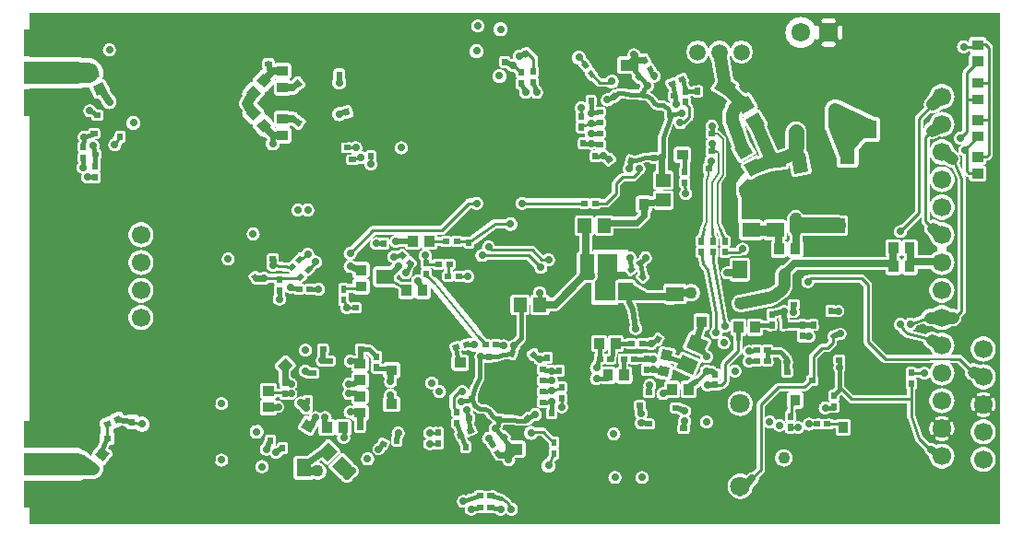
<source format=gbl>
G04 start of page 5 for group 5 idx 5 *
G04 Title: v2_0, bottom *
G04 Creator: pcb 4.2.0 *
G04 CreationDate: Sun Sep 29 12:02:10 2019 UTC *
G04 For: user *
G04 Format: Gerber/RS-274X *
G04 PCB-Dimensions (mm): 140.00 90.00 *
G04 PCB-Coordinate-Origin: lower left *
%MOMM*%
%FSLAX43Y43*%
%LNGBL*%
%ADD101C,0.965*%
%ADD100C,0.800*%
%ADD99C,3.000*%
%ADD98C,0.300*%
%ADD97C,5.500*%
%ADD96C,1.000*%
%ADD95C,2.400*%
%ADD94C,1.600*%
%ADD93C,2.000*%
%ADD92C,1.800*%
%ADD91C,1.724*%
%ADD90C,1.500*%
%ADD89C,1.700*%
%ADD88C,1.900*%
%ADD87C,0.900*%
%ADD86C,1.400*%
%ADD85C,1.100*%
%ADD84C,0.700*%
%ADD83C,0.480*%
%ADD82C,0.500*%
%ADD81C,0.200*%
%ADD80C,1.200*%
%ADD79C,0.600*%
%ADD78C,0.400*%
%ADD77C,0.280*%
%ADD76C,0.002*%
G54D76*G36*
X93873Y46210D02*X96138D01*
X96510Y45838D01*
Y41000D01*
X94630D01*
X94650Y41008D01*
X94724Y41054D01*
X94790Y41110D01*
X94846Y41176D01*
X94892Y41250D01*
X94925Y41330D01*
X94945Y41414D01*
X94950Y41500D01*
X94945Y41586D01*
X94925Y41670D01*
X94892Y41750D01*
X94846Y41824D01*
X94790Y41890D01*
X94724Y41946D01*
X94650Y41992D01*
X94570Y42025D01*
X94486Y42045D01*
X94400Y42052D01*
X94314Y42045D01*
X94230Y42025D01*
X94150Y41992D01*
X94076Y41946D01*
X94042Y41918D01*
X93873Y41869D01*
Y43077D01*
X93900Y43094D01*
X93907Y43100D01*
X93970D01*
X94030Y43075D01*
X94114Y43055D01*
X94200Y43048D01*
X94286Y43055D01*
X94370Y43075D01*
X94450Y43108D01*
X94524Y43154D01*
X94590Y43210D01*
X94646Y43276D01*
X94692Y43350D01*
X94725Y43430D01*
X94745Y43514D01*
X94750Y43600D01*
X94745Y43686D01*
X94725Y43770D01*
X94692Y43850D01*
X94646Y43924D01*
X94590Y43990D01*
X94524Y44046D01*
X94450Y44092D01*
X94370Y44125D01*
X94286Y44145D01*
X94200Y44152D01*
X94114Y44145D01*
X94030Y44125D01*
X93970Y44100D01*
X93907D01*
X93900Y44106D01*
X93873Y44123D01*
Y46210D01*
G37*
G36*
X91900Y41747D02*X92190Y41748D01*
X92229Y41758D01*
X92266Y41773D01*
X92300Y41794D01*
X92330Y41820D01*
X92356Y41850D01*
X92377Y41884D01*
X92392Y41921D01*
X92402Y41960D01*
X92404Y42000D01*
X92402Y42640D01*
X92392Y42679D01*
X92377Y42716D01*
X92356Y42750D01*
X92330Y42780D01*
X92300Y42806D01*
X92266Y42827D01*
X92229Y42842D01*
X92190Y42852D01*
X92150Y42854D01*
X91610Y42852D01*
X91571Y42842D01*
X91534Y42827D01*
X91500Y42806D01*
X91493Y42800D01*
X91307D01*
X91300Y42806D01*
X91266Y42827D01*
X91229Y42842D01*
X91190Y42852D01*
X91150Y42854D01*
X90700Y42852D01*
Y46500D01*
X90833D01*
X90828Y46486D01*
X90806Y46394D01*
X90798Y46300D01*
X90806Y46206D01*
X90828Y46114D01*
X90864Y46027D01*
X90913Y45946D01*
X90974Y45874D01*
X91046Y45813D01*
X91127Y45764D01*
X91214Y45728D01*
X91306Y45706D01*
X91400Y45698D01*
X91494Y45706D01*
X91586Y45728D01*
X91673Y45764D01*
X91754Y45813D01*
X91826Y45874D01*
X91887Y45946D01*
X91936Y46027D01*
X91972Y46114D01*
X91994Y46206D01*
X91995Y46210D01*
X93873D01*
Y44123D01*
X93866Y44127D01*
X93829Y44142D01*
X93790Y44152D01*
X93750Y44154D01*
X93210Y44152D01*
X93171Y44142D01*
X93134Y44127D01*
X93100Y44106D01*
X93070Y44080D01*
X93044Y44050D01*
X93023Y44016D01*
X93008Y43979D01*
X92998Y43940D01*
X92996Y43900D01*
X92998Y43260D01*
X93008Y43221D01*
X93023Y43184D01*
X93044Y43150D01*
X93070Y43120D01*
X93100Y43094D01*
X93134Y43073D01*
X93171Y43058D01*
X93210Y43048D01*
X93250Y43046D01*
X93790Y43048D01*
X93829Y43058D01*
X93866Y43073D01*
X93873Y43077D01*
Y41869D01*
X93563Y41781D01*
X93488Y41755D01*
X93420Y41716D01*
X93358Y41667D01*
X93305Y41609D01*
X93262Y41544D01*
X93229Y41472D01*
X93208Y41396D01*
X93199Y41318D01*
X93202Y41239D01*
X93218Y41162D01*
X93245Y41088D01*
X93284Y41020D01*
X93300Y41000D01*
X92020D01*
X92036Y41027D01*
X92072Y41114D01*
X92094Y41206D01*
X92100Y41300D01*
X92094Y41394D01*
X92072Y41486D01*
X92036Y41573D01*
X91987Y41654D01*
X91926Y41726D01*
X91900Y41747D01*
G37*
G36*
X99724Y38810D02*X102500D01*
X102561Y38814D01*
X102621Y38828D01*
X102674Y38850D01*
X103049D01*
X103022Y38833D01*
X102884Y38716D01*
X102767Y38578D01*
X102672Y38424D01*
X102603Y38256D01*
X102598Y38236D01*
X102587Y38254D01*
X102526Y38326D01*
X102454Y38387D01*
X102373Y38436D01*
X102286Y38472D01*
X102194Y38494D01*
X102100Y38502D01*
X102006Y38494D01*
X101914Y38472D01*
X101827Y38436D01*
X101746Y38387D01*
X101674Y38326D01*
X101644Y38290D01*
X101388D01*
X101377Y38316D01*
X101356Y38350D01*
X101330Y38380D01*
X101300Y38406D01*
X101266Y38427D01*
X101229Y38442D01*
X101190Y38452D01*
X101150Y38454D01*
X100610Y38452D01*
X100571Y38442D01*
X100534Y38427D01*
X100500Y38406D01*
X100470Y38380D01*
X100444Y38350D01*
X100423Y38316D01*
X100408Y38279D01*
X100398Y38240D01*
X100396Y38200D01*
X100398Y37560D01*
X100408Y37521D01*
X100423Y37484D01*
X100444Y37450D01*
X100470Y37420D01*
X100493Y37400D01*
X100470Y37380D01*
X100444Y37350D01*
X100423Y37316D01*
X100408Y37279D01*
X100398Y37240D01*
X100396Y37200D01*
X100398Y36560D01*
X100408Y36521D01*
X100423Y36484D01*
X100444Y36450D01*
X100470Y36420D01*
X100500Y36394D01*
X100510Y36388D01*
Y35890D01*
X99724D01*
Y38810D01*
G37*
G36*
Y41825D02*X99755Y41818D01*
X99844Y41641D01*
X99849Y41628D01*
X99880Y41575D01*
X99881Y41574D01*
X99882Y41572D01*
X99901Y41550D01*
X99919Y41528D01*
X99920Y41527D01*
X99921Y41525D01*
X99968Y41485D01*
X99979Y41478D01*
X100342Y41206D01*
X100343Y41205D01*
X100392Y41168D01*
X100407Y41161D01*
X100417Y41154D01*
X100432Y41148D01*
X100447Y41140D01*
X100458Y41137D01*
X100473Y41130D01*
X100533Y41115D01*
X100534Y41114D01*
X102014Y40745D01*
X102015Y40733D01*
X102051Y40612D01*
X102105Y40498D01*
X102177Y40395D01*
X102263Y40303D01*
X102363Y40227D01*
X102475Y40169D01*
X102598Y40114D01*
X102603Y40094D01*
X102672Y39926D01*
X102767Y39772D01*
X102884Y39634D01*
X102983Y39550D01*
X102674D01*
X102621Y39572D01*
X102561Y39586D01*
X102500Y39590D01*
X99724D01*
Y41825D01*
G37*
G36*
X103698Y51972D02*X103700Y51971D01*
X103884Y51986D01*
X104064Y52029D01*
X104235Y52100D01*
X104393Y52196D01*
X104533Y52317D01*
X104654Y52457D01*
X104750Y52615D01*
X104821Y52786D01*
X104864Y52966D01*
X104875Y53150D01*
X104864Y53334D01*
X104821Y53514D01*
X104750Y53685D01*
X104654Y53843D01*
X104533Y53983D01*
X104393Y54104D01*
X104235Y54200D01*
X104064Y54271D01*
X103884Y54314D01*
X103700Y54329D01*
X103698Y54328D01*
Y54522D01*
X103700Y54521D01*
X103884Y54536D01*
X104064Y54579D01*
X104235Y54650D01*
X104393Y54746D01*
X104533Y54867D01*
X104654Y55007D01*
X104750Y55165D01*
X104821Y55336D01*
X104864Y55516D01*
X104875Y55700D01*
X104864Y55884D01*
X104821Y56064D01*
X104750Y56235D01*
X104654Y56393D01*
X104533Y56533D01*
X104393Y56654D01*
X104235Y56750D01*
X104064Y56821D01*
X103884Y56864D01*
X103700Y56879D01*
X103698Y56878D01*
Y57022D01*
X103700Y57021D01*
X103884Y57036D01*
X103972Y57057D01*
X104156Y56934D01*
X104265Y56871D01*
X104383Y56827D01*
X104507Y56803D01*
X104632Y56798D01*
X104637Y56799D01*
X105110Y55718D01*
Y43762D01*
X105064Y43715D01*
X104948Y43763D01*
X104826Y43793D01*
X104700Y43800D01*
X104529D01*
X104516Y43816D01*
X104378Y43933D01*
X104224Y44028D01*
X104056Y44097D01*
X103880Y44139D01*
X103700Y44154D01*
X103698Y44153D01*
Y44347D01*
X103700Y44346D01*
X103880Y44361D01*
X104056Y44403D01*
X104224Y44472D01*
X104378Y44567D01*
X104516Y44684D01*
X104633Y44822D01*
X104728Y44976D01*
X104797Y45144D01*
X104839Y45320D01*
X104850Y45500D01*
X104839Y45680D01*
X104797Y45856D01*
X104728Y46024D01*
X104633Y46178D01*
X104516Y46316D01*
X104378Y46433D01*
X104224Y46528D01*
X104056Y46597D01*
X103880Y46639D01*
X103700Y46654D01*
X103698Y46653D01*
Y46897D01*
X103700Y46896D01*
X103880Y46911D01*
X104056Y46953D01*
X104224Y47022D01*
X104378Y47117D01*
X104516Y47234D01*
X104633Y47372D01*
X104728Y47526D01*
X104797Y47694D01*
X104839Y47870D01*
X104850Y48050D01*
X104839Y48230D01*
X104797Y48406D01*
X104728Y48574D01*
X104633Y48728D01*
X104516Y48866D01*
X104378Y48983D01*
X104224Y49078D01*
X104100Y49129D01*
Y49521D01*
X104224Y49572D01*
X104378Y49667D01*
X104516Y49784D01*
X104633Y49922D01*
X104728Y50076D01*
X104797Y50244D01*
X104839Y50420D01*
X104850Y50600D01*
X104839Y50780D01*
X104797Y50956D01*
X104728Y51124D01*
X104633Y51278D01*
X104516Y51416D01*
X104378Y51533D01*
X104224Y51628D01*
X104056Y51697D01*
X103880Y51739D01*
X103700Y51754D01*
X103698Y51753D01*
Y51972D01*
G37*
G36*
Y44153D02*X103520Y44139D01*
X103344Y44097D01*
X103176Y44028D01*
X103022Y43933D01*
X102884Y43816D01*
X102871Y43800D01*
X102600D01*
X102474Y43793D01*
X102352Y43763D01*
X102236Y43715D01*
X102128Y43649D01*
X102033Y43567D01*
X101951Y43472D01*
X101885Y43364D01*
X101837Y43248D01*
X101826Y43201D01*
X101091Y42926D01*
X101073Y42936D01*
X100986Y42972D01*
X100894Y42994D01*
X100800Y43002D01*
X100706Y42994D01*
X100614Y42972D01*
X100527Y42936D01*
X100446Y42887D01*
X100374Y42826D01*
X100350Y42797D01*
X100326Y42826D01*
X100254Y42887D01*
X100173Y42936D01*
X100086Y42972D01*
X99994Y42994D01*
X99900Y43002D01*
X99806Y42994D01*
X99724Y42975D01*
Y46903D01*
X99747Y46903D01*
X99793Y46914D01*
X99837Y46932D01*
X99877Y46957D01*
X99913Y46987D01*
X99943Y47023D01*
X99968Y47063D01*
X99986Y47107D01*
X99997Y47153D01*
X100000Y47200D01*
X99997Y48247D01*
X99986Y48293D01*
X99968Y48337D01*
X99943Y48377D01*
X99913Y48413D01*
X99877Y48443D01*
X99837Y48468D01*
X99800Y48483D01*
Y48617D01*
X99837Y48632D01*
X99877Y48657D01*
X99913Y48687D01*
X99943Y48723D01*
X99968Y48763D01*
X99986Y48807D01*
X99997Y48853D01*
X100000Y48900D01*
X99997Y49947D01*
X99986Y49993D01*
X99968Y50037D01*
X99943Y50077D01*
X99913Y50113D01*
X99877Y50143D01*
X99837Y50168D01*
X99793Y50186D01*
X99747Y50197D01*
X99724Y50199D01*
Y50325D01*
X99806Y50306D01*
X99900Y50298D01*
X99994Y50306D01*
X100086Y50328D01*
X100173Y50364D01*
X100254Y50413D01*
X100326Y50474D01*
X100387Y50546D01*
X100436Y50627D01*
X100472Y50714D01*
X100494Y50806D01*
X100500Y50900D01*
X100497Y50946D01*
X101810Y52258D01*
Y51915D01*
X101809Y51900D01*
X101814Y51839D01*
X101814Y51839D01*
X101828Y51779D01*
X101851Y51722D01*
X101884Y51670D01*
X101923Y51623D01*
X101935Y51613D01*
X102130Y51418D01*
X102109Y51338D01*
X102098Y51212D01*
X102106Y51087D01*
X102133Y50964D01*
X102180Y50847D01*
X102244Y50738D01*
X102324Y50641D01*
X102420Y50560D01*
X102558Y50457D01*
X102561Y50420D01*
X102603Y50244D01*
X102672Y50076D01*
X102767Y49922D01*
X102884Y49784D01*
X103022Y49667D01*
X103176Y49572D01*
X103300Y49521D01*
Y49129D01*
X103176Y49078D01*
X103022Y48983D01*
X102884Y48866D01*
X102767Y48728D01*
X102750Y48700D01*
X101424D01*
X101443Y48723D01*
X101468Y48763D01*
X101486Y48807D01*
X101497Y48853D01*
X101500Y48900D01*
X101497Y49947D01*
X101486Y49993D01*
X101468Y50037D01*
X101443Y50077D01*
X101413Y50113D01*
X101377Y50143D01*
X101337Y50168D01*
X101293Y50186D01*
X101247Y50197D01*
X101200Y50200D01*
X100253Y50197D01*
X100207Y50186D01*
X100163Y50168D01*
X100123Y50143D01*
X100087Y50113D01*
X100057Y50077D01*
X100032Y50037D01*
X100014Y49993D01*
X100003Y49947D01*
X100000Y49900D01*
X100003Y48853D01*
X100014Y48807D01*
X100032Y48763D01*
X100057Y48723D01*
X100087Y48687D01*
X100123Y48657D01*
X100163Y48632D01*
X100200Y48617D01*
Y48483D01*
X100163Y48468D01*
X100123Y48443D01*
X100087Y48413D01*
X100057Y48377D01*
X100032Y48337D01*
X100014Y48293D01*
X100003Y48247D01*
X100000Y48200D01*
X100003Y47153D01*
X100014Y47107D01*
X100032Y47063D01*
X100057Y47023D01*
X100087Y46987D01*
X100123Y46957D01*
X100163Y46932D01*
X100207Y46914D01*
X100253Y46903D01*
X100300Y46900D01*
X101247Y46903D01*
X101293Y46914D01*
X101337Y46932D01*
X101377Y46957D01*
X101413Y46987D01*
X101443Y47023D01*
X101468Y47063D01*
X101486Y47107D01*
X101497Y47153D01*
X101500Y47200D01*
X101499Y47500D01*
X102688D01*
X102767Y47372D01*
X102884Y47234D01*
X103022Y47117D01*
X103176Y47022D01*
X103344Y46953D01*
X103520Y46911D01*
X103698Y46897D01*
Y46653D01*
X103520Y46639D01*
X103344Y46597D01*
X103176Y46528D01*
X103022Y46433D01*
X102884Y46316D01*
X102767Y46178D01*
X102672Y46024D01*
X102603Y45856D01*
X102561Y45680D01*
X102546Y45500D01*
X102561Y45320D01*
X102603Y45144D01*
X102672Y44976D01*
X102767Y44822D01*
X102884Y44684D01*
X103022Y44567D01*
X103176Y44472D01*
X103344Y44403D01*
X103520Y44361D01*
X103698Y44347D01*
Y44153D01*
G37*
G36*
Y56878D02*X103516Y56864D01*
X103336Y56821D01*
X103165Y56750D01*
X103007Y56654D01*
X102867Y56533D01*
X102746Y56393D01*
X102650Y56235D01*
X102590Y56091D01*
Y57809D01*
X102650Y57665D01*
X102746Y57507D01*
X102867Y57367D01*
X103007Y57246D01*
X103165Y57150D01*
X103336Y57079D01*
X103516Y57036D01*
X103698Y57022D01*
Y56878D01*
G37*
G36*
Y54328D02*X103516Y54314D01*
X103336Y54271D01*
X103165Y54200D01*
X103007Y54104D01*
X102867Y53983D01*
X102746Y53843D01*
X102650Y53685D01*
X102590Y53541D01*
Y55309D01*
X102650Y55165D01*
X102746Y55007D01*
X102867Y54867D01*
X103007Y54746D01*
X103165Y54650D01*
X103336Y54579D01*
X103516Y54536D01*
X103698Y54522D01*
Y54328D01*
G37*
G36*
X103516Y51738D02*X103380Y51840D01*
X103275Y51909D01*
X103160Y51959D01*
X103038Y51991D01*
X102912Y52002D01*
X102787Y51994D01*
X102681Y51971D01*
X102590Y52062D01*
Y52759D01*
X102650Y52615D01*
X102746Y52457D01*
X102867Y52317D01*
X103007Y52196D01*
X103165Y52100D01*
X103336Y52029D01*
X103516Y51986D01*
X103698Y51972D01*
Y51753D01*
X103520Y51739D01*
X103516Y51738D01*
G37*
G36*
X107500Y67303D02*X107547Y67303D01*
X107593Y67314D01*
X107610Y67321D01*
Y67279D01*
X107593Y67286D01*
X107547Y67297D01*
X107500Y67300D01*
Y67303D01*
G37*
G36*
X108442Y71000D02*X109000D01*
Y24000D01*
X108442D01*
Y29286D01*
X108528Y29426D01*
X108597Y29594D01*
X108639Y29770D01*
X108650Y29950D01*
X108639Y30130D01*
X108597Y30306D01*
X108528Y30474D01*
X108442Y30614D01*
Y31836D01*
X108528Y31976D01*
X108597Y32144D01*
X108639Y32320D01*
X108650Y32500D01*
X108639Y32680D01*
X108597Y32856D01*
X108528Y33024D01*
X108442Y33164D01*
Y34395D01*
X108451Y34398D01*
X108471Y34410D01*
X108489Y34426D01*
X108505Y34443D01*
X108517Y34463D01*
X108562Y34555D01*
X108597Y34650D01*
X108623Y34748D01*
X108641Y34848D01*
X108650Y34949D01*
Y35051D01*
X108641Y35152D01*
X108623Y35252D01*
X108597Y35350D01*
X108562Y35445D01*
X108518Y35537D01*
X108506Y35557D01*
X108490Y35575D01*
X108472Y35590D01*
X108451Y35602D01*
X108442Y35606D01*
Y36886D01*
X108528Y37026D01*
X108597Y37194D01*
X108639Y37370D01*
X108650Y37550D01*
X108639Y37730D01*
X108597Y37906D01*
X108528Y38074D01*
X108442Y38214D01*
Y39436D01*
X108528Y39576D01*
X108597Y39744D01*
X108639Y39920D01*
X108650Y40100D01*
X108639Y40280D01*
X108597Y40456D01*
X108528Y40624D01*
X108442Y40764D01*
Y71000D01*
G37*
G36*
Y38214D02*X108433Y38228D01*
X108316Y38366D01*
X108178Y38483D01*
X108024Y38578D01*
X107856Y38647D01*
X107680Y38689D01*
X107500Y38704D01*
Y38946D01*
X107680Y38961D01*
X107856Y39003D01*
X108024Y39072D01*
X108178Y39167D01*
X108316Y39284D01*
X108433Y39422D01*
X108442Y39436D01*
Y38214D01*
G37*
G36*
Y33164D02*X108433Y33178D01*
X108316Y33316D01*
X108178Y33433D01*
X108024Y33528D01*
X107856Y33597D01*
X107680Y33639D01*
X107500Y33654D01*
Y33850D01*
X107551D01*
X107652Y33859D01*
X107752Y33877D01*
X107850Y33903D01*
X107945Y33938D01*
X108037Y33982D01*
X108057Y33994D01*
X108075Y34010D01*
X108090Y34028D01*
X108102Y34049D01*
X108111Y34071D01*
X108116Y34094D01*
X108118Y34118D01*
X108116Y34141D01*
X108110Y34164D01*
X108100Y34186D01*
X108088Y34206D01*
X108072Y34224D01*
X108054Y34239D01*
X108033Y34251D01*
X108011Y34260D01*
X107988Y34265D01*
X107964Y34267D01*
X107941Y34265D01*
X107918Y34259D01*
X107896Y34249D01*
X107829Y34216D01*
X107758Y34190D01*
X107686Y34171D01*
X107612Y34157D01*
X107537Y34151D01*
X107500D01*
Y35849D01*
X107537D01*
X107612Y35843D01*
X107686Y35829D01*
X107758Y35810D01*
X107829Y35784D01*
X107897Y35752D01*
X107918Y35742D01*
X107941Y35736D01*
X107964Y35734D01*
X107988Y35736D01*
X108011Y35741D01*
X108033Y35749D01*
X108053Y35762D01*
X108071Y35777D01*
X108087Y35794D01*
X108100Y35814D01*
X108109Y35836D01*
X108115Y35859D01*
X108117Y35882D01*
X108115Y35906D01*
X108110Y35929D01*
X108102Y35951D01*
X108090Y35971D01*
X108074Y35989D01*
X108057Y36005D01*
X108037Y36017D01*
X107945Y36062D01*
X107850Y36097D01*
X107752Y36123D01*
X107652Y36141D01*
X107551Y36150D01*
X107500D01*
Y36396D01*
X107680Y36411D01*
X107856Y36453D01*
X108024Y36522D01*
X108178Y36617D01*
X108316Y36734D01*
X108433Y36872D01*
X108442Y36886D01*
Y35606D01*
X108429Y35611D01*
X108406Y35616D01*
X108382Y35618D01*
X108359Y35616D01*
X108336Y35610D01*
X108314Y35600D01*
X108294Y35588D01*
X108276Y35572D01*
X108261Y35554D01*
X108249Y35533D01*
X108240Y35511D01*
X108235Y35488D01*
X108233Y35464D01*
X108235Y35441D01*
X108241Y35418D01*
X108251Y35396D01*
X108284Y35329D01*
X108310Y35258D01*
X108329Y35186D01*
X108343Y35112D01*
X108349Y35037D01*
Y34963D01*
X108343Y34888D01*
X108329Y34814D01*
X108310Y34742D01*
X108284Y34671D01*
X108252Y34603D01*
X108242Y34582D01*
X108236Y34559D01*
X108234Y34536D01*
X108236Y34512D01*
X108241Y34489D01*
X108249Y34467D01*
X108262Y34447D01*
X108277Y34429D01*
X108294Y34413D01*
X108314Y34400D01*
X108336Y34391D01*
X108359Y34385D01*
X108382Y34383D01*
X108406Y34385D01*
X108429Y34390D01*
X108442Y34395D01*
Y33164D01*
G37*
G36*
Y30614D02*X108433Y30628D01*
X108316Y30766D01*
X108178Y30883D01*
X108024Y30978D01*
X107856Y31047D01*
X107680Y31089D01*
X107500Y31104D01*
Y31346D01*
X107680Y31361D01*
X107856Y31403D01*
X108024Y31472D01*
X108178Y31567D01*
X108316Y31684D01*
X108433Y31822D01*
X108442Y31836D01*
Y30614D01*
G37*
G36*
Y24000D02*X107500D01*
Y28796D01*
X107680Y28811D01*
X107856Y28853D01*
X108024Y28922D01*
X108178Y29017D01*
X108316Y29134D01*
X108433Y29272D01*
X108442Y29286D01*
Y24000D01*
G37*
G36*
X107500Y71000D02*X108442D01*
Y40764D01*
X108433Y40778D01*
X108316Y40916D01*
X108178Y41033D01*
X108024Y41128D01*
X107856Y41197D01*
X107680Y41239D01*
X107500Y41254D01*
Y55503D01*
X107547Y55503D01*
X107593Y55514D01*
X107637Y55532D01*
X107677Y55557D01*
X107713Y55587D01*
X107743Y55623D01*
X107768Y55663D01*
X107786Y55707D01*
X107797Y55753D01*
X107800Y55800D01*
X107797Y56747D01*
X107786Y56793D01*
X107768Y56837D01*
X107743Y56877D01*
X107713Y56913D01*
X107677Y56943D01*
X107637Y56968D01*
X107593Y56986D01*
X107547Y56997D01*
X107500Y57000D01*
Y57003D01*
X107547Y57003D01*
X107593Y57014D01*
X107637Y57032D01*
X107677Y57057D01*
X107713Y57087D01*
X107743Y57123D01*
X107768Y57163D01*
X107786Y57207D01*
X107797Y57253D01*
X107800Y57300D01*
X107800Y57409D01*
X107800Y57409D01*
X107861Y57414D01*
X107861Y57414D01*
X107921Y57428D01*
X107978Y57451D01*
X108030Y57484D01*
X108077Y57523D01*
X108087Y57535D01*
X108265Y57713D01*
X108277Y57723D01*
X108316Y57770D01*
X108316Y57770D01*
X108349Y57822D01*
X108372Y57879D01*
X108386Y57939D01*
X108391Y58000D01*
X108390Y58015D01*
Y61185D01*
X108391Y61200D01*
X108390Y61215D01*
Y64585D01*
X108391Y64600D01*
X108390Y64615D01*
Y67785D01*
X108391Y67800D01*
X108386Y67861D01*
X108386Y67861D01*
X108375Y67909D01*
X108372Y67921D01*
X108349Y67978D01*
X108329Y68010D01*
X108316Y68030D01*
X108277Y68077D01*
X108265Y68087D01*
X107987Y68365D01*
X107977Y68377D01*
X107930Y68416D01*
X107910Y68429D01*
X107878Y68449D01*
X107821Y68472D01*
X107809Y68475D01*
X107797Y68478D01*
X107797Y68547D01*
X107786Y68593D01*
X107768Y68637D01*
X107743Y68677D01*
X107713Y68713D01*
X107677Y68743D01*
X107637Y68768D01*
X107593Y68786D01*
X107547Y68797D01*
X107500Y68800D01*
Y71000D01*
G37*
G36*
Y57000D02*X107500Y57000D01*
X106453Y56997D01*
X106415Y56988D01*
Y57012D01*
X106453Y57003D01*
X106500Y57000D01*
X107500Y57003D01*
Y57000D01*
G37*
G36*
Y38704D02*X107500Y38704D01*
X107320Y38689D01*
X107144Y38647D01*
X107128Y38641D01*
X106925Y38731D01*
X106807Y38775D01*
X106683Y38798D01*
X106557Y38801D01*
X106433Y38785D01*
X106312Y38749D01*
X106306Y38746D01*
X105587Y39465D01*
X105577Y39477D01*
X105530Y39516D01*
X105510Y39529D01*
X105478Y39549D01*
X105421Y39572D01*
X105409Y39575D01*
X105361Y39586D01*
X105361Y39586D01*
X105300Y39591D01*
X105285Y39590D01*
X104642D01*
Y39786D01*
X104728Y39926D01*
X104797Y40094D01*
X104839Y40270D01*
X104850Y40450D01*
X104839Y40630D01*
X104797Y40806D01*
X104728Y40974D01*
X104642Y41114D01*
Y42200D01*
X104700D01*
X104826Y42207D01*
X104948Y42237D01*
X105064Y42285D01*
X105172Y42351D01*
X105267Y42433D01*
X105349Y42528D01*
X105415Y42636D01*
X105463Y42752D01*
X105493Y42874D01*
X105502Y43000D01*
X105499Y43047D01*
X105765Y43313D01*
X105777Y43323D01*
X105816Y43370D01*
X105816Y43370D01*
X105849Y43422D01*
X105872Y43479D01*
X105886Y43539D01*
X105891Y43600D01*
X105890Y43615D01*
Y55773D01*
X105891Y55777D01*
X105889Y55838D01*
X105887Y55852D01*
X105886Y55861D01*
X105882Y55880D01*
X105879Y55899D01*
X105875Y55908D01*
X105872Y55921D01*
X105849Y55978D01*
X105847Y55981D01*
X105780Y56133D01*
X105907Y56007D01*
X105955Y55963D01*
X106011Y55929D01*
X106071Y55904D01*
X106135Y55889D01*
X106200Y55884D01*
X106202Y55884D01*
X106203Y55753D01*
X106214Y55707D01*
X106232Y55663D01*
X106257Y55623D01*
X106287Y55587D01*
X106323Y55557D01*
X106363Y55532D01*
X106407Y55514D01*
X106453Y55503D01*
X106500Y55500D01*
X107500Y55503D01*
Y41254D01*
X107500Y41254D01*
X107320Y41239D01*
X107144Y41197D01*
X106976Y41128D01*
X106822Y41033D01*
X106684Y40916D01*
X106567Y40778D01*
X106472Y40624D01*
X106403Y40456D01*
X106361Y40280D01*
X106346Y40100D01*
X106361Y39920D01*
X106403Y39744D01*
X106472Y39576D01*
X106567Y39422D01*
X106684Y39284D01*
X106822Y39167D01*
X106976Y39072D01*
X107144Y39003D01*
X107320Y38961D01*
X107500Y38946D01*
X107500Y38946D01*
Y38704D01*
G37*
G36*
X106558Y31836D02*X106567Y31822D01*
X106684Y31684D01*
X106822Y31567D01*
X106976Y31472D01*
X107144Y31403D01*
X107320Y31361D01*
X107500Y31346D01*
X107500Y31346D01*
Y31104D01*
X107500Y31104D01*
X107320Y31089D01*
X107144Y31047D01*
X106976Y30978D01*
X106822Y30883D01*
X106684Y30766D01*
X106567Y30628D01*
X106558Y30614D01*
Y31836D01*
G37*
G36*
Y36886D02*X106567Y36872D01*
X106684Y36734D01*
X106822Y36617D01*
X106976Y36522D01*
X107144Y36453D01*
X107320Y36411D01*
X107500Y36396D01*
X107500Y36396D01*
Y36150D01*
X107449D01*
X107348Y36141D01*
X107248Y36123D01*
X107150Y36097D01*
X107055Y36062D01*
X106963Y36018D01*
X106943Y36006D01*
X106925Y35990D01*
X106910Y35972D01*
X106898Y35951D01*
X106889Y35929D01*
X106884Y35906D01*
X106882Y35882D01*
X106884Y35859D01*
X106890Y35836D01*
X106900Y35814D01*
X106912Y35794D01*
X106928Y35776D01*
X106946Y35761D01*
X106967Y35749D01*
X106989Y35740D01*
X107012Y35735D01*
X107036Y35733D01*
X107059Y35735D01*
X107082Y35741D01*
X107104Y35751D01*
X107171Y35784D01*
X107242Y35810D01*
X107314Y35829D01*
X107388Y35843D01*
X107463Y35849D01*
X107500D01*
Y34151D01*
X107463D01*
X107388Y34157D01*
X107314Y34171D01*
X107242Y34190D01*
X107171Y34216D01*
X107103Y34248D01*
X107082Y34258D01*
X107059Y34264D01*
X107036Y34266D01*
X107012Y34264D01*
X106989Y34259D01*
X106967Y34251D01*
X106947Y34238D01*
X106929Y34223D01*
X106913Y34206D01*
X106900Y34186D01*
X106891Y34164D01*
X106885Y34141D01*
X106883Y34118D01*
X106885Y34094D01*
X106890Y34071D01*
X106898Y34049D01*
X106910Y34029D01*
X106926Y34011D01*
X106943Y33995D01*
X106963Y33983D01*
X107055Y33938D01*
X107150Y33903D01*
X107248Y33877D01*
X107348Y33859D01*
X107449Y33850D01*
X107500D01*
Y33654D01*
X107500Y33654D01*
X107320Y33639D01*
X107144Y33597D01*
X106976Y33528D01*
X106822Y33433D01*
X106684Y33316D01*
X106567Y33178D01*
X106558Y33164D01*
Y34394D01*
X106571Y34389D01*
X106594Y34384D01*
X106618Y34382D01*
X106641Y34384D01*
X106664Y34390D01*
X106686Y34400D01*
X106706Y34412D01*
X106724Y34428D01*
X106739Y34446D01*
X106751Y34467D01*
X106760Y34489D01*
X106765Y34512D01*
X106767Y34536D01*
X106765Y34559D01*
X106759Y34582D01*
X106749Y34604D01*
X106716Y34671D01*
X106690Y34742D01*
X106671Y34814D01*
X106657Y34888D01*
X106651Y34963D01*
Y35037D01*
X106657Y35112D01*
X106671Y35186D01*
X106690Y35258D01*
X106716Y35329D01*
X106748Y35397D01*
X106758Y35418D01*
X106764Y35441D01*
X106766Y35464D01*
X106764Y35488D01*
X106759Y35511D01*
X106751Y35533D01*
X106738Y35553D01*
X106723Y35571D01*
X106706Y35587D01*
X106686Y35600D01*
X106664Y35609D01*
X106641Y35615D01*
X106618Y35617D01*
X106594Y35615D01*
X106571Y35610D01*
X106558Y35605D01*
Y36886D01*
G37*
G36*
X107500Y24000D02*X106558D01*
Y29286D01*
X106567Y29272D01*
X106684Y29134D01*
X106822Y29017D01*
X106976Y28922D01*
X107144Y28853D01*
X107320Y28811D01*
X107500Y28796D01*
X107500Y28796D01*
Y24000D01*
G37*
G36*
X106558D02*X104642D01*
Y29586D01*
X104728Y29726D01*
X104797Y29894D01*
X104839Y30070D01*
X104850Y30250D01*
X104839Y30430D01*
X104797Y30606D01*
X104728Y30774D01*
X104642Y30914D01*
Y32195D01*
X104651Y32198D01*
X104671Y32210D01*
X104689Y32226D01*
X104705Y32243D01*
X104717Y32263D01*
X104762Y32355D01*
X104797Y32450D01*
X104823Y32548D01*
X104841Y32648D01*
X104850Y32749D01*
Y32851D01*
X104841Y32952D01*
X104823Y33052D01*
X104797Y33150D01*
X104762Y33245D01*
X104718Y33337D01*
X104706Y33357D01*
X104690Y33375D01*
X104672Y33390D01*
X104651Y33402D01*
X104642Y33406D01*
Y34686D01*
X104728Y34826D01*
X104797Y34994D01*
X104839Y35170D01*
X104850Y35350D01*
X104839Y35530D01*
X104797Y35706D01*
X104728Y35874D01*
X104642Y36014D01*
Y37236D01*
X104728Y37376D01*
X104797Y37544D01*
X104839Y37720D01*
X104850Y37900D01*
X104839Y38080D01*
X104797Y38256D01*
X104728Y38424D01*
X104642Y38564D01*
Y38810D01*
X105138D01*
X105812Y38137D01*
X105802Y38083D01*
X105799Y37957D01*
X105815Y37833D01*
X105851Y37712D01*
X105905Y37598D01*
X105977Y37495D01*
X106063Y37403D01*
X106163Y37327D01*
X106275Y37269D01*
X106398Y37214D01*
X106403Y37194D01*
X106472Y37026D01*
X106558Y36886D01*
Y35605D01*
X106549Y35602D01*
X106529Y35590D01*
X106511Y35574D01*
X106495Y35557D01*
X106483Y35537D01*
X106438Y35445D01*
X106403Y35350D01*
X106377Y35252D01*
X106359Y35152D01*
X106350Y35051D01*
Y34949D01*
X106359Y34848D01*
X106377Y34748D01*
X106403Y34650D01*
X106438Y34555D01*
X106482Y34463D01*
X106494Y34443D01*
X106510Y34425D01*
X106528Y34410D01*
X106549Y34398D01*
X106558Y34394D01*
Y33164D01*
X106472Y33024D01*
X106403Y32856D01*
X106361Y32680D01*
X106346Y32500D01*
X106361Y32320D01*
X106403Y32144D01*
X106472Y31976D01*
X106558Y31836D01*
Y30614D01*
X106472Y30474D01*
X106403Y30306D01*
X106361Y30130D01*
X106346Y29950D01*
X106361Y29770D01*
X106403Y29594D01*
X106472Y29426D01*
X106558Y29286D01*
Y24000D01*
G37*
G36*
X104642Y71000D02*X107500D01*
Y68800D01*
X107500Y68800D01*
X106453Y68797D01*
X106407Y68786D01*
X106363Y68768D01*
X106323Y68743D01*
X106287Y68713D01*
X106257Y68677D01*
X106232Y68637D01*
X106214Y68593D01*
X106203Y68547D01*
X106200Y68500D01*
X106201Y68290D01*
X106156D01*
X106126Y68326D01*
X106054Y68387D01*
X105973Y68436D01*
X105886Y68472D01*
X105794Y68494D01*
X105700Y68502D01*
X105606Y68494D01*
X105514Y68472D01*
X105427Y68436D01*
X105346Y68387D01*
X105274Y68326D01*
X105213Y68254D01*
X105164Y68173D01*
X105128Y68086D01*
X105106Y67994D01*
X105098Y67900D01*
X105106Y67806D01*
X105128Y67714D01*
X105164Y67627D01*
X105213Y67546D01*
X105274Y67474D01*
X105346Y67413D01*
X105427Y67364D01*
X105514Y67328D01*
X105606Y67306D01*
X105700Y67298D01*
X105794Y67306D01*
X105886Y67328D01*
X105973Y67364D01*
X106054Y67413D01*
X106126Y67474D01*
X106156Y67510D01*
X106213D01*
X106214Y67507D01*
X106232Y67463D01*
X106257Y67423D01*
X106287Y67387D01*
X106323Y67357D01*
X106363Y67332D01*
X106407Y67314D01*
X106453Y67303D01*
X106500Y67300D01*
X107500Y67303D01*
Y67300D01*
X107500Y67300D01*
X106453Y67297D01*
X106407Y67286D01*
X106363Y67268D01*
X106323Y67243D01*
X106287Y67213D01*
X106257Y67177D01*
X106232Y67137D01*
X106214Y67093D01*
X106203Y67047D01*
X106200Y67000D01*
X106202Y66254D01*
X105735Y65787D01*
X105723Y65777D01*
X105684Y65730D01*
X105651Y65678D01*
X105628Y65621D01*
X105614Y65561D01*
X105614Y65561D01*
X105609Y65500D01*
X105610Y65485D01*
Y63015D01*
X105609Y63000D01*
X105610Y62985D01*
Y60262D01*
X105447Y60098D01*
X105400Y60102D01*
X105306Y60094D01*
X105214Y60072D01*
X105127Y60036D01*
X105046Y59987D01*
X104974Y59926D01*
X104913Y59854D01*
X104864Y59773D01*
X104828Y59686D01*
X104806Y59594D01*
X104798Y59500D01*
X104806Y59406D01*
X104828Y59314D01*
X104864Y59227D01*
X104913Y59146D01*
X104974Y59074D01*
X105046Y59013D01*
X105127Y58964D01*
X105214Y58928D01*
X105306Y58906D01*
X105400Y58898D01*
X105474Y58904D01*
X105446Y58887D01*
X105374Y58826D01*
X105313Y58754D01*
X105264Y58673D01*
X105228Y58586D01*
X105206Y58494D01*
X105198Y58400D01*
X105206Y58306D01*
X105228Y58214D01*
X105264Y58127D01*
X105313Y58046D01*
X105374Y57974D01*
X105446Y57913D01*
X105527Y57864D01*
X105585Y57840D01*
Y56579D01*
X105304Y57220D01*
X105329Y57265D01*
X105373Y57383D01*
X105397Y57507D01*
X105402Y57632D01*
X105387Y57757D01*
X105353Y57879D01*
X105300Y57993D01*
X105230Y58097D01*
X105144Y58190D01*
X105044Y58266D01*
X104864Y58386D01*
X104821Y58564D01*
X104750Y58735D01*
X104654Y58893D01*
X104642Y58907D01*
Y60086D01*
X104728Y60226D01*
X104797Y60394D01*
X104839Y60570D01*
X104850Y60750D01*
X104839Y60930D01*
X104797Y61106D01*
X104728Y61274D01*
X104642Y61414D01*
Y62636D01*
X104728Y62776D01*
X104797Y62944D01*
X104839Y63120D01*
X104850Y63300D01*
X104839Y63480D01*
X104797Y63656D01*
X104728Y63824D01*
X104642Y63964D01*
Y71000D01*
G37*
G36*
Y61414D02*X104633Y61428D01*
X104516Y61566D01*
X104378Y61683D01*
X104224Y61778D01*
X104056Y61847D01*
X103880Y61889D01*
X103700Y61904D01*
X103698Y61903D01*
Y62147D01*
X103700Y62146D01*
X103880Y62161D01*
X104056Y62203D01*
X104224Y62272D01*
X104378Y62367D01*
X104516Y62484D01*
X104633Y62622D01*
X104642Y62636D01*
Y61414D01*
G37*
G36*
Y58907D02*X104533Y59033D01*
X104393Y59154D01*
X104235Y59250D01*
X104064Y59321D01*
X103884Y59364D01*
X103700Y59379D01*
X103698Y59378D01*
Y59597D01*
X103700Y59596D01*
X103880Y59611D01*
X104056Y59653D01*
X104224Y59722D01*
X104378Y59817D01*
X104516Y59934D01*
X104633Y60072D01*
X104642Y60086D01*
Y58907D01*
G37*
G36*
Y41114D02*X104633Y41128D01*
X104516Y41266D01*
X104378Y41383D01*
X104224Y41478D01*
X104056Y41547D01*
X103880Y41589D01*
X103700Y41604D01*
X103698Y41603D01*
Y41847D01*
X103700Y41846D01*
X103880Y41861D01*
X104056Y41903D01*
X104224Y41972D01*
X104378Y42067D01*
X104516Y42184D01*
X104529Y42200D01*
X104642D01*
Y41114D01*
G37*
G36*
Y39590D02*X104500D01*
X104461Y39588D01*
X104516Y39634D01*
X104633Y39772D01*
X104642Y39786D01*
Y39590D01*
G37*
G36*
Y38564D02*X104633Y38578D01*
X104516Y38716D01*
X104386Y38826D01*
X104439Y38814D01*
X104500Y38810D01*
X104642D01*
Y38564D01*
G37*
G36*
Y36014D02*X104633Y36028D01*
X104516Y36166D01*
X104378Y36283D01*
X104224Y36378D01*
X104056Y36447D01*
X103880Y36489D01*
X103700Y36504D01*
X103698Y36503D01*
Y36747D01*
X103700Y36746D01*
X103880Y36761D01*
X104056Y36803D01*
X104224Y36872D01*
X104378Y36967D01*
X104516Y37084D01*
X104633Y37222D01*
X104642Y37236D01*
Y36014D01*
G37*
G36*
Y30914D02*X104633Y30928D01*
X104516Y31066D01*
X104378Y31183D01*
X104224Y31278D01*
X104056Y31347D01*
X103880Y31389D01*
X103700Y31404D01*
X103698Y31403D01*
Y31650D01*
X103751D01*
X103852Y31659D01*
X103952Y31677D01*
X104050Y31703D01*
X104145Y31738D01*
X104237Y31782D01*
X104257Y31794D01*
X104275Y31810D01*
X104290Y31828D01*
X104302Y31849D01*
X104311Y31871D01*
X104316Y31894D01*
X104318Y31918D01*
X104316Y31941D01*
X104310Y31964D01*
X104300Y31986D01*
X104288Y32006D01*
X104272Y32024D01*
X104254Y32039D01*
X104233Y32051D01*
X104211Y32060D01*
X104188Y32065D01*
X104164Y32067D01*
X104141Y32065D01*
X104118Y32059D01*
X104096Y32049D01*
X104029Y32016D01*
X103958Y31990D01*
X103886Y31971D01*
X103812Y31957D01*
X103737Y31951D01*
X103698D01*
Y33649D01*
X103737D01*
X103812Y33643D01*
X103886Y33629D01*
X103958Y33610D01*
X104029Y33584D01*
X104097Y33552D01*
X104118Y33542D01*
X104141Y33536D01*
X104164Y33534D01*
X104188Y33536D01*
X104211Y33541D01*
X104233Y33549D01*
X104253Y33562D01*
X104271Y33577D01*
X104287Y33594D01*
X104300Y33614D01*
X104309Y33636D01*
X104315Y33659D01*
X104317Y33682D01*
X104315Y33706D01*
X104310Y33729D01*
X104302Y33751D01*
X104290Y33771D01*
X104274Y33789D01*
X104257Y33805D01*
X104237Y33817D01*
X104145Y33862D01*
X104050Y33897D01*
X103952Y33923D01*
X103852Y33941D01*
X103751Y33950D01*
X103698D01*
Y34197D01*
X103700Y34196D01*
X103880Y34211D01*
X104056Y34253D01*
X104224Y34322D01*
X104378Y34417D01*
X104516Y34534D01*
X104633Y34672D01*
X104642Y34686D01*
Y33406D01*
X104629Y33411D01*
X104606Y33416D01*
X104582Y33418D01*
X104559Y33416D01*
X104536Y33410D01*
X104514Y33400D01*
X104494Y33388D01*
X104476Y33372D01*
X104461Y33354D01*
X104449Y33333D01*
X104440Y33311D01*
X104435Y33288D01*
X104433Y33264D01*
X104435Y33241D01*
X104441Y33218D01*
X104451Y33196D01*
X104484Y33129D01*
X104510Y33058D01*
X104529Y32986D01*
X104543Y32912D01*
X104549Y32837D01*
Y32763D01*
X104543Y32688D01*
X104529Y32614D01*
X104510Y32542D01*
X104484Y32471D01*
X104452Y32403D01*
X104442Y32382D01*
X104436Y32359D01*
X104434Y32336D01*
X104436Y32312D01*
X104441Y32289D01*
X104449Y32267D01*
X104462Y32247D01*
X104477Y32229D01*
X104494Y32213D01*
X104514Y32200D01*
X104536Y32191D01*
X104559Y32185D01*
X104582Y32183D01*
X104606Y32185D01*
X104629Y32190D01*
X104642Y32195D01*
Y30914D01*
G37*
G36*
Y24000D02*X103698D01*
Y29097D01*
X103700Y29096D01*
X103880Y29111D01*
X104056Y29153D01*
X104224Y29222D01*
X104378Y29317D01*
X104516Y29434D01*
X104633Y29572D01*
X104642Y29586D01*
Y24000D01*
G37*
G36*
X103698Y71000D02*X104642D01*
Y63964D01*
X104633Y63978D01*
X104516Y64116D01*
X104378Y64233D01*
X104224Y64328D01*
X104056Y64397D01*
X103880Y64439D01*
X103700Y64454D01*
X103698Y64453D01*
Y71000D01*
G37*
G36*
Y61903D02*X103520Y61889D01*
X103344Y61847D01*
X103176Y61778D01*
X103022Y61683D01*
X102884Y61566D01*
X102767Y61428D01*
X102672Y61274D01*
X102603Y61106D01*
X102575Y60990D01*
X102411Y60899D01*
X102305Y60832D01*
X102213Y60747D01*
X102134Y60648D01*
X102072Y60538D01*
X102028Y60420D01*
X102003Y60297D01*
X101998Y60171D01*
X102012Y60046D01*
X102030Y59982D01*
X101990Y59942D01*
Y61138D01*
X102642Y61790D01*
X102711Y61769D01*
X102843Y61749D01*
X102977Y61751D01*
X103109Y61773D01*
X103236Y61816D01*
X103354Y61878D01*
X103460Y61960D01*
X103675Y62148D01*
X103698Y62147D01*
Y61903D01*
G37*
G36*
Y59378D02*X103516Y59364D01*
X103336Y59321D01*
X103165Y59250D01*
X103007Y59154D01*
X102867Y59033D01*
X102746Y58893D01*
X102650Y58735D01*
X102590Y58591D01*
Y59426D01*
X102703Y59403D01*
X102829Y59398D01*
X102954Y59412D01*
X103075Y59446D01*
X103189Y59501D01*
X103427Y59633D01*
X103520Y59611D01*
X103698Y59597D01*
Y59378D01*
G37*
G36*
Y41603D02*X103520Y41589D01*
X103344Y41547D01*
X103328Y41541D01*
X103125Y41631D01*
X103007Y41675D01*
X102883Y41698D01*
X102757Y41701D01*
X102633Y41685D01*
X102512Y41649D01*
X102398Y41595D01*
X102295Y41523D01*
X102257Y41488D01*
X100941Y41817D01*
X100986Y41828D01*
X101073Y41864D01*
X101154Y41913D01*
X101226Y41974D01*
X101287Y42046D01*
X101336Y42127D01*
X101365Y42195D01*
X102024Y42443D01*
X102033Y42433D01*
X102128Y42351D01*
X102236Y42285D01*
X102352Y42237D01*
X102474Y42207D01*
X102600Y42200D01*
X102871D01*
X102884Y42184D01*
X103022Y42067D01*
X103176Y41972D01*
X103344Y41903D01*
X103520Y41861D01*
X103698Y41847D01*
Y41603D01*
G37*
G36*
X102758Y37236D02*X102767Y37222D01*
X102884Y37084D01*
X103022Y36967D01*
X103176Y36872D01*
X103344Y36803D01*
X103520Y36761D01*
X103698Y36747D01*
Y36503D01*
X103520Y36489D01*
X103344Y36447D01*
X103176Y36378D01*
X103022Y36283D01*
X102884Y36166D01*
X102767Y36028D01*
X102758Y36014D01*
Y37236D01*
G37*
G36*
X103698Y31403D02*X103520Y31389D01*
X103344Y31347D01*
X103212Y31293D01*
X103009Y31414D01*
X102925Y31458D01*
X102835Y31487D01*
X102758Y31498D01*
Y32194D01*
X102771Y32189D01*
X102794Y32184D01*
X102818Y32182D01*
X102841Y32184D01*
X102864Y32190D01*
X102886Y32200D01*
X102906Y32212D01*
X102924Y32228D01*
X102939Y32246D01*
X102951Y32267D01*
X102960Y32289D01*
X102965Y32312D01*
X102967Y32336D01*
X102965Y32359D01*
X102959Y32382D01*
X102949Y32404D01*
X102916Y32471D01*
X102890Y32542D01*
X102871Y32614D01*
X102857Y32688D01*
X102851Y32763D01*
Y32837D01*
X102857Y32912D01*
X102871Y32986D01*
X102890Y33058D01*
X102916Y33129D01*
X102948Y33197D01*
X102958Y33218D01*
X102964Y33241D01*
X102966Y33264D01*
X102964Y33288D01*
X102959Y33311D01*
X102951Y33333D01*
X102938Y33353D01*
X102923Y33371D01*
X102906Y33387D01*
X102886Y33400D01*
X102864Y33409D01*
X102841Y33415D01*
X102818Y33417D01*
X102794Y33415D01*
X102771Y33410D01*
X102758Y33405D01*
Y34686D01*
X102767Y34672D01*
X102884Y34534D01*
X103022Y34417D01*
X103176Y34322D01*
X103344Y34253D01*
X103520Y34211D01*
X103698Y34197D01*
Y33950D01*
X103649D01*
X103548Y33941D01*
X103448Y33923D01*
X103350Y33897D01*
X103255Y33862D01*
X103163Y33818D01*
X103143Y33806D01*
X103125Y33790D01*
X103110Y33772D01*
X103098Y33751D01*
X103089Y33729D01*
X103084Y33706D01*
X103082Y33682D01*
X103084Y33659D01*
X103090Y33636D01*
X103100Y33614D01*
X103112Y33594D01*
X103128Y33576D01*
X103146Y33561D01*
X103167Y33549D01*
X103189Y33540D01*
X103212Y33535D01*
X103236Y33533D01*
X103259Y33535D01*
X103282Y33541D01*
X103304Y33551D01*
X103371Y33584D01*
X103442Y33610D01*
X103514Y33629D01*
X103588Y33643D01*
X103663Y33649D01*
X103698D01*
Y31951D01*
X103663D01*
X103588Y31957D01*
X103514Y31971D01*
X103442Y31990D01*
X103371Y32016D01*
X103303Y32048D01*
X103282Y32058D01*
X103259Y32064D01*
X103236Y32066D01*
X103212Y32064D01*
X103189Y32059D01*
X103167Y32051D01*
X103147Y32038D01*
X103129Y32023D01*
X103113Y32006D01*
X103100Y31986D01*
X103091Y31964D01*
X103085Y31941D01*
X103083Y31918D01*
X103085Y31894D01*
X103090Y31871D01*
X103098Y31849D01*
X103110Y31829D01*
X103126Y31811D01*
X103143Y31795D01*
X103163Y31783D01*
X103255Y31738D01*
X103350Y31703D01*
X103448Y31677D01*
X103548Y31659D01*
X103649Y31650D01*
X103698D01*
Y31403D01*
G37*
G36*
X102758Y31498D02*X102742Y31500D01*
X102647Y31500D01*
X102566Y31486D01*
X101939Y32113D01*
X101290Y33966D01*
Y35485D01*
X101291Y35500D01*
X101290Y35515D01*
Y36388D01*
X101300Y36394D01*
X101330Y36420D01*
X101356Y36450D01*
X101377Y36484D01*
X101392Y36521D01*
X101402Y36560D01*
X101404Y36600D01*
X101402Y37240D01*
X101392Y37279D01*
X101377Y37316D01*
X101356Y37350D01*
X101330Y37380D01*
X101307Y37400D01*
X101330Y37420D01*
X101356Y37450D01*
X101377Y37484D01*
X101388Y37510D01*
X101644D01*
X101674Y37474D01*
X101746Y37413D01*
X101827Y37364D01*
X101914Y37328D01*
X102006Y37306D01*
X102100Y37298D01*
X102194Y37306D01*
X102286Y37328D01*
X102373Y37364D01*
X102454Y37413D01*
X102526Y37474D01*
X102587Y37546D01*
X102598Y37564D01*
X102603Y37544D01*
X102672Y37376D01*
X102758Y37236D01*
Y36014D01*
X102672Y35874D01*
X102603Y35706D01*
X102561Y35530D01*
X102546Y35350D01*
X102561Y35170D01*
X102603Y34994D01*
X102672Y34826D01*
X102758Y34686D01*
Y33405D01*
X102749Y33402D01*
X102729Y33390D01*
X102711Y33374D01*
X102695Y33357D01*
X102683Y33337D01*
X102638Y33245D01*
X102603Y33150D01*
X102577Y33052D01*
X102559Y32952D01*
X102550Y32851D01*
Y32749D01*
X102559Y32648D01*
X102577Y32548D01*
X102603Y32450D01*
X102638Y32355D01*
X102682Y32263D01*
X102694Y32243D01*
X102710Y32225D01*
X102728Y32210D01*
X102749Y32198D01*
X102758Y32194D01*
Y31498D01*
G37*
G36*
X103698Y24000D02*X99724D01*
Y35110D01*
X100510D01*
Y33911D01*
X100509Y33891D01*
X100513Y33853D01*
X100514Y33839D01*
X100515Y33835D01*
X100515Y33830D01*
X100519Y33817D01*
X100528Y33779D01*
X100535Y33761D01*
X101225Y31790D01*
X101228Y31779D01*
X101251Y31722D01*
X101254Y31718D01*
X101256Y31715D01*
X101270Y31692D01*
X101284Y31670D01*
X101286Y31667D01*
X101289Y31663D01*
X101330Y31617D01*
X101338Y31610D01*
X102100Y30848D01*
X102100Y30847D01*
X102116Y30754D01*
X102146Y30664D01*
X102190Y30581D01*
X102246Y30505D01*
X102313Y30439D01*
X102391Y30386D01*
X102550Y30291D01*
X102546Y30250D01*
X102561Y30070D01*
X102603Y29894D01*
X102672Y29726D01*
X102767Y29572D01*
X102884Y29434D01*
X103022Y29317D01*
X103176Y29222D01*
X103344Y29153D01*
X103520Y29111D01*
X103698Y29097D01*
Y24000D01*
G37*
G36*
X99724Y71000D02*X103698D01*
Y64453D01*
X103520Y64439D01*
X103344Y64397D01*
X103176Y64328D01*
X103022Y64233D01*
X102884Y64116D01*
X102767Y63978D01*
X102672Y63824D01*
X102603Y63656D01*
X102561Y63480D01*
X102557Y63429D01*
X102340Y63240D01*
X102245Y63146D01*
X102168Y63037D01*
X102108Y62917D01*
X102069Y62789D01*
X102049Y62657D01*
X102051Y62523D01*
X102073Y62391D01*
X102090Y62342D01*
X101335Y61587D01*
X101323Y61577D01*
X101284Y61530D01*
X101251Y61478D01*
X101228Y61421D01*
X101214Y61361D01*
X101214Y61361D01*
X101209Y61300D01*
X101210Y61285D01*
Y52762D01*
X99947Y51498D01*
X99900Y51502D01*
X99806Y51494D01*
X99724Y51475D01*
Y71000D01*
G37*
G36*
X93873Y34247D02*X94090Y34248D01*
X94129Y34258D01*
X94166Y34273D01*
X94200Y34294D01*
X94230Y34320D01*
X94256Y34350D01*
X94277Y34384D01*
X94292Y34421D01*
X94302Y34460D01*
X94304Y34500D01*
X94302Y35140D01*
X94292Y35179D01*
X94277Y35216D01*
X94256Y35250D01*
X94230Y35280D01*
X94207Y35300D01*
X94230Y35320D01*
X94256Y35350D01*
X94277Y35384D01*
X94292Y35421D01*
X94302Y35460D01*
X94304Y35500D01*
X94303Y35767D01*
X94442Y35906D01*
X95113Y35235D01*
X95123Y35223D01*
X95170Y35184D01*
X95222Y35151D01*
X95279Y35128D01*
X95339Y35114D01*
X95339Y35114D01*
X95400Y35109D01*
X95415Y35110D01*
X99724D01*
Y24000D01*
X93873D01*
Y32810D01*
X93951D01*
X93952Y32361D01*
X93962Y32323D01*
X93977Y32286D01*
X93997Y32253D01*
X94023Y32223D01*
X94053Y32197D01*
X94086Y32177D01*
X94123Y32162D01*
X94161Y32152D01*
X94200Y32150D01*
X95139Y32152D01*
X95177Y32162D01*
X95214Y32177D01*
X95247Y32197D01*
X95277Y32223D01*
X95303Y32253D01*
X95323Y32286D01*
X95338Y32323D01*
X95348Y32361D01*
X95350Y32400D01*
X95348Y33439D01*
X95338Y33477D01*
X95323Y33514D01*
X95303Y33547D01*
X95277Y33577D01*
X95247Y33603D01*
X95214Y33623D01*
X95177Y33638D01*
X95139Y33648D01*
X95100Y33650D01*
X94161Y33648D01*
X94123Y33638D01*
X94086Y33623D01*
X94053Y33603D01*
X94038Y33590D01*
X93873D01*
Y34247D01*
G37*
G36*
Y46210D02*X96138D01*
X96510Y45838D01*
Y40815D01*
X96509Y40800D01*
X96514Y40739D01*
X96514Y40739D01*
X96528Y40679D01*
X96551Y40622D01*
X96584Y40570D01*
X96623Y40523D01*
X96635Y40513D01*
X98213Y38935D01*
X98223Y38923D01*
X98270Y38884D01*
X98322Y38851D01*
X98379Y38828D01*
X98439Y38814D01*
X98439Y38814D01*
X98500Y38809D01*
X98515Y38810D01*
X99724D01*
Y35890D01*
X95562D01*
X94750Y36702D01*
Y38082D01*
X94792Y38150D01*
X94825Y38230D01*
X94845Y38314D01*
X94850Y38400D01*
X94845Y38486D01*
X94825Y38570D01*
X94792Y38650D01*
X94780Y38670D01*
X94780Y38670D01*
X94806Y38700D01*
X94827Y38734D01*
X94842Y38771D01*
X94852Y38810D01*
X94854Y38850D01*
X94852Y39390D01*
X94842Y39429D01*
X94827Y39466D01*
X94806Y39500D01*
X94780Y39530D01*
X94750Y39556D01*
X94716Y39577D01*
X94679Y39592D01*
X94640Y39602D01*
X94600Y39604D01*
X93960Y39602D01*
X93921Y39592D01*
X93884Y39577D01*
X93873Y39570D01*
Y40321D01*
X93965Y40413D01*
X93977Y40423D01*
X94016Y40470D01*
X94016Y40470D01*
X94049Y40522D01*
X94072Y40579D01*
X94086Y40639D01*
X94091Y40700D01*
X94090Y40715D01*
Y40891D01*
X94313Y40955D01*
X94314Y40955D01*
X94400Y40948D01*
X94486Y40955D01*
X94570Y40975D01*
X94650Y41008D01*
X94724Y41054D01*
X94790Y41110D01*
X94846Y41176D01*
X94892Y41250D01*
X94925Y41330D01*
X94945Y41414D01*
X94950Y41500D01*
X94945Y41586D01*
X94925Y41670D01*
X94892Y41750D01*
X94846Y41824D01*
X94790Y41890D01*
X94724Y41946D01*
X94650Y41992D01*
X94570Y42025D01*
X94486Y42045D01*
X94400Y42052D01*
X94314Y42045D01*
X94230Y42025D01*
X94150Y41992D01*
X94076Y41946D01*
X94042Y41918D01*
X93873Y41869D01*
Y43077D01*
X93900Y43094D01*
X93907Y43100D01*
X93970D01*
X94030Y43075D01*
X94114Y43055D01*
X94200Y43048D01*
X94286Y43055D01*
X94370Y43075D01*
X94450Y43108D01*
X94524Y43154D01*
X94590Y43210D01*
X94646Y43276D01*
X94692Y43350D01*
X94725Y43430D01*
X94745Y43514D01*
X94750Y43600D01*
X94745Y43686D01*
X94725Y43770D01*
X94692Y43850D01*
X94646Y43924D01*
X94590Y43990D01*
X94524Y44046D01*
X94450Y44092D01*
X94370Y44125D01*
X94286Y44145D01*
X94200Y44152D01*
X94114Y44145D01*
X94030Y44125D01*
X93970Y44100D01*
X93907D01*
X93900Y44106D01*
X93873Y44123D01*
Y46210D01*
G37*
G36*
Y47400D02*X98502D01*
X98503Y47153D01*
X98514Y47107D01*
X98532Y47063D01*
X98557Y47023D01*
X98587Y46987D01*
X98623Y46957D01*
X98663Y46932D01*
X98707Y46914D01*
X98753Y46903D01*
X98800Y46900D01*
X99724Y46903D01*
Y42975D01*
X99714Y42972D01*
X99627Y42936D01*
X99546Y42887D01*
X99474Y42826D01*
X99413Y42754D01*
X99364Y42673D01*
X99328Y42586D01*
X99306Y42494D01*
X99298Y42400D01*
X99306Y42306D01*
X99328Y42214D01*
X99364Y42127D01*
X99413Y42046D01*
X99474Y41974D01*
X99546Y41913D01*
X99627Y41864D01*
X99714Y41828D01*
X99724Y41825D01*
Y39590D01*
X98662D01*
X97290Y40962D01*
Y45985D01*
X97291Y46000D01*
X97286Y46061D01*
X97286Y46061D01*
X97275Y46109D01*
X97272Y46121D01*
X97249Y46178D01*
X97229Y46210D01*
X97216Y46230D01*
X97177Y46277D01*
X97165Y46287D01*
X96587Y46865D01*
X96577Y46877D01*
X96530Y46916D01*
X96510Y46929D01*
X96478Y46949D01*
X96421Y46972D01*
X96409Y46975D01*
X96361Y46986D01*
X96361Y46986D01*
X96300Y46991D01*
X96285Y46990D01*
X93873D01*
Y47400D01*
G37*
G36*
Y24000D02*X89698D01*
Y29473D01*
X89767Y29533D01*
X89849Y29628D01*
X89915Y29736D01*
X89963Y29852D01*
X89993Y29974D01*
X90000Y30100D01*
X89993Y30226D01*
X89963Y30348D01*
X89915Y30464D01*
X89849Y30572D01*
X89767Y30667D01*
X89698Y30727D01*
Y32347D01*
X90090Y32348D01*
X90129Y32358D01*
X90166Y32373D01*
X90189Y32387D01*
X90227Y32364D01*
X90314Y32328D01*
X90406Y32306D01*
X90500Y32298D01*
X90594Y32306D01*
X90686Y32328D01*
X90773Y32364D01*
X90854Y32413D01*
X90926Y32474D01*
X90987Y32546D01*
X91036Y32627D01*
X91072Y32714D01*
X91085Y32766D01*
X91146Y32713D01*
X91227Y32664D01*
X91314Y32628D01*
X91406Y32606D01*
X91500Y32598D01*
X91594Y32606D01*
X91686Y32628D01*
X91773Y32664D01*
X91838Y32704D01*
X91860Y32698D01*
X91900Y32696D01*
X92540Y32698D01*
X92579Y32708D01*
X92616Y32723D01*
X92650Y32744D01*
X92680Y32770D01*
X92700Y32793D01*
X92720Y32770D01*
X92750Y32744D01*
X92784Y32723D01*
X92821Y32708D01*
X92860Y32698D01*
X92900Y32696D01*
X93540Y32698D01*
X93579Y32708D01*
X93616Y32723D01*
X93650Y32744D01*
X93680Y32770D01*
X93706Y32800D01*
X93712Y32810D01*
X93873D01*
Y24000D01*
G37*
G36*
Y39570D02*X93850Y39556D01*
X93820Y39530D01*
X93794Y39500D01*
X93773Y39466D01*
X93758Y39429D01*
X93748Y39390D01*
X93746Y39350D01*
X93748Y38810D01*
X93758Y38771D01*
X93773Y38734D01*
X93794Y38700D01*
X93820Y38670D01*
X93820Y38670D01*
X93808Y38650D01*
X93775Y38570D01*
X93755Y38486D01*
X93748Y38400D01*
X93755Y38314D01*
X93775Y38230D01*
X93808Y38150D01*
X93850Y38082D01*
Y36586D01*
X93616Y36352D01*
X93510Y36352D01*
X93471Y36342D01*
X93434Y36327D01*
X93400Y36306D01*
X93370Y36280D01*
X93344Y36250D01*
X93323Y36216D01*
X93308Y36179D01*
X93298Y36140D01*
X93296Y36100D01*
X93298Y35460D01*
X93308Y35421D01*
X93323Y35384D01*
X93344Y35350D01*
X93370Y35320D01*
X93393Y35300D01*
X93370Y35280D01*
X93344Y35250D01*
X93323Y35216D01*
X93320Y35208D01*
X93273Y35236D01*
X93186Y35272D01*
X93094Y35294D01*
X93000Y35302D01*
X92906Y35294D01*
X92814Y35272D01*
X92727Y35236D01*
X92646Y35187D01*
X92574Y35126D01*
X92513Y35054D01*
X92464Y34973D01*
X92428Y34886D01*
X92406Y34794D01*
X92398Y34700D01*
X92406Y34606D01*
X92428Y34514D01*
X92464Y34427D01*
X92513Y34346D01*
X92574Y34274D01*
X92646Y34213D01*
X92727Y34164D01*
X92814Y34128D01*
X92906Y34106D01*
X93000Y34098D01*
X93094Y34106D01*
X93186Y34128D01*
X93273Y34164D01*
X93354Y34213D01*
X93397Y34250D01*
X93503D01*
X93510Y34248D01*
X93550Y34246D01*
X93873Y34247D01*
Y33590D01*
X93712D01*
X93706Y33600D01*
X93680Y33630D01*
X93650Y33656D01*
X93616Y33677D01*
X93579Y33692D01*
X93540Y33702D01*
X93500Y33704D01*
X92860Y33702D01*
X92821Y33692D01*
X92784Y33677D01*
X92750Y33656D01*
X92720Y33630D01*
X92700Y33607D01*
X92680Y33630D01*
X92650Y33656D01*
X92616Y33677D01*
X92579Y33692D01*
X92540Y33702D01*
X92500Y33704D01*
X91860Y33702D01*
X91838Y33696D01*
X91773Y33736D01*
X91686Y33772D01*
X91594Y33794D01*
X91500Y33802D01*
X91406Y33794D01*
X91314Y33772D01*
X91227Y33736D01*
X91146Y33687D01*
X91074Y33626D01*
X91013Y33554D01*
X90964Y33473D01*
X90928Y33386D01*
X90915Y33334D01*
X90854Y33387D01*
X90773Y33436D01*
X90686Y33472D01*
X90594Y33494D01*
X90500Y33502D01*
X90406Y33494D01*
X90314Y33472D01*
X90254Y33447D01*
X90256Y33450D01*
X90277Y33484D01*
X90292Y33521D01*
X90302Y33560D01*
X90304Y33600D01*
X90302Y34240D01*
X90292Y34279D01*
X90277Y34316D01*
X90258Y34347D01*
X90294Y34601D01*
X90747Y34603D01*
X90793Y34614D01*
X90837Y34632D01*
X90877Y34657D01*
X90913Y34687D01*
X90943Y34723D01*
X90968Y34763D01*
X90986Y34807D01*
X90997Y34853D01*
X91000Y34900D01*
X90997Y35947D01*
X90986Y35993D01*
X90968Y36037D01*
X90943Y36077D01*
X90913Y36113D01*
X90877Y36143D01*
X90837Y36168D01*
X90793Y36186D01*
X90747Y36197D01*
X90700Y36200D01*
X89753Y36197D01*
X89707Y36186D01*
X89698Y36183D01*
Y36210D01*
X91085D01*
X91100Y36209D01*
X91161Y36214D01*
X91161Y36214D01*
X91221Y36228D01*
X91278Y36251D01*
X91330Y36284D01*
X91377Y36323D01*
X91387Y36335D01*
X91748Y36697D01*
X92140Y36698D01*
X92179Y36708D01*
X92216Y36723D01*
X92250Y36744D01*
X92280Y36770D01*
X92306Y36800D01*
X92327Y36834D01*
X92342Y36871D01*
X92352Y36910D01*
X92354Y36950D01*
X92352Y37490D01*
X92342Y37529D01*
X92327Y37566D01*
X92306Y37600D01*
X92290Y37619D01*
Y39238D01*
X92862Y39810D01*
X93185D01*
X93200Y39809D01*
X93261Y39814D01*
X93261Y39814D01*
X93321Y39828D01*
X93378Y39851D01*
X93430Y39884D01*
X93477Y39923D01*
X93487Y39935D01*
X93873Y40321D01*
Y39570D01*
G37*
G36*
X89698Y45105D02*X89700Y45107D01*
X89721Y45153D01*
X89900Y45511D01*
X89915Y45536D01*
X89963Y45652D01*
X89964Y45655D01*
X89965Y45658D01*
X89979Y45716D01*
X89993Y45774D01*
X89993Y45777D01*
X89994Y45780D01*
X90002Y45906D01*
X90000Y45934D01*
Y46951D01*
X90449Y47400D01*
X93873D01*
Y46990D01*
X91715D01*
X91700Y46991D01*
X91639Y46986D01*
X91579Y46972D01*
X91522Y46949D01*
X91470Y46916D01*
X91470Y46916D01*
X91448Y46898D01*
X91400Y46902D01*
X91306Y46894D01*
X91214Y46872D01*
X91127Y46836D01*
X91046Y46787D01*
X90974Y46726D01*
X90913Y46654D01*
X90864Y46573D01*
X90828Y46486D01*
X90806Y46394D01*
X90798Y46300D01*
X90806Y46206D01*
X90828Y46114D01*
X90864Y46027D01*
X90913Y45946D01*
X90974Y45874D01*
X91046Y45813D01*
X91127Y45764D01*
X91214Y45728D01*
X91306Y45706D01*
X91400Y45698D01*
X91494Y45706D01*
X91586Y45728D01*
X91673Y45764D01*
X91754Y45813D01*
X91826Y45874D01*
X91887Y45946D01*
X91936Y46027D01*
X91972Y46114D01*
X91994Y46206D01*
X91995Y46210D01*
X93873D01*
Y44123D01*
X93866Y44127D01*
X93829Y44142D01*
X93790Y44152D01*
X93750Y44154D01*
X93210Y44152D01*
X93171Y44142D01*
X93134Y44127D01*
X93100Y44106D01*
X93070Y44080D01*
X93044Y44050D01*
X93023Y44016D01*
X93008Y43979D01*
X92998Y43940D01*
X92996Y43900D01*
X92998Y43260D01*
X93008Y43221D01*
X93023Y43184D01*
X93044Y43150D01*
X93070Y43120D01*
X93100Y43094D01*
X93134Y43073D01*
X93171Y43058D01*
X93210Y43048D01*
X93250Y43046D01*
X93790Y43048D01*
X93829Y43058D01*
X93866Y43073D01*
X93873Y43077D01*
Y41869D01*
X93563Y41781D01*
X93488Y41755D01*
X93420Y41716D01*
X93358Y41667D01*
X93305Y41609D01*
X93262Y41544D01*
X93229Y41472D01*
X93208Y41396D01*
X93199Y41318D01*
X93202Y41239D01*
X93218Y41162D01*
X93245Y41088D01*
X93284Y41020D01*
X93310Y40987D01*
Y40862D01*
X93038Y40590D01*
X92715D01*
X92700Y40591D01*
X92639Y40586D01*
X92579Y40572D01*
X92522Y40549D01*
X92470Y40516D01*
X92470Y40516D01*
X92423Y40477D01*
X92413Y40465D01*
X91635Y39687D01*
X91623Y39677D01*
X91584Y39630D01*
X91551Y39578D01*
X91528Y39521D01*
X91514Y39461D01*
X91514Y39461D01*
X91509Y39400D01*
X91510Y39385D01*
Y37702D01*
X91460Y37702D01*
X91421Y37692D01*
X91384Y37677D01*
X91350Y37656D01*
X91320Y37630D01*
X91294Y37600D01*
X91273Y37566D01*
X91258Y37529D01*
X91248Y37490D01*
X91246Y37450D01*
X91247Y37298D01*
X90938Y36990D01*
X89698D01*
Y37498D01*
X89840Y37498D01*
X89879Y37508D01*
X89916Y37523D01*
X89950Y37544D01*
X89980Y37570D01*
X90006Y37600D01*
X90027Y37634D01*
X90042Y37671D01*
X90052Y37710D01*
X90054Y37750D01*
X90052Y38290D01*
X90042Y38329D01*
X90027Y38366D01*
X90006Y38400D01*
X90000Y38407D01*
Y38670D01*
X90025Y38730D01*
X90045Y38814D01*
X90050Y38900D01*
X90045Y38986D01*
X90025Y39070D01*
X89992Y39150D01*
X89950Y39218D01*
X89946Y39271D01*
X89929Y39339D01*
X89902Y39405D01*
X89865Y39465D01*
X89865Y39465D01*
X89819Y39519D01*
X89806Y39531D01*
X89731Y39606D01*
X89719Y39619D01*
X89706Y39631D01*
X89698Y39638D01*
Y41793D01*
X89700Y41794D01*
X89707Y41800D01*
X90461D01*
X90455Y41795D01*
X90427Y41762D01*
X90404Y41725D01*
X90388Y41685D01*
X90378Y41643D01*
X90375Y41600D01*
X90378Y40957D01*
X90388Y40915D01*
X90404Y40875D01*
X90427Y40838D01*
X90455Y40805D01*
X90488Y40777D01*
X90525Y40754D01*
X90565Y40738D01*
X90607Y40728D01*
X90650Y40725D01*
X91193Y40728D01*
X91219Y40734D01*
X91245Y40723D01*
X91322Y40705D01*
X91400Y40698D01*
X91448Y40702D01*
X91500Y40698D01*
X91594Y40706D01*
X91686Y40728D01*
X91773Y40764D01*
X91854Y40813D01*
X91926Y40874D01*
X91987Y40946D01*
X92036Y41027D01*
X92072Y41114D01*
X92094Y41206D01*
X92100Y41300D01*
X92094Y41394D01*
X92072Y41486D01*
X92036Y41573D01*
X91987Y41654D01*
X91926Y41726D01*
X91900Y41747D01*
X92190Y41748D01*
X92229Y41758D01*
X92266Y41773D01*
X92300Y41794D01*
X92330Y41820D01*
X92356Y41850D01*
X92377Y41884D01*
X92392Y41921D01*
X92402Y41960D01*
X92404Y42000D01*
X92402Y42640D01*
X92392Y42679D01*
X92377Y42716D01*
X92356Y42750D01*
X92330Y42780D01*
X92300Y42806D01*
X92266Y42827D01*
X92229Y42842D01*
X92190Y42852D01*
X92150Y42854D01*
X91610Y42852D01*
X91571Y42842D01*
X91534Y42827D01*
X91500Y42806D01*
X91493Y42800D01*
X91307D01*
X91300Y42806D01*
X91266Y42827D01*
X91229Y42842D01*
X91190Y42852D01*
X91150Y42854D01*
X90610Y42852D01*
X90571Y42842D01*
X90534Y42827D01*
X90500Y42806D01*
X90493Y42800D01*
X89763D01*
X89741Y43083D01*
X89776Y43054D01*
X89850Y43008D01*
X89930Y42975D01*
X90014Y42955D01*
X90100Y42948D01*
X90186Y42955D01*
X90270Y42975D01*
X90350Y43008D01*
X90424Y43054D01*
X90490Y43110D01*
X90546Y43176D01*
X90592Y43250D01*
X90625Y43330D01*
X90645Y43414D01*
X90650Y43500D01*
X90645Y43586D01*
X90625Y43670D01*
X90600Y43730D01*
Y43793D01*
X90606Y43800D01*
X90627Y43834D01*
X90642Y43871D01*
X90652Y43910D01*
X90654Y43950D01*
X90652Y44490D01*
X90642Y44529D01*
X90627Y44566D01*
X90606Y44600D01*
X90580Y44630D01*
X90550Y44656D01*
X90516Y44677D01*
X90479Y44692D01*
X90440Y44702D01*
X90400Y44704D01*
X89760Y44702D01*
X89721Y44692D01*
X89698Y44683D01*
Y45105D01*
G37*
G36*
Y48517D02*X89707Y48514D01*
X89753Y48503D01*
X89800Y48500D01*
X89868Y48500D01*
X89846Y48487D01*
X89846Y48487D01*
X89774Y48426D01*
X89759Y48408D01*
X89698Y48347D01*
Y48517D01*
G37*
G36*
Y50473D02*X89700Y50471D01*
Y50083D01*
X89698Y50083D01*
Y50473D01*
G37*
G36*
X94378Y71000D02*X99724D01*
Y51475D01*
X99714Y51472D01*
X99627Y51436D01*
X99546Y51387D01*
X99474Y51326D01*
X99413Y51254D01*
X99364Y51173D01*
X99328Y51086D01*
X99306Y50994D01*
X99298Y50900D01*
X99306Y50806D01*
X99328Y50714D01*
X99364Y50627D01*
X99413Y50546D01*
X99474Y50474D01*
X99546Y50413D01*
X99627Y50364D01*
X99714Y50328D01*
X99724Y50325D01*
Y50199D01*
X99700Y50200D01*
X98753Y50197D01*
X98707Y50186D01*
X98663Y50168D01*
X98623Y50143D01*
X98587Y50113D01*
X98557Y50077D01*
X98532Y50037D01*
X98514Y49993D01*
X98503Y49947D01*
X98500Y49900D01*
X98503Y48853D01*
X98514Y48807D01*
X98532Y48763D01*
X98557Y48723D01*
X98587Y48687D01*
X98600Y48676D01*
Y48600D01*
X94378D01*
Y50502D01*
X94847Y50503D01*
X94893Y50514D01*
X94937Y50532D01*
X94977Y50557D01*
X95013Y50587D01*
X95043Y50623D01*
X95068Y50663D01*
X95086Y50707D01*
X95097Y50753D01*
X95100Y50800D01*
X95097Y52147D01*
X95086Y52193D01*
X95068Y52237D01*
X95043Y52277D01*
X95013Y52313D01*
X94977Y52343D01*
X94937Y52368D01*
X94893Y52386D01*
X94847Y52397D01*
X94800Y52400D01*
X94411Y52399D01*
X94394Y52406D01*
X94378Y52410D01*
Y56751D01*
X94400Y56750D01*
X95755Y56753D01*
X95808Y56766D01*
X95859Y56787D01*
X95906Y56816D01*
X95948Y56852D01*
X95984Y56894D01*
X96013Y56941D01*
X96034Y56992D01*
X96047Y57045D01*
X96050Y57100D01*
X96047Y58388D01*
X96690Y59151D01*
X97755Y59153D01*
X97808Y59166D01*
X97859Y59187D01*
X97906Y59216D01*
X97948Y59252D01*
X97984Y59294D01*
X98013Y59341D01*
X98034Y59392D01*
X98047Y59445D01*
X98050Y59500D01*
X98048Y60534D01*
X98052Y60631D01*
X98048Y60673D01*
X98047Y61155D01*
X98034Y61208D01*
X98013Y61259D01*
X97984Y61306D01*
X97948Y61348D01*
X97906Y61384D01*
X97859Y61413D01*
X97808Y61434D01*
X97755Y61447D01*
X97700Y61450D01*
X97523Y61450D01*
X97503Y61460D01*
X94378Y62925D01*
Y68553D01*
X94411Y68555D01*
X94444Y68563D01*
X94476Y68576D01*
X94505Y68594D01*
X94530Y68616D01*
X94552Y68642D01*
X94570Y68671D01*
X94583Y68702D01*
X94591Y68735D01*
X94593Y68769D01*
Y69631D01*
X94591Y69665D01*
X94583Y69698D01*
X94570Y69729D01*
X94552Y69758D01*
X94530Y69784D01*
X94505Y69806D01*
X94476Y69824D01*
X94444Y69837D01*
X94411Y69845D01*
X94378Y69847D01*
Y71000D01*
G37*
G36*
Y52410D02*X94249Y52441D01*
X94100Y52450D01*
X93300D01*
Y59529D01*
X94052Y57615D01*
X94053Y57045D01*
X94066Y56992D01*
X94087Y56941D01*
X94116Y56894D01*
X94152Y56852D01*
X94194Y56816D01*
X94241Y56787D01*
X94292Y56766D01*
X94345Y56753D01*
X94378Y56751D01*
Y52410D01*
G37*
G36*
Y48600D02*X93300D01*
Y50500D01*
X94378Y50502D01*
Y48600D01*
G37*
G36*
X93300Y71000D02*X94378D01*
Y69847D01*
X94344Y69845D01*
X94311Y69837D01*
X94279Y69824D01*
X94250Y69806D01*
X94225Y69784D01*
X94203Y69758D01*
X94185Y69729D01*
X94172Y69698D01*
X94164Y69665D01*
X94162Y69631D01*
Y68769D01*
X94164Y68735D01*
X94172Y68702D01*
X94185Y68671D01*
X94203Y68642D01*
X94225Y68616D01*
X94250Y68594D01*
X94279Y68576D01*
X94311Y68563D01*
X94344Y68555D01*
X94378Y68553D01*
Y62925D01*
X94351Y62938D01*
X94333Y62949D01*
X94194Y63006D01*
X94177Y63010D01*
X94164Y63015D01*
X94107Y63027D01*
X94049Y63041D01*
X94033Y63042D01*
X94018Y63046D01*
X93959Y63048D01*
X93900Y63053D01*
X93884Y63052D01*
X93869Y63052D01*
X93810Y63046D01*
X93751Y63041D01*
X93736Y63038D01*
X93720Y63036D01*
X93663Y63020D01*
X93606Y63006D01*
X93591Y63000D01*
X93576Y62996D01*
X93522Y62972D01*
X93467Y62949D01*
X93454Y62941D01*
X93440Y62934D01*
X93390Y62902D01*
X93340Y62871D01*
X93328Y62861D01*
X93315Y62852D01*
X93300Y62839D01*
Y67907D01*
X93731D01*
X93765Y67909D01*
X93798Y67917D01*
X93829Y67930D01*
X93858Y67948D01*
X93884Y67970D01*
X93906Y67995D01*
X93924Y68024D01*
X93937Y68056D01*
X93945Y68089D01*
X93947Y68122D01*
X93945Y68156D01*
X93937Y68189D01*
X93924Y68221D01*
X93906Y68250D01*
X93884Y68275D01*
X93858Y68297D01*
X93829Y68315D01*
X93798Y68328D01*
X93765Y68336D01*
X93731Y68338D01*
X93300D01*
Y70062D01*
X93731D01*
X93765Y70064D01*
X93798Y70072D01*
X93829Y70085D01*
X93858Y70103D01*
X93884Y70125D01*
X93906Y70150D01*
X93924Y70179D01*
X93937Y70211D01*
X93945Y70244D01*
X93947Y70278D01*
X93945Y70311D01*
X93937Y70344D01*
X93924Y70376D01*
X93906Y70405D01*
X93884Y70430D01*
X93858Y70452D01*
X93829Y70470D01*
X93798Y70483D01*
X93765Y70491D01*
X93731Y70493D01*
X93300D01*
Y71000D01*
G37*
G36*
Y48600D02*X90924D01*
X90943Y48623D01*
X90968Y48663D01*
X90986Y48707D01*
X90997Y48753D01*
X91000Y48800D01*
X90997Y49847D01*
X90986Y49893D01*
X90968Y49937D01*
X90943Y49977D01*
X90913Y50013D01*
X90900Y50024D01*
Y50471D01*
X90932Y50508D01*
X90953Y50503D01*
X91000Y50500D01*
X92647Y50503D01*
X92693Y50514D01*
X92737Y50532D01*
X92766Y50550D01*
X93034D01*
X93063Y50532D01*
X93107Y50514D01*
X93153Y50503D01*
X93200Y50500D01*
X93300Y50500D01*
Y48600D01*
G37*
G36*
X89698Y71000D02*X93300D01*
Y70493D01*
X92869D01*
X92835Y70491D01*
X92802Y70483D01*
X92771Y70470D01*
X92742Y70452D01*
X92716Y70430D01*
X92694Y70405D01*
X92676Y70376D01*
X92663Y70344D01*
X92655Y70311D01*
X92653Y70278D01*
X92655Y70244D01*
X92663Y70211D01*
X92676Y70179D01*
X92694Y70150D01*
X92716Y70125D01*
X92742Y70103D01*
X92771Y70085D01*
X92802Y70072D01*
X92835Y70064D01*
X92869Y70062D01*
X93300D01*
Y68338D01*
X92869D01*
X92835Y68336D01*
X92802Y68328D01*
X92771Y68315D01*
X92742Y68297D01*
X92716Y68275D01*
X92694Y68250D01*
X92676Y68221D01*
X92663Y68189D01*
X92655Y68156D01*
X92653Y68122D01*
X92655Y68089D01*
X92663Y68056D01*
X92676Y68024D01*
X92694Y67995D01*
X92716Y67970D01*
X92742Y67948D01*
X92771Y67930D01*
X92802Y67917D01*
X92835Y67909D01*
X92869Y67907D01*
X93300D01*
Y62839D01*
X93271Y62812D01*
X93226Y62774D01*
X93216Y62762D01*
X93204Y62751D01*
X93167Y62705D01*
X93129Y62660D01*
X93121Y62647D01*
X93111Y62634D01*
X93082Y62583D01*
X93051Y62533D01*
X93045Y62518D01*
X93037Y62504D01*
X93016Y62449D01*
X92994Y62394D01*
X92990Y62379D01*
X92985Y62364D01*
X92973Y62307D01*
X92959Y62249D01*
X92958Y62236D01*
X92954Y62218D01*
X92948Y62069D01*
X92950Y62047D01*
Y60608D01*
X92949Y60543D01*
X92957Y60486D01*
X92959Y60451D01*
X92966Y60423D01*
X92969Y60395D01*
X92980Y60361D01*
X92994Y60306D01*
X93019Y60245D01*
X93300Y59529D01*
Y52450D01*
X91021D01*
X91015Y52464D01*
X90949Y52572D01*
X90867Y52667D01*
X90772Y52749D01*
X90664Y52815D01*
X90548Y52863D01*
X90426Y52893D01*
X90300Y52902D01*
X90174Y52893D01*
X90052Y52863D01*
X89936Y52815D01*
X89828Y52749D01*
X89733Y52667D01*
X89698Y52627D01*
Y56929D01*
X89734Y56942D01*
X89880Y56119D01*
X89899Y56076D01*
X89925Y56036D01*
X89956Y56000D01*
X89992Y55970D01*
X90033Y55946D01*
X90077Y55929D01*
X90123Y55919D01*
X90170Y55916D01*
X90217Y55921D01*
X91543Y56158D01*
X91586Y56177D01*
X91626Y56202D01*
X91662Y56234D01*
X91692Y56270D01*
X91716Y56311D01*
X91733Y56355D01*
X91743Y56401D01*
X91746Y56448D01*
X91741Y56495D01*
X91452Y58116D01*
X91433Y58160D01*
X91408Y58200D01*
X91376Y58235D01*
X91340Y58265D01*
X91299Y58289D01*
X91258Y58305D01*
X91218Y58455D01*
X91241Y58551D01*
X91250Y58700D01*
Y60100D01*
X91241Y60249D01*
X91206Y60394D01*
X91149Y60533D01*
X91071Y60660D01*
X90974Y60774D01*
X90860Y60871D01*
X90733Y60949D01*
X90594Y61006D01*
X90449Y61041D01*
X90300Y61053D01*
X90151Y61041D01*
X90006Y61006D01*
X89867Y60949D01*
X89740Y60871D01*
X89698Y60835D01*
Y68260D01*
X89754Y68194D01*
X89924Y68049D01*
X90114Y67933D01*
X90320Y67847D01*
X90537Y67795D01*
X90760Y67778D01*
X90983Y67795D01*
X91200Y67847D01*
X91406Y67933D01*
X91596Y68049D01*
X91766Y68194D01*
X91911Y68364D01*
X92027Y68554D01*
X92058Y68629D01*
X92070Y68616D01*
X92095Y68594D01*
X92124Y68576D01*
X92156Y68563D01*
X92189Y68555D01*
X92222Y68553D01*
X92256Y68555D01*
X92289Y68563D01*
X92321Y68576D01*
X92350Y68594D01*
X92375Y68616D01*
X92397Y68642D01*
X92415Y68671D01*
X92428Y68702D01*
X92436Y68735D01*
X92438Y68769D01*
Y69631D01*
X92436Y69665D01*
X92428Y69698D01*
X92415Y69729D01*
X92397Y69758D01*
X92375Y69784D01*
X92350Y69806D01*
X92321Y69824D01*
X92289Y69837D01*
X92256Y69845D01*
X92222Y69847D01*
X92189Y69845D01*
X92156Y69837D01*
X92124Y69824D01*
X92095Y69806D01*
X92070Y69784D01*
X92058Y69771D01*
X92027Y69846D01*
X91911Y70036D01*
X91766Y70206D01*
X91596Y70351D01*
X91406Y70467D01*
X91200Y70553D01*
X90983Y70605D01*
X90760Y70622D01*
X90537Y70605D01*
X90320Y70553D01*
X90114Y70467D01*
X89924Y70351D01*
X89754Y70206D01*
X89698Y70140D01*
Y71000D01*
G37*
G36*
Y36183D02*X89663Y36168D01*
X89623Y36143D01*
X89587Y36113D01*
X89557Y36077D01*
X89532Y36037D01*
X89514Y35993D01*
X89503Y35947D01*
X89500Y35900D01*
X89503Y34853D01*
X89514Y34807D01*
X89530Y34768D01*
X89484Y34445D01*
X89471Y34442D01*
X89434Y34427D01*
X89400Y34406D01*
X89370Y34380D01*
X89344Y34350D01*
X89323Y34316D01*
X89308Y34279D01*
X89298Y34240D01*
X89296Y34200D01*
X89298Y33560D01*
X89308Y33521D01*
X89323Y33484D01*
X89344Y33450D01*
X89370Y33420D01*
X89393Y33400D01*
X89370Y33380D01*
X89345Y33351D01*
X89336Y33373D01*
X89287Y33454D01*
X89226Y33526D01*
X89154Y33587D01*
X89073Y33636D01*
X88986Y33672D01*
X88894Y33694D01*
X88800Y33702D01*
X88706Y33694D01*
X88614Y33672D01*
X88527Y33636D01*
X88467Y33600D01*
X88436Y33673D01*
X88387Y33754D01*
X88326Y33826D01*
X88254Y33887D01*
X88173Y33936D01*
X88086Y33972D01*
X87994Y33994D01*
X87900Y34002D01*
X87806Y33994D01*
X87714Y33972D01*
X87627Y33936D01*
X87546Y33887D01*
X87490Y33839D01*
Y34838D01*
X88862Y36210D01*
X89698D01*
Y36183D01*
G37*
G36*
Y52627D02*X89651Y52572D01*
X89585Y52464D01*
X89537Y52348D01*
X89507Y52226D01*
X89498Y52100D01*
X89500Y52069D01*
Y51810D01*
X89494Y51794D01*
X89490Y51778D01*
X89486Y51793D01*
X89468Y51837D01*
X89443Y51877D01*
X89413Y51913D01*
X89377Y51943D01*
X89337Y51968D01*
X89293Y51986D01*
X89247Y51997D01*
X89200Y52000D01*
X87553Y51997D01*
X87507Y51986D01*
X87463Y51968D01*
X87423Y51943D01*
X87387Y51913D01*
X87357Y51877D01*
X87332Y51837D01*
X87314Y51793D01*
X87303Y51747D01*
X87300Y51700D01*
X87297D01*
X87297Y51747D01*
X87286Y51793D01*
X87268Y51837D01*
X87243Y51877D01*
X87213Y51913D01*
X87177Y51943D01*
X87137Y51968D01*
X87093Y51986D01*
X87047Y51997D01*
X87000Y52000D01*
X85353Y51997D01*
X85307Y51986D01*
X85300Y51983D01*
Y54000D01*
X85100Y54600D01*
Y55000D01*
X85892Y55792D01*
X85910Y55762D01*
X85942Y55727D01*
X85980Y55699D01*
X86021Y55676D01*
X86066Y55660D01*
X86112Y55652D01*
X86160Y55650D01*
X86206Y55657D01*
X86252Y55670D01*
X86294Y55691D01*
X86894Y56039D01*
X88005Y56449D01*
X89435Y56576D01*
X89480Y56591D01*
X89521Y56613D01*
X89559Y56641D01*
X89592Y56675D01*
X89620Y56713D01*
X89641Y56755D01*
X89655Y56800D01*
X89662Y56847D01*
X89661Y56894D01*
X89659Y56914D01*
X89698Y56929D01*
Y52627D01*
G37*
G36*
X85198Y26300D02*X85250Y26300D01*
X85343Y26315D01*
X85433Y26345D01*
X85517Y26388D01*
X85527Y26396D01*
X85556Y26403D01*
X85724Y26472D01*
X85878Y26567D01*
X86016Y26684D01*
X86133Y26822D01*
X86228Y26976D01*
X86297Y27144D01*
X86339Y27317D01*
X86758Y27812D01*
X86815Y27888D01*
X86857Y27972D01*
X86886Y28062D01*
X86900Y28156D01*
X86900Y28248D01*
X87365Y28713D01*
X87377Y28723D01*
X87416Y28770D01*
X87416Y28770D01*
X87449Y28822D01*
X87472Y28879D01*
X87486Y28939D01*
X87491Y29000D01*
X87490Y29015D01*
Y32961D01*
X87546Y32913D01*
X87627Y32864D01*
X87714Y32828D01*
X87806Y32806D01*
X87900Y32798D01*
X87994Y32806D01*
X88086Y32828D01*
X88173Y32864D01*
X88233Y32900D01*
X88264Y32827D01*
X88313Y32746D01*
X88374Y32674D01*
X88446Y32613D01*
X88527Y32564D01*
X88614Y32528D01*
X88706Y32506D01*
X88800Y32498D01*
X88894Y32506D01*
X88986Y32528D01*
X89073Y32564D01*
X89154Y32613D01*
X89226Y32674D01*
X89287Y32746D01*
X89298Y32764D01*
X89298Y32560D01*
X89308Y32521D01*
X89323Y32484D01*
X89344Y32450D01*
X89370Y32420D01*
X89400Y32394D01*
X89434Y32373D01*
X89471Y32358D01*
X89510Y32348D01*
X89550Y32346D01*
X89698Y32347D01*
Y30727D01*
X89672Y30749D01*
X89564Y30815D01*
X89448Y30863D01*
X89326Y30893D01*
X89200Y30902D01*
X89074Y30893D01*
X88952Y30863D01*
X88836Y30815D01*
X88728Y30749D01*
X88633Y30667D01*
X88551Y30572D01*
X88485Y30464D01*
X88437Y30348D01*
X88407Y30226D01*
X88398Y30100D01*
X88407Y29974D01*
X88437Y29852D01*
X88485Y29736D01*
X88551Y29628D01*
X88633Y29533D01*
X88728Y29451D01*
X88836Y29385D01*
X88952Y29337D01*
X89074Y29307D01*
X89200Y29298D01*
X89326Y29307D01*
X89448Y29337D01*
X89564Y29385D01*
X89672Y29451D01*
X89698Y29473D01*
Y24000D01*
X85198D01*
Y26300D01*
G37*
G36*
Y43498D02*X85200Y43498D01*
X85219Y43499D01*
X85238Y43498D01*
X85269Y43503D01*
X85326Y43507D01*
X85374Y43519D01*
X88259Y44116D01*
X88317Y44127D01*
X88357Y44142D01*
X88384Y44149D01*
X88409Y44161D01*
X88435Y44171D01*
X88459Y44185D01*
X88497Y44203D01*
X88546Y44236D01*
X89434Y44828D01*
X89477Y44854D01*
X89519Y44891D01*
X89544Y44910D01*
X89557Y44924D01*
X89572Y44937D01*
X89600Y44970D01*
X89630Y45003D01*
X89640Y45019D01*
X89653Y45033D01*
X89668Y45060D01*
X89698Y45105D01*
Y44683D01*
X89684Y44677D01*
X89650Y44656D01*
X89620Y44630D01*
X89594Y44600D01*
X89573Y44566D01*
X89558Y44529D01*
X89548Y44490D01*
X89546Y44450D01*
X89548Y44026D01*
X89524Y44046D01*
X89450Y44092D01*
X89370Y44125D01*
X89286Y44145D01*
X89200Y44152D01*
X89114Y44145D01*
X89030Y44125D01*
X88950Y44092D01*
X88876Y44046D01*
X88847Y44022D01*
X88229Y43853D01*
X87810Y43852D01*
X87771Y43842D01*
X87734Y43827D01*
X87700Y43806D01*
X87670Y43780D01*
X87644Y43750D01*
X87623Y43716D01*
X87608Y43679D01*
X87598Y43640D01*
X87596Y43600D01*
X87598Y42960D01*
X87608Y42921D01*
X87623Y42884D01*
X87644Y42850D01*
X87670Y42820D01*
X87693Y42800D01*
X87670Y42780D01*
X87644Y42750D01*
X87260D01*
X87243Y42777D01*
X87213Y42813D01*
X87177Y42843D01*
X87137Y42868D01*
X87093Y42886D01*
X87047Y42897D01*
X87000Y42900D01*
X86053Y42897D01*
X86007Y42886D01*
X85963Y42868D01*
X85923Y42843D01*
X85887Y42813D01*
X85857Y42777D01*
X85832Y42737D01*
X85814Y42693D01*
X85803Y42647D01*
X85800Y42600D01*
X85803Y41553D01*
X85814Y41507D01*
X85832Y41463D01*
X85857Y41423D01*
X85887Y41387D01*
X85923Y41357D01*
X85963Y41332D01*
X86007Y41314D01*
X86053Y41303D01*
X86100Y41300D01*
X87047Y41303D01*
X87093Y41314D01*
X87137Y41332D01*
X87177Y41357D01*
X87213Y41387D01*
X87243Y41423D01*
X87268Y41463D01*
X87286Y41507D01*
X87297Y41553D01*
X87300Y41600D01*
X87299Y41850D01*
X87644D01*
X87670Y41820D01*
X87700Y41794D01*
X87734Y41773D01*
X87771Y41758D01*
X87810Y41748D01*
X87850Y41746D01*
X88390Y41748D01*
X88429Y41758D01*
X88466Y41773D01*
X88500Y41794D01*
X88530Y41820D01*
X88556Y41850D01*
X88577Y41884D01*
X88592Y41921D01*
X88602Y41960D01*
X88604Y42000D01*
X88602Y42640D01*
X88592Y42679D01*
X88577Y42716D01*
X88556Y42750D01*
X88530Y42780D01*
X88507Y42800D01*
X88530Y42820D01*
X88556Y42850D01*
X88577Y42884D01*
X88590Y42915D01*
X88748Y42958D01*
X88797Y42319D01*
X88798Y41960D01*
X88808Y41921D01*
X88823Y41884D01*
X88844Y41850D01*
X88870Y41820D01*
X88900Y41794D01*
X88934Y41773D01*
X88971Y41758D01*
X89010Y41748D01*
X89050Y41746D01*
X89590Y41748D01*
X89629Y41758D01*
X89666Y41773D01*
X89698Y41793D01*
Y39638D01*
X89231Y40106D01*
X89219Y40119D01*
X89165Y40165D01*
X89165Y40165D01*
X89105Y40202D01*
X89039Y40229D01*
X88971Y40246D01*
X88900Y40251D01*
X88882Y40250D01*
X88252D01*
X88252Y40290D01*
X88242Y40329D01*
X88227Y40366D01*
X88206Y40400D01*
X88180Y40430D01*
X88150Y40456D01*
X88116Y40477D01*
X88079Y40492D01*
X88040Y40502D01*
X88000Y40504D01*
X87360Y40502D01*
X87321Y40492D01*
X87284Y40477D01*
X87250Y40456D01*
X87220Y40430D01*
X87200Y40407D01*
X87180Y40430D01*
X87150Y40456D01*
X87116Y40477D01*
X87079Y40492D01*
X87040Y40502D01*
X87000Y40504D01*
X86360Y40502D01*
X86321Y40492D01*
X86284Y40477D01*
X86250Y40456D01*
X86242Y40449D01*
X86186Y40472D01*
X86094Y40494D01*
X86000Y40502D01*
X85906Y40494D01*
X85814Y40472D01*
X85727Y40436D01*
X85646Y40387D01*
X85574Y40326D01*
X85513Y40254D01*
X85464Y40173D01*
X85428Y40086D01*
X85406Y39994D01*
X85398Y39900D01*
X85406Y39806D01*
X85428Y39714D01*
X85464Y39627D01*
X85513Y39546D01*
X85574Y39474D01*
X85603Y39450D01*
X85574Y39426D01*
X85513Y39354D01*
X85464Y39273D01*
X85428Y39186D01*
X85406Y39094D01*
X85398Y39000D01*
X85406Y38906D01*
X85428Y38814D01*
X85464Y38727D01*
X85513Y38646D01*
X85574Y38574D01*
X85646Y38513D01*
X85727Y38464D01*
X85814Y38428D01*
X85906Y38406D01*
X86000Y38398D01*
X86094Y38406D01*
X86186Y38428D01*
X86273Y38464D01*
X86338Y38504D01*
X86360Y38498D01*
X86400Y38496D01*
X87040Y38498D01*
X87079Y38508D01*
X87116Y38523D01*
X87150Y38544D01*
X87180Y38570D01*
X87200Y38593D01*
X87220Y38570D01*
X87250Y38544D01*
X87284Y38523D01*
X87321Y38508D01*
X87360Y38498D01*
X87400Y38496D01*
X88040Y38498D01*
X88079Y38508D01*
X88116Y38523D01*
X88150Y38544D01*
X88180Y38570D01*
X88206Y38600D01*
X88227Y38634D01*
X88242Y38671D01*
X88252Y38710D01*
X88254Y38750D01*
X88252Y39290D01*
X88242Y39329D01*
X88234Y39350D01*
X88714D01*
X88950Y39114D01*
Y38922D01*
X88948Y38900D01*
X88955Y38814D01*
X88975Y38730D01*
X89000Y38670D01*
Y38407D01*
X88994Y38400D01*
X88973Y38366D01*
X88958Y38329D01*
X88948Y38290D01*
X88946Y38250D01*
X88948Y37710D01*
X88958Y37671D01*
X88973Y37634D01*
X88994Y37600D01*
X89020Y37570D01*
X89050Y37544D01*
X89084Y37523D01*
X89121Y37508D01*
X89160Y37498D01*
X89200Y37496D01*
X89698Y37498D01*
Y36990D01*
X88715D01*
X88700Y36991D01*
X88639Y36986D01*
X88579Y36972D01*
X88522Y36949D01*
X88470Y36916D01*
X88470Y36916D01*
X88423Y36877D01*
X88413Y36865D01*
X86835Y35287D01*
X86823Y35277D01*
X86784Y35230D01*
X86751Y35178D01*
X86728Y35121D01*
X86714Y35061D01*
X86714Y35061D01*
X86709Y35000D01*
X86710Y34985D01*
Y29162D01*
X86348Y28800D01*
X86344Y28800D01*
X86250Y28800D01*
X86157Y28785D01*
X86067Y28755D01*
X85983Y28712D01*
X85907Y28656D01*
X85842Y28588D01*
X85768Y28500D01*
X85724Y28528D01*
X85556Y28597D01*
X85380Y28639D01*
X85200Y28654D01*
X85198Y28653D01*
Y33947D01*
X85200Y33946D01*
X85380Y33961D01*
X85556Y34003D01*
X85724Y34072D01*
X85878Y34167D01*
X86016Y34284D01*
X86133Y34422D01*
X86228Y34576D01*
X86297Y34744D01*
X86339Y34920D01*
X86350Y35100D01*
X86339Y35280D01*
X86297Y35456D01*
X86228Y35624D01*
X86133Y35778D01*
X86016Y35916D01*
X85878Y36033D01*
X85724Y36128D01*
X85556Y36197D01*
X85380Y36239D01*
X85200Y36254D01*
X85198Y36253D01*
Y37765D01*
X85236Y37827D01*
X85272Y37914D01*
X85294Y38006D01*
X85300Y38100D01*
X85294Y38194D01*
X85272Y38286D01*
X85236Y38373D01*
X85198Y38435D01*
Y39547D01*
X85265Y39613D01*
X85277Y39623D01*
X85316Y39670D01*
X85316Y39670D01*
X85349Y39722D01*
X85372Y39779D01*
X85386Y39839D01*
X85391Y39900D01*
X85390Y39915D01*
Y40775D01*
X85402Y40795D01*
X85429Y40861D01*
X85446Y40929D01*
X85450Y41000D01*
Y41302D01*
X85547Y41303D01*
X85593Y41314D01*
X85637Y41332D01*
X85677Y41357D01*
X85713Y41387D01*
X85743Y41423D01*
X85768Y41463D01*
X85786Y41507D01*
X85797Y41553D01*
X85800Y41600D01*
X85797Y42647D01*
X85786Y42693D01*
X85768Y42737D01*
X85743Y42777D01*
X85713Y42813D01*
X85677Y42843D01*
X85637Y42868D01*
X85593Y42886D01*
X85547Y42897D01*
X85500Y42900D01*
X85198Y42899D01*
Y43498D01*
G37*
G36*
Y50178D02*X85223Y50157D01*
X85263Y50132D01*
X85307Y50114D01*
X85353Y50103D01*
X85400Y50100D01*
X87047Y50103D01*
X87093Y50114D01*
X87137Y50132D01*
X87177Y50157D01*
X87213Y50187D01*
X87243Y50223D01*
X87268Y50263D01*
X87283Y50300D01*
X87317D01*
X87332Y50263D01*
X87357Y50223D01*
X87387Y50187D01*
X87423Y50157D01*
X87463Y50132D01*
X87507Y50114D01*
X87553Y50103D01*
X87600Y50100D01*
X88100Y50101D01*
Y50024D01*
X88087Y50013D01*
X88057Y49977D01*
X88032Y49937D01*
X88014Y49893D01*
X88003Y49847D01*
X88000Y49800D01*
X88003Y48753D01*
X88014Y48707D01*
X88032Y48663D01*
X88057Y48623D01*
X88087Y48587D01*
X88123Y48557D01*
X88163Y48532D01*
X88207Y48514D01*
X88253Y48503D01*
X88300Y48500D01*
X89247Y48503D01*
X89293Y48514D01*
X89337Y48532D01*
X89377Y48557D01*
X89413Y48587D01*
X89443Y48623D01*
X89468Y48663D01*
X89486Y48707D01*
X89497Y48753D01*
X89500Y48800D01*
X89497Y49847D01*
X89486Y49893D01*
X89468Y49937D01*
X89443Y49977D01*
X89413Y50013D01*
X89377Y50043D01*
X89337Y50068D01*
X89300Y50083D01*
Y50117D01*
X89337Y50132D01*
X89377Y50157D01*
X89413Y50187D01*
X89443Y50223D01*
X89468Y50263D01*
X89486Y50307D01*
X89497Y50353D01*
X89500Y50400D01*
X89499Y50984D01*
X89507Y50874D01*
X89537Y50752D01*
X89585Y50636D01*
X89651Y50528D01*
X89698Y50473D01*
Y50083D01*
X89663Y50068D01*
X89623Y50043D01*
X89587Y50013D01*
X89557Y49977D01*
X89532Y49937D01*
X89514Y49893D01*
X89503Y49847D01*
X89500Y49800D01*
X89503Y48753D01*
X89514Y48707D01*
X89532Y48663D01*
X89557Y48623D01*
X89587Y48587D01*
X89623Y48557D01*
X89663Y48532D01*
X89698Y48517D01*
Y48347D01*
X89150Y47799D01*
X89074Y47793D01*
X88952Y47763D01*
X88836Y47715D01*
X88728Y47649D01*
X88633Y47567D01*
X88551Y47472D01*
X88485Y47364D01*
X88437Y47248D01*
X88407Y47126D01*
X88400Y47000D01*
Y46089D01*
X88379Y46048D01*
X87786Y45652D01*
X85198Y45117D01*
Y46301D01*
X85847Y46303D01*
X85893Y46314D01*
X85937Y46332D01*
X85977Y46357D01*
X86013Y46387D01*
X86043Y46423D01*
X86068Y46463D01*
X86086Y46507D01*
X86097Y46553D01*
X86100Y46600D01*
X86097Y48247D01*
X86086Y48293D01*
X86068Y48337D01*
X86043Y48377D01*
X86013Y48413D01*
X85977Y48443D01*
X85937Y48468D01*
X85893Y48486D01*
X85847Y48497D01*
X85800Y48500D01*
X85198Y48499D01*
Y48623D01*
X85221Y48628D01*
X85278Y48651D01*
X85330Y48684D01*
X85352Y48702D01*
X85400Y48698D01*
X85494Y48706D01*
X85586Y48728D01*
X85673Y48764D01*
X85754Y48813D01*
X85826Y48874D01*
X85887Y48946D01*
X85936Y49027D01*
X85972Y49114D01*
X85994Y49206D01*
X86000Y49300D01*
X85994Y49394D01*
X85972Y49486D01*
X85936Y49573D01*
X85887Y49654D01*
X85826Y49726D01*
X85754Y49787D01*
X85673Y49836D01*
X85586Y49872D01*
X85494Y49894D01*
X85400Y49902D01*
X85306Y49894D01*
X85214Y49872D01*
X85198Y49866D01*
Y50178D01*
G37*
G36*
Y57213D02*X85214Y57210D01*
X85261Y57209D01*
X85308Y57215D01*
X85353Y57229D01*
X85395Y57250D01*
X86559Y57927D01*
X86594Y57960D01*
X86622Y57997D01*
X86645Y58039D01*
X86661Y58083D01*
X86669Y58130D01*
X86670Y58177D01*
X86664Y58224D01*
X86651Y58269D01*
X86629Y58311D01*
X86032Y59338D01*
X85748Y60142D01*
X85753Y60207D01*
X85740Y60356D01*
X85701Y60500D01*
X85649Y60656D01*
X86059Y59949D01*
X86092Y59914D01*
X86101Y59907D01*
X86970Y57879D01*
X86886Y57848D01*
X86871Y57864D01*
X86833Y57893D01*
X86792Y57915D01*
X86747Y57931D01*
X86701Y57939D01*
X86654Y57941D01*
X86607Y57935D01*
X86562Y57921D01*
X86520Y57900D01*
X85354Y57224D01*
X85320Y57192D01*
X85291Y57154D01*
X85269Y57113D01*
X85253Y57068D01*
X85245Y57022D01*
X85243Y56974D01*
X85249Y56928D01*
X85263Y56882D01*
X85284Y56840D01*
X85577Y56336D01*
X85198Y55831D01*
Y57213D01*
G37*
G36*
Y71000D02*X89698D01*
Y70140D01*
X89609Y70036D01*
X89493Y69846D01*
X89407Y69640D01*
X89355Y69423D01*
X89338Y69200D01*
X89355Y68977D01*
X89407Y68760D01*
X89493Y68554D01*
X89609Y68364D01*
X89698Y68260D01*
Y60835D01*
X89626Y60774D01*
X89529Y60660D01*
X89451Y60533D01*
X89394Y60394D01*
X89359Y60249D01*
X89350Y60100D01*
Y58700D01*
X89355Y58616D01*
X88858Y58429D01*
X88594Y58406D01*
X87654Y60599D01*
X87672Y60623D01*
X87694Y60664D01*
X87710Y60709D01*
X87719Y60755D01*
X87720Y60802D01*
X87714Y60849D01*
X87700Y60895D01*
X87679Y60937D01*
X87054Y62016D01*
X87022Y62050D01*
X86984Y62079D01*
X86943Y62101D01*
X86898Y62117D01*
X86852Y62126D01*
X86805Y62127D01*
X86758Y62121D01*
X86713Y62108D01*
X86670Y62086D01*
X85505Y61411D01*
X85471Y61379D01*
X85450Y61352D01*
Y61401D01*
X85456Y61402D01*
X85502Y61415D01*
X85544Y61437D01*
X86709Y62113D01*
X86743Y62145D01*
X86772Y62183D01*
X86795Y62224D01*
X86810Y62269D01*
X86819Y62315D01*
X86820Y62362D01*
X86814Y62409D01*
X86801Y62454D01*
X86779Y62496D01*
X86153Y63575D01*
X86121Y63609D01*
X86083Y63638D01*
X86042Y63661D01*
X85997Y63676D01*
X85951Y63685D01*
X85904Y63686D01*
X85857Y63680D01*
X85812Y63667D01*
X85770Y63645D01*
X85745Y63631D01*
X85686Y63656D01*
X85548Y63690D01*
X85542Y63691D01*
X85198Y64063D01*
Y66355D01*
X85300Y66347D01*
X85465Y66360D01*
X85625Y66398D01*
X85778Y66462D01*
X85919Y66548D01*
X86045Y66655D01*
X86152Y66781D01*
X86238Y66922D01*
X86302Y67075D01*
X86340Y67235D01*
X86350Y67400D01*
X86340Y67565D01*
X86302Y67725D01*
X86238Y67878D01*
X86152Y68019D01*
X86045Y68145D01*
X85919Y68252D01*
X85778Y68338D01*
X85625Y68402D01*
X85465Y68440D01*
X85300Y68453D01*
X85198Y68445D01*
Y71000D01*
G37*
G36*
Y38435D02*X85187Y38454D01*
X85126Y38526D01*
X85054Y38587D01*
X84973Y38636D01*
X84886Y38672D01*
X84794Y38694D01*
X84700Y38702D01*
X84606Y38694D01*
X84514Y38672D01*
X84427Y38636D01*
X84346Y38587D01*
X84274Y38526D01*
X84213Y38454D01*
X84190Y38416D01*
Y38538D01*
X85198Y39547D01*
Y38435D01*
G37*
G36*
Y45117D02*X85087Y45094D01*
X85074Y45093D01*
X84952Y45063D01*
X84932Y45055D01*
X84916Y45051D01*
X84877Y45032D01*
X84836Y45015D01*
X84820Y45005D01*
X84803Y44997D01*
X84766Y44972D01*
X84728Y44949D01*
X84714Y44937D01*
X84698Y44926D01*
X84666Y44896D01*
X84633Y44867D01*
X84620Y44853D01*
X84607Y44840D01*
X84579Y44805D01*
X84551Y44772D01*
X84541Y44756D01*
X84529Y44741D01*
X84508Y44702D01*
X84485Y44664D01*
X84478Y44647D01*
X84469Y44630D01*
X84454Y44589D01*
X84437Y44548D01*
X84432Y44530D01*
X84426Y44512D01*
X84418Y44469D01*
X84407Y44426D01*
X84406Y44407D01*
X84402Y44388D01*
X84401Y44344D01*
X84398Y44300D01*
X84399Y44281D01*
X84398Y44262D01*
X84404Y44219D01*
X84407Y44174D01*
X84412Y44156D01*
X84414Y44137D01*
X84426Y44095D01*
X84437Y44052D01*
X84444Y44035D01*
X84449Y44016D01*
X84468Y43977D01*
X84485Y43936D01*
X84495Y43920D01*
X84503Y43903D01*
X84528Y43866D01*
X84551Y43828D01*
X84563Y43814D01*
X84574Y43798D01*
X84604Y43766D01*
X84633Y43733D01*
X84647Y43720D01*
X84660Y43707D01*
X84695Y43679D01*
X84728Y43651D01*
X84744Y43641D01*
X84759Y43629D01*
X84798Y43608D01*
X84836Y43585D01*
X84853Y43578D01*
X84870Y43569D01*
X84911Y43554D01*
X84952Y43537D01*
X84970Y43532D01*
X84988Y43526D01*
X85031Y43518D01*
X85074Y43507D01*
X85093Y43506D01*
X85112Y43502D01*
X85156Y43501D01*
X85198Y43498D01*
Y42899D01*
X84553Y42897D01*
X84507Y42886D01*
X84463Y42868D01*
X84423Y42843D01*
X84387Y42813D01*
X84357Y42777D01*
X84332Y42737D01*
X84314Y42693D01*
X84303Y42647D01*
X84300Y42600D01*
X84300Y42532D01*
X84287Y42554D01*
X84226Y42626D01*
X84154Y42687D01*
X84100Y42720D01*
X83090Y48136D01*
Y48488D01*
X83100Y48494D01*
X83130Y48520D01*
X83156Y48550D01*
X83177Y48584D01*
X83192Y48621D01*
X83202Y48660D01*
X83204Y48700D01*
X83202Y49340D01*
X83192Y49379D01*
X83177Y49416D01*
X83156Y49450D01*
X83130Y49480D01*
X83107Y49500D01*
X83130Y49520D01*
X83156Y49550D01*
X83177Y49584D01*
X83192Y49621D01*
X83202Y49660D01*
X83204Y49700D01*
X83202Y50340D01*
X83192Y50379D01*
X83177Y50416D01*
X83156Y50450D01*
X83130Y50480D01*
X83100Y50506D01*
X83066Y50527D01*
X83047Y50535D01*
X83020Y50858D01*
X83296Y50195D01*
X83298Y49660D01*
X83308Y49621D01*
X83323Y49584D01*
X83344Y49550D01*
X83370Y49520D01*
X83393Y49500D01*
X83370Y49480D01*
X83344Y49450D01*
X83323Y49416D01*
X83308Y49379D01*
X83298Y49340D01*
X83296Y49300D01*
X83298Y48660D01*
X83308Y48621D01*
X83323Y48584D01*
X83344Y48550D01*
X83370Y48520D01*
X83400Y48494D01*
X83434Y48473D01*
X83471Y48458D01*
X83510Y48448D01*
X83550Y48446D01*
X84090Y48448D01*
X84129Y48458D01*
X84166Y48473D01*
X84200Y48494D01*
X84230Y48520D01*
X84256Y48550D01*
X84277Y48584D01*
X84288Y48610D01*
X85085D01*
X85100Y48609D01*
X85161Y48614D01*
X85161Y48614D01*
X85198Y48623D01*
Y48499D01*
X84453Y48497D01*
X84407Y48486D01*
X84363Y48468D01*
X84323Y48443D01*
X84287Y48413D01*
X84257Y48377D01*
X84232Y48337D01*
X84214Y48293D01*
X84203Y48247D01*
X84200Y48200D01*
X84201Y47700D01*
X84024D01*
X84000Y47702D01*
X83906Y47694D01*
X83814Y47672D01*
X83727Y47636D01*
X83646Y47587D01*
X83574Y47526D01*
X83513Y47454D01*
X83464Y47373D01*
X83428Y47286D01*
X83406Y47194D01*
X83398Y47100D01*
X83406Y47006D01*
X83428Y46914D01*
X83464Y46827D01*
X83513Y46746D01*
X83574Y46674D01*
X83646Y46613D01*
X83727Y46564D01*
X83814Y46528D01*
X83906Y46506D01*
X84000Y46498D01*
X84024Y46500D01*
X84217D01*
X84232Y46463D01*
X84257Y46423D01*
X84287Y46387D01*
X84323Y46357D01*
X84363Y46332D01*
X84407Y46314D01*
X84453Y46303D01*
X84500Y46300D01*
X85198Y46301D01*
Y45117D01*
G37*
G36*
Y64063D02*X85069Y64203D01*
X85105Y64267D01*
X85119Y64312D01*
X85125Y64359D01*
X85124Y64406D01*
X85115Y64453D01*
X85099Y64497D01*
X85077Y64539D01*
X85048Y64576D01*
X85014Y64609D01*
X84974Y64634D01*
X84570Y64867D01*
X84238Y66921D01*
X84238Y66922D01*
X84300Y67070D01*
X84362Y66922D01*
X84448Y66781D01*
X84555Y66655D01*
X84681Y66548D01*
X84822Y66462D01*
X84975Y66398D01*
X85135Y66360D01*
X85198Y66355D01*
Y64063D01*
G37*
G36*
X75450Y63050D02*X75844D01*
X75870Y63020D01*
X75900Y62994D01*
X75934Y62973D01*
X75971Y62958D01*
X76010Y62948D01*
X76050Y62946D01*
X76453Y62948D01*
X76679Y62779D01*
X76933Y62440D01*
X76946Y62420D01*
X76975Y62389D01*
X76986Y62376D01*
X76990Y62372D01*
X76994Y62368D01*
X77007Y62358D01*
X77040Y62331D01*
X77060Y62319D01*
X77328Y62140D01*
X77335Y62135D01*
X77395Y62098D01*
X77405Y62094D01*
X77411Y62090D01*
X77436Y62081D01*
X77461Y62071D01*
X77469Y62069D01*
X77478Y62065D01*
X77504Y62060D01*
X77529Y62054D01*
X77537Y62054D01*
X77547Y62052D01*
X77618Y62049D01*
X77627Y62050D01*
X77975D01*
X78226Y61900D01*
X78246Y61839D01*
X78248Y61310D01*
X78258Y61271D01*
X78272Y61238D01*
X78080Y60663D01*
X77701Y59810D01*
X77698Y59805D01*
X77671Y59739D01*
X77667Y59726D01*
X77664Y59717D01*
X77660Y59693D01*
X77654Y59671D01*
X77654Y59661D01*
X77651Y59647D01*
X77649Y59576D01*
X77650Y59570D01*
Y58234D01*
X77629Y58242D01*
X77590Y58252D01*
X77550Y58254D01*
X77010Y58252D01*
X76971Y58242D01*
X76934Y58227D01*
X76900Y58206D01*
X76870Y58180D01*
X76844Y58150D01*
X76516D01*
X76497Y58151D01*
X76439Y58146D01*
X76429Y58146D01*
X76428Y58145D01*
X76426Y58145D01*
X76417Y58143D01*
X76361Y58129D01*
X76343Y58122D01*
X75796Y57940D01*
X75511Y57899D01*
X75450Y57915D01*
Y63050D01*
G37*
G36*
Y64777D02*X75646Y64545D01*
X75679Y64521D01*
X75714Y64503D01*
X75752Y64490D01*
X75791Y64483D01*
X75831Y64483D01*
X75871Y64489D01*
X75909Y64501D01*
X75931Y64512D01*
X76089Y64326D01*
X76046Y64280D01*
X76040Y64271D01*
X76035Y64265D01*
X76021Y64243D01*
X76006Y64221D01*
X76003Y64213D01*
X75998Y64205D01*
X75988Y64181D01*
X75977Y64157D01*
X75975Y64149D01*
X75971Y64139D01*
X75954Y64071D01*
X75953Y64062D01*
X75948Y64033D01*
X75934Y64027D01*
X75900Y64006D01*
X75870Y63980D01*
X75844Y63950D01*
X75450D01*
Y64777D01*
G37*
G36*
X82099Y36207D02*X82106Y36206D01*
X82200Y36198D01*
X82294Y36206D01*
X82386Y36228D01*
X82473Y36264D01*
X82511Y36287D01*
X82534Y36273D01*
X82571Y36258D01*
X82610Y36248D01*
X82650Y36246D01*
X83190Y36248D01*
X83229Y36258D01*
X83266Y36273D01*
X83300Y36294D01*
X83330Y36320D01*
X83356Y36350D01*
X83377Y36384D01*
X83388Y36410D01*
X83485D01*
X83500Y36409D01*
X83561Y36414D01*
X83561Y36414D01*
X83621Y36428D01*
X83678Y36451D01*
X83730Y36484D01*
X83777Y36523D01*
X83787Y36535D01*
X84065Y36813D01*
X84077Y36823D01*
X84116Y36870D01*
X84116Y36870D01*
X84149Y36922D01*
X84172Y36979D01*
X84186Y37039D01*
X84191Y37100D01*
X84190Y37115D01*
Y37784D01*
X84213Y37746D01*
X84274Y37674D01*
X84346Y37613D01*
X84427Y37564D01*
X84514Y37528D01*
X84606Y37506D01*
X84700Y37498D01*
X84794Y37506D01*
X84886Y37528D01*
X84973Y37564D01*
X85054Y37613D01*
X85126Y37674D01*
X85187Y37746D01*
X85198Y37765D01*
Y36253D01*
X85020Y36239D01*
X84844Y36197D01*
X84676Y36128D01*
X84522Y36033D01*
X84384Y35916D01*
X84267Y35778D01*
X84172Y35624D01*
X84103Y35456D01*
X84061Y35280D01*
X84046Y35100D01*
X84061Y34920D01*
X84103Y34744D01*
X84172Y34576D01*
X84267Y34422D01*
X84384Y34284D01*
X84522Y34167D01*
X84676Y34072D01*
X84844Y34003D01*
X85020Y33961D01*
X85198Y33947D01*
Y28653D01*
X85020Y28639D01*
X84844Y28597D01*
X84676Y28528D01*
X84522Y28433D01*
X84384Y28316D01*
X84267Y28178D01*
X84172Y28024D01*
X84103Y27856D01*
X84061Y27680D01*
X84046Y27500D01*
X84061Y27320D01*
X84103Y27144D01*
X84172Y26976D01*
X84267Y26822D01*
X84384Y26684D01*
X84522Y26567D01*
X84676Y26472D01*
X84844Y26403D01*
X84874Y26396D01*
X84888Y26385D01*
X84972Y26343D01*
X85062Y26314D01*
X85156Y26300D01*
X85198Y26300D01*
Y24000D01*
X82099D01*
Y32798D01*
X82100Y32798D01*
X82194Y32806D01*
X82286Y32828D01*
X82373Y32864D01*
X82454Y32913D01*
X82526Y32974D01*
X82587Y33046D01*
X82636Y33127D01*
X82672Y33214D01*
X82694Y33306D01*
X82700Y33400D01*
X82694Y33494D01*
X82672Y33586D01*
X82636Y33673D01*
X82587Y33754D01*
X82526Y33826D01*
X82454Y33887D01*
X82373Y33936D01*
X82286Y33972D01*
X82194Y33994D01*
X82100Y34002D01*
X82099Y34002D01*
Y36207D01*
G37*
G36*
X79723Y35785D02*X79732Y35763D01*
X79757Y35723D01*
X79787Y35687D01*
X79823Y35657D01*
X79863Y35632D01*
X79907Y35614D01*
X79953Y35603D01*
X80000Y35600D01*
X80947Y35603D01*
X80993Y35614D01*
X81037Y35632D01*
X81077Y35657D01*
X81113Y35687D01*
X81143Y35723D01*
X81168Y35763D01*
X81186Y35807D01*
X81197Y35853D01*
X81200Y35900D01*
X81199Y36462D01*
X81486Y36642D01*
X81555Y36691D01*
X81603Y36740D01*
X81606Y36706D01*
X81628Y36614D01*
X81664Y36527D01*
X81713Y36446D01*
X81774Y36374D01*
X81846Y36313D01*
X81927Y36264D01*
X82014Y36228D01*
X82099Y36207D01*
Y34002D01*
X82006Y33994D01*
X81914Y33972D01*
X81827Y33936D01*
X81746Y33887D01*
X81674Y33826D01*
X81613Y33754D01*
X81564Y33673D01*
X81528Y33586D01*
X81506Y33494D01*
X81498Y33400D01*
X81506Y33306D01*
X81528Y33214D01*
X81564Y33127D01*
X81613Y33046D01*
X81674Y32974D01*
X81746Y32913D01*
X81827Y32864D01*
X81914Y32828D01*
X82006Y32806D01*
X82099Y32798D01*
Y24000D01*
X79723D01*
Y32296D01*
X80340Y32298D01*
X80379Y32308D01*
X80416Y32323D01*
X80450Y32344D01*
X80480Y32370D01*
X80506Y32400D01*
X80527Y32434D01*
X80542Y32471D01*
X80552Y32510D01*
X80554Y32550D01*
X80552Y33090D01*
X80549Y33102D01*
X80587Y33146D01*
X80636Y33227D01*
X80672Y33314D01*
X80694Y33406D01*
X80700Y33500D01*
X80694Y33594D01*
X80672Y33686D01*
X80636Y33773D01*
X80587Y33854D01*
X80526Y33926D01*
X80497Y33950D01*
X80526Y33974D01*
X80587Y34046D01*
X80636Y34127D01*
X80672Y34214D01*
X80694Y34306D01*
X80700Y34400D01*
X80694Y34494D01*
X80672Y34586D01*
X80636Y34673D01*
X80587Y34754D01*
X80526Y34826D01*
X80454Y34887D01*
X80373Y34936D01*
X80286Y34972D01*
X80194Y34994D01*
X80100Y35002D01*
X80006Y34994D01*
X79991Y34991D01*
X79829Y35060D01*
X79827Y35066D01*
X79806Y35100D01*
X79780Y35130D01*
X79750Y35156D01*
X79723Y35173D01*
Y35785D01*
G37*
G36*
Y37896D02*X80717Y37435D01*
X80338Y37198D01*
X79953Y37197D01*
X79907Y37186D01*
X79863Y37168D01*
X79823Y37143D01*
X79787Y37113D01*
X79757Y37077D01*
X79732Y37037D01*
X79723Y37015D01*
Y37896D01*
G37*
G36*
X78599Y37232D02*X78626Y37233D01*
X78672Y37243D01*
X78716Y37261D01*
X78756Y37285D01*
X78793Y37315D01*
X78824Y37350D01*
X78850Y37390D01*
X78868Y37433D01*
X78879Y37479D01*
X79041Y38412D01*
X79038Y38459D01*
X79028Y38505D01*
X79011Y38549D01*
X78987Y38590D01*
X78957Y38627D01*
X78922Y38658D01*
X78882Y38683D01*
X78838Y38702D01*
X78793Y38713D01*
X78599Y38747D01*
Y38749D01*
X78839Y38708D01*
X78886Y38710D01*
X78932Y38721D01*
X78976Y38738D01*
X78991Y38747D01*
X79163Y38686D01*
X79067Y38480D01*
X79058Y38434D01*
X79056Y38386D01*
X79061Y38340D01*
X79074Y38294D01*
X79093Y38251D01*
X79120Y38212D01*
X79151Y38177D01*
X79188Y38148D01*
X79230Y38125D01*
X79723Y37896D01*
Y37015D01*
X79714Y36993D01*
X79703Y36947D01*
X79700Y36900D01*
X79703Y35853D01*
X79714Y35807D01*
X79723Y35785D01*
Y35173D01*
X79716Y35177D01*
X79679Y35192D01*
X79640Y35202D01*
X79600Y35204D01*
X78960Y35202D01*
X78921Y35192D01*
X78884Y35177D01*
X78850Y35156D01*
X78820Y35130D01*
X78794Y35100D01*
X78773Y35066D01*
X78758Y35029D01*
X78748Y34990D01*
X78746Y34950D01*
X78748Y34410D01*
X78758Y34371D01*
X78773Y34334D01*
X78794Y34300D01*
X78820Y34270D01*
X78850Y34244D01*
X78884Y34223D01*
X78921Y34208D01*
X78960Y34198D01*
X79000Y34196D01*
X79304Y34197D01*
X79598Y34071D01*
X79613Y34046D01*
X79674Y33974D01*
X79703Y33950D01*
X79674Y33926D01*
X79613Y33854D01*
X79564Y33773D01*
X79528Y33686D01*
X79506Y33594D01*
X79498Y33500D01*
X79506Y33406D01*
X79528Y33314D01*
X79551Y33257D01*
X79550Y33256D01*
X79520Y33230D01*
X79494Y33200D01*
X79473Y33166D01*
X79458Y33129D01*
X79448Y33090D01*
X79446Y33050D01*
X79448Y32510D01*
X79458Y32471D01*
X79473Y32434D01*
X79494Y32400D01*
X79520Y32370D01*
X79550Y32344D01*
X79584Y32323D01*
X79621Y32308D01*
X79660Y32298D01*
X79700Y32296D01*
X79723Y32296D01*
Y24000D01*
X78599D01*
Y35600D01*
X79447Y35603D01*
X79493Y35614D01*
X79537Y35632D01*
X79577Y35657D01*
X79613Y35687D01*
X79643Y35723D01*
X79668Y35763D01*
X79686Y35807D01*
X79697Y35853D01*
X79700Y35900D01*
X79697Y36947D01*
X79686Y36993D01*
X79668Y37037D01*
X79643Y37077D01*
X79613Y37113D01*
X79577Y37143D01*
X79537Y37168D01*
X79493Y37186D01*
X79447Y37197D01*
X79400Y37200D01*
X78599Y37198D01*
Y37232D01*
G37*
G36*
Y38747D02*X77761Y38892D01*
X77714Y38890D01*
X77713Y38889D01*
X77728Y38913D01*
X77762Y38898D01*
X77807Y38887D01*
X78599Y38749D01*
Y38747D01*
G37*
G36*
X76873Y37648D02*X76890Y37648D01*
X76929Y37658D01*
X76935Y37660D01*
X77014Y37628D01*
X77106Y37606D01*
X77200Y37598D01*
X77294Y37606D01*
X77314Y37610D01*
X77329Y37573D01*
X77353Y37533D01*
X77383Y37496D01*
X77418Y37465D01*
X77458Y37440D01*
X77501Y37421D01*
X77547Y37410D01*
X78579Y37230D01*
X78599Y37232D01*
Y37198D01*
X78453Y37197D01*
X78407Y37186D01*
X78363Y37168D01*
X78323Y37143D01*
X78287Y37113D01*
X78257Y37077D01*
X78232Y37037D01*
X78214Y36993D01*
X78203Y36947D01*
X78200Y36900D01*
X78201Y36615D01*
X78155Y36597D01*
X78100Y36602D01*
X78006Y36594D01*
X77914Y36572D01*
X77827Y36536D01*
X77746Y36487D01*
X77674Y36426D01*
X77613Y36354D01*
X77564Y36273D01*
X77528Y36186D01*
X77506Y36094D01*
X77498Y36000D01*
X77506Y35906D01*
X77528Y35814D01*
X77564Y35727D01*
X77613Y35646D01*
X77674Y35574D01*
X77746Y35513D01*
X77827Y35464D01*
X77914Y35428D01*
X78006Y35406D01*
X78100Y35398D01*
X78194Y35406D01*
X78286Y35428D01*
X78373Y35464D01*
X78454Y35513D01*
X78526Y35574D01*
X78536Y35587D01*
X78572Y35600D01*
X78599Y35600D01*
Y24000D01*
X76873D01*
Y32697D01*
X77140Y32698D01*
X77179Y32708D01*
X77216Y32723D01*
X77250Y32744D01*
X77280Y32770D01*
X77306Y32800D01*
X77327Y32834D01*
X77342Y32871D01*
X77352Y32910D01*
X77354Y32950D01*
X77352Y33490D01*
X77342Y33529D01*
X77327Y33566D01*
X77306Y33600D01*
X77280Y33630D01*
X77250Y33656D01*
X77216Y33677D01*
X77179Y33692D01*
X77140Y33702D01*
X77100Y33704D01*
X76873Y33703D01*
Y35597D01*
X77140Y35598D01*
X77179Y35608D01*
X77216Y35623D01*
X77250Y35644D01*
X77280Y35670D01*
X77306Y35700D01*
X77327Y35734D01*
X77342Y35771D01*
X77352Y35810D01*
X77354Y35850D01*
X77352Y36390D01*
X77349Y36402D01*
X77387Y36446D01*
X77436Y36527D01*
X77472Y36614D01*
X77494Y36706D01*
X77500Y36800D01*
X77494Y36894D01*
X77472Y36986D01*
X77436Y37073D01*
X77387Y37154D01*
X77326Y37226D01*
X77254Y37287D01*
X77173Y37336D01*
X77086Y37372D01*
X76994Y37394D01*
X76900Y37402D01*
X76873Y37400D01*
Y37648D01*
G37*
G36*
Y24000D02*X76199D01*
Y27698D01*
X76200Y27698D01*
X76294Y27706D01*
X76386Y27728D01*
X76473Y27764D01*
X76554Y27813D01*
X76626Y27874D01*
X76687Y27946D01*
X76736Y28027D01*
X76772Y28114D01*
X76794Y28206D01*
X76800Y28300D01*
X76794Y28394D01*
X76772Y28486D01*
X76736Y28573D01*
X76687Y28654D01*
X76626Y28726D01*
X76554Y28787D01*
X76473Y28836D01*
X76386Y28872D01*
X76294Y28894D01*
X76200Y28902D01*
X76199Y28902D01*
Y32707D01*
X76286Y32728D01*
X76342Y32751D01*
X76350Y32744D01*
X76384Y32723D01*
X76421Y32708D01*
X76460Y32698D01*
X76500Y32696D01*
X76873Y32697D01*
Y24000D01*
G37*
G36*
X76199D02*X75450D01*
Y34603D01*
X75458Y34571D01*
X75473Y34534D01*
X75494Y34500D01*
X75500Y34493D01*
Y34224D01*
X75498Y34200D01*
X75506Y34106D01*
X75528Y34014D01*
X75564Y33927D01*
X75613Y33846D01*
X75674Y33774D01*
X75703Y33750D01*
X75674Y33726D01*
X75613Y33654D01*
X75564Y33573D01*
X75528Y33486D01*
X75506Y33394D01*
X75498Y33300D01*
X75506Y33206D01*
X75528Y33114D01*
X75564Y33027D01*
X75613Y32946D01*
X75674Y32874D01*
X75746Y32813D01*
X75827Y32764D01*
X75914Y32728D01*
X76006Y32706D01*
X76100Y32698D01*
X76194Y32706D01*
X76199Y32707D01*
Y28902D01*
X76106Y28894D01*
X76014Y28872D01*
X75927Y28836D01*
X75846Y28787D01*
X75774Y28726D01*
X75713Y28654D01*
X75664Y28573D01*
X75628Y28486D01*
X75606Y28394D01*
X75598Y28300D01*
X75606Y28206D01*
X75628Y28114D01*
X75664Y28027D01*
X75713Y27946D01*
X75774Y27874D01*
X75846Y27813D01*
X75927Y27764D01*
X76014Y27728D01*
X76106Y27706D01*
X76199Y27698D01*
Y24000D01*
G37*
G36*
X75450Y38697D02*X75840Y38698D01*
X75879Y38708D01*
X75916Y38723D01*
X75950Y38744D01*
X75957Y38750D01*
X76144D01*
X76170Y38720D01*
X76193Y38700D01*
X76170Y38680D01*
X76144Y38650D01*
X76123Y38616D01*
X76108Y38579D01*
X76098Y38540D01*
X76096Y38500D01*
X76098Y37860D01*
X76108Y37821D01*
X76123Y37784D01*
X76144Y37750D01*
X76170Y37720D01*
X76200Y37694D01*
X76234Y37673D01*
X76271Y37658D01*
X76310Y37648D01*
X76350Y37646D01*
X76873Y37648D01*
Y37400D01*
X76806Y37394D01*
X76714Y37372D01*
X76627Y37336D01*
X76546Y37287D01*
X76474Y37226D01*
X76413Y37154D01*
X76364Y37073D01*
X76328Y36986D01*
X76306Y36894D01*
X76298Y36800D01*
X76306Y36706D01*
X76328Y36614D01*
X76351Y36557D01*
X76350Y36556D01*
X76320Y36530D01*
X76294Y36500D01*
X76273Y36466D01*
X76258Y36429D01*
X76248Y36390D01*
X76246Y36350D01*
X76248Y35810D01*
X76258Y35771D01*
X76273Y35734D01*
X76294Y35700D01*
X76320Y35670D01*
X76350Y35644D01*
X76384Y35623D01*
X76421Y35608D01*
X76460Y35598D01*
X76500Y35596D01*
X76873Y35597D01*
Y33703D01*
X76815Y33703D01*
X76499Y33748D01*
X76497Y33750D01*
X76526Y33774D01*
X76587Y33846D01*
X76636Y33927D01*
X76672Y34014D01*
X76694Y34106D01*
X76700Y34200D01*
X76694Y34294D01*
X76672Y34386D01*
X76636Y34473D01*
X76587Y34554D01*
X76549Y34598D01*
X76552Y34610D01*
X76554Y34650D01*
X76552Y35190D01*
X76542Y35229D01*
X76527Y35266D01*
X76506Y35300D01*
X76480Y35330D01*
X76450Y35356D01*
X76416Y35377D01*
X76379Y35392D01*
X76340Y35402D01*
X76300Y35404D01*
X75660Y35402D01*
X75621Y35392D01*
X75584Y35377D01*
X75550Y35356D01*
X75520Y35330D01*
X75494Y35300D01*
X75473Y35266D01*
X75458Y35229D01*
X75450Y35197D01*
Y38697D01*
G37*
G36*
X79950Y40238D02*X79961Y40197D01*
X79981Y40154D01*
X80007Y40115D01*
X80039Y40080D01*
X80076Y40051D01*
X80117Y40028D01*
X81499Y39387D01*
X81506Y39306D01*
X81528Y39214D01*
X81564Y39127D01*
X81582Y39097D01*
X81561Y39120D01*
X81524Y39149D01*
X81483Y39172D01*
X79989Y39865D01*
X79950Y39873D01*
Y40238D01*
G37*
G36*
Y71000D02*X85198D01*
Y68445D01*
X85135Y68440D01*
X84975Y68402D01*
X84822Y68338D01*
X84681Y68252D01*
X84555Y68145D01*
X84448Y68019D01*
X84362Y67878D01*
X84300Y67730D01*
X84238Y67878D01*
X84152Y68019D01*
X84045Y68145D01*
X83919Y68252D01*
X83778Y68338D01*
X83625Y68402D01*
X83465Y68440D01*
X83300Y68453D01*
X83135Y68440D01*
X82975Y68402D01*
X82822Y68338D01*
X82681Y68252D01*
X82555Y68145D01*
X82448Y68019D01*
X82362Y67878D01*
X82300Y67730D01*
X82238Y67878D01*
X82152Y68019D01*
X82045Y68145D01*
X81919Y68252D01*
X81778Y68338D01*
X81625Y68402D01*
X81465Y68440D01*
X81300Y68453D01*
X81135Y68440D01*
X80975Y68402D01*
X80822Y68338D01*
X80681Y68252D01*
X80555Y68145D01*
X80448Y68019D01*
X80362Y67878D01*
X80298Y67725D01*
X80260Y67565D01*
X80247Y67400D01*
X80260Y67235D01*
X80298Y67075D01*
X80362Y66922D01*
X80448Y66781D01*
X80555Y66655D01*
X80681Y66548D01*
X80822Y66462D01*
X80975Y66398D01*
X81135Y66360D01*
X81300Y66347D01*
X81465Y66360D01*
X81625Y66398D01*
X81778Y66462D01*
X81919Y66548D01*
X82045Y66655D01*
X82152Y66781D01*
X82238Y66922D01*
X82300Y67070D01*
X82362Y66922D01*
X82448Y66781D01*
X82555Y66655D01*
X82560Y66651D01*
X82863Y64774D01*
X82508Y64156D01*
X82494Y64111D01*
X82488Y64064D01*
X82490Y64017D01*
X82498Y63970D01*
X82514Y63926D01*
X82537Y63884D01*
X82565Y63847D01*
X82600Y63814D01*
X82639Y63788D01*
X83703Y63177D01*
X83995Y62861D01*
X83974Y62837D01*
X83899Y62716D01*
X83844Y62586D01*
X83810Y62448D01*
X83803Y62377D01*
X83787Y62328D01*
X83729Y62260D01*
X83651Y62133D01*
X83594Y61994D01*
X83559Y61849D01*
X83550Y61700D01*
Y61134D01*
X83547Y61093D01*
X83558Y60971D01*
X83559Y60951D01*
X83560Y60947D01*
X83560Y60944D01*
X83565Y60925D01*
X83594Y60806D01*
X83609Y60768D01*
X83899Y59900D01*
X83954Y59761D01*
X84033Y59634D01*
X84098Y59559D01*
X84395Y58717D01*
X84391Y58712D01*
X84368Y58670D01*
X84353Y58626D01*
X84344Y58579D01*
X84343Y58532D01*
X84349Y58485D01*
X84363Y58440D01*
X84384Y58398D01*
X85011Y57320D01*
X85044Y57286D01*
X85081Y57257D01*
X85123Y57235D01*
X85167Y57219D01*
X85198Y57213D01*
Y55831D01*
X84800Y55300D01*
Y54400D01*
X85000Y53900D01*
Y51800D01*
X85100Y51700D01*
X85103Y50353D01*
X85114Y50307D01*
X85132Y50263D01*
X85157Y50223D01*
X85187Y50187D01*
X85198Y50178D01*
Y49866D01*
X85127Y49836D01*
X85046Y49787D01*
X84974Y49726D01*
X84913Y49654D01*
X84864Y49573D01*
X84828Y49486D01*
X84806Y49394D01*
X84805Y49390D01*
X84288D01*
X84277Y49416D01*
X84256Y49450D01*
X84230Y49480D01*
X84207Y49500D01*
X84230Y49520D01*
X84256Y49550D01*
X84277Y49584D01*
X84292Y49621D01*
X84302Y49660D01*
X84304Y49700D01*
X84302Y50340D01*
X84292Y50379D01*
X84277Y50416D01*
X84256Y50450D01*
X84230Y50480D01*
X84200Y50506D01*
X84166Y50527D01*
X84129Y50542D01*
X84090Y50552D01*
X84050Y50554D01*
X83992Y50554D01*
X83660Y51350D01*
X83633Y51405D01*
X83597Y51455D01*
X83578Y51474D01*
X83450Y51857D01*
Y55294D01*
X83843Y55922D01*
X83843Y55923D01*
X83868Y55963D01*
X83873Y55975D01*
X83877Y55982D01*
X83881Y55995D01*
X83886Y56007D01*
X83889Y56017D01*
X83892Y56027D01*
X83894Y56040D01*
X83897Y56053D01*
X83898Y56061D01*
X83900Y56074D01*
X83900Y56121D01*
X83900Y56122D01*
Y59388D01*
X83901Y59400D01*
X83897Y59447D01*
X83886Y59493D01*
X83868Y59537D01*
X83843Y59577D01*
X83843Y59577D01*
X83813Y59613D01*
X83804Y59620D01*
X83320Y60104D01*
X83313Y60113D01*
X83277Y60143D01*
X83277Y60143D01*
X83237Y60168D01*
X83193Y60186D01*
X83150Y60197D01*
X83142Y60229D01*
X83127Y60266D01*
X83113Y60289D01*
X83136Y60327D01*
X83172Y60414D01*
X83194Y60506D01*
X83200Y60600D01*
X83194Y60694D01*
X83172Y60786D01*
X83136Y60873D01*
X83087Y60954D01*
X83026Y61026D01*
X82954Y61087D01*
X82873Y61136D01*
X82786Y61172D01*
X82694Y61194D01*
X82600Y61202D01*
X82506Y61194D01*
X82414Y61172D01*
X82327Y61136D01*
X82246Y61087D01*
X82174Y61026D01*
X82113Y60954D01*
X82064Y60873D01*
X82028Y60786D01*
X82006Y60694D01*
X81998Y60600D01*
X82006Y60506D01*
X82028Y60414D01*
X82064Y60327D01*
X82087Y60289D01*
X82073Y60266D01*
X82058Y60229D01*
X82048Y60190D01*
X82046Y60150D01*
X82048Y59610D01*
X82058Y59571D01*
X82073Y59534D01*
X82094Y59500D01*
X82120Y59470D01*
X82150Y59444D01*
X82177Y59428D01*
X82174Y59426D01*
X82113Y59354D01*
X82064Y59273D01*
X82028Y59186D01*
X82006Y59094D01*
X81998Y59000D01*
X82006Y58906D01*
X82028Y58814D01*
X82064Y58727D01*
X82087Y58689D01*
X82073Y58666D01*
X82058Y58629D01*
X82048Y58590D01*
X82046Y58550D01*
X82048Y58010D01*
X82058Y57971D01*
X82073Y57934D01*
X82094Y57900D01*
X82120Y57870D01*
X82123Y57867D01*
X82074Y57826D01*
X82013Y57754D01*
X81964Y57673D01*
X81928Y57586D01*
X81906Y57494D01*
X81898Y57400D01*
X81906Y57306D01*
X81928Y57214D01*
X81935Y57196D01*
X81921Y57192D01*
X81884Y57177D01*
X81850Y57156D01*
X81820Y57130D01*
X81794Y57100D01*
X81773Y57066D01*
X81758Y57029D01*
X81748Y56990D01*
X81746Y56950D01*
X81748Y56410D01*
X81758Y56371D01*
X81773Y56334D01*
X81794Y56300D01*
X81820Y56270D01*
X81850Y56244D01*
Y56100D01*
X81854Y56029D01*
X81869Y55966D01*
X81776Y55732D01*
X81766Y55708D01*
X81762Y55689D01*
X81758Y55678D01*
X81756Y55666D01*
X81753Y55655D01*
X81753Y55643D01*
X81750Y55623D01*
X81750Y55598D01*
Y51857D01*
X81622Y51474D01*
X81605Y51457D01*
X81568Y51408D01*
X81540Y51353D01*
X81522Y51295D01*
X81336Y50552D01*
X81310Y50552D01*
X81271Y50542D01*
X81234Y50527D01*
X81200Y50506D01*
X81170Y50480D01*
X81144Y50450D01*
X81123Y50416D01*
X81108Y50379D01*
X81098Y50340D01*
X81096Y50300D01*
X81098Y49660D01*
X81108Y49621D01*
X81123Y49584D01*
X81144Y49550D01*
X81170Y49520D01*
X81193Y49500D01*
X81170Y49480D01*
X81144Y49450D01*
X81123Y49416D01*
X81108Y49379D01*
X81098Y49340D01*
X81096Y49300D01*
X81098Y48660D01*
X81108Y48621D01*
X81123Y48584D01*
X81144Y48550D01*
X81170Y48520D01*
X81200Y48494D01*
X81234Y48473D01*
X81271Y48458D01*
X81310Y48448D01*
X81313Y48448D01*
X81418Y47924D01*
X81418Y47923D01*
X81423Y47894D01*
X81430Y47876D01*
X81433Y47864D01*
X81439Y47851D01*
X81445Y47837D01*
X81451Y47826D01*
X81459Y47808D01*
X81475Y47784D01*
X81476Y47784D01*
X81833Y47248D01*
X82610Y43361D01*
Y42056D01*
X82574Y42026D01*
X82513Y41954D01*
X82464Y41873D01*
X82428Y41786D01*
X82406Y41694D01*
X82398Y41600D01*
X82406Y41506D01*
X82428Y41414D01*
X82464Y41327D01*
X82513Y41246D01*
X82574Y41174D01*
X82646Y41113D01*
X82727Y41064D01*
X82814Y41028D01*
X82906Y41006D01*
X83000Y40998D01*
X83094Y41006D01*
X83186Y41028D01*
X83201Y41034D01*
X83164Y40973D01*
X83128Y40886D01*
X83106Y40794D01*
X83098Y40700D01*
X83106Y40606D01*
X83128Y40514D01*
X83164Y40427D01*
X83213Y40346D01*
X83274Y40274D01*
X83346Y40213D01*
X83427Y40164D01*
X83514Y40128D01*
X83606Y40106D01*
X83700Y40098D01*
X83794Y40106D01*
X83886Y40128D01*
X83973Y40164D01*
X84054Y40213D01*
X84126Y40274D01*
X84187Y40346D01*
X84236Y40427D01*
X84272Y40514D01*
X84294Y40606D01*
X84300Y40700D01*
X84294Y40794D01*
X84272Y40886D01*
X84236Y40973D01*
X84187Y41054D01*
X84126Y41126D01*
X84054Y41187D01*
X83973Y41236D01*
X83886Y41272D01*
X83794Y41294D01*
X83700Y41302D01*
X83606Y41294D01*
X83514Y41272D01*
X83499Y41266D01*
X83536Y41327D01*
X83572Y41414D01*
X83594Y41506D01*
X83600Y41600D01*
X83598Y41634D01*
X83614Y41628D01*
X83706Y41606D01*
X83800Y41598D01*
X83894Y41606D01*
X83986Y41628D01*
X84073Y41664D01*
X84154Y41713D01*
X84226Y41774D01*
X84287Y41846D01*
X84302Y41871D01*
X84303Y41553D01*
X84314Y41507D01*
X84332Y41463D01*
X84357Y41423D01*
X84387Y41387D01*
X84423Y41357D01*
X84463Y41332D01*
X84507Y41314D01*
X84550Y41303D01*
Y41000D01*
X84554Y40929D01*
X84571Y40861D01*
X84598Y40795D01*
X84610Y40775D01*
Y40062D01*
X83535Y38987D01*
X83523Y38977D01*
X83484Y38930D01*
X83451Y38878D01*
X83428Y38821D01*
X83414Y38761D01*
X83414Y38761D01*
X83409Y38700D01*
X83410Y38685D01*
Y37262D01*
X83372Y37224D01*
X83356Y37250D01*
X83330Y37280D01*
X83307Y37300D01*
X83330Y37320D01*
X83356Y37350D01*
X83377Y37384D01*
X83392Y37421D01*
X83402Y37460D01*
X83404Y37500D01*
X83402Y38140D01*
X83392Y38179D01*
X83377Y38216D01*
X83356Y38250D01*
X83330Y38280D01*
X83300Y38306D01*
X83266Y38327D01*
X83229Y38342D01*
X83190Y38352D01*
X83150Y38354D01*
X83054Y38354D01*
X82967Y38440D01*
X82955Y38455D01*
X82895Y38506D01*
X82895Y38506D01*
X82828Y38547D01*
X82755Y38577D01*
X82678Y38595D01*
X82600Y38602D01*
X82580Y38600D01*
X82432D01*
X82373Y38636D01*
X82286Y38672D01*
X82194Y38694D01*
X82100Y38702D01*
X82006Y38694D01*
X81914Y38672D01*
X81827Y38636D01*
X81746Y38587D01*
X81674Y38526D01*
X81613Y38454D01*
X81564Y38373D01*
X81528Y38286D01*
X81506Y38194D01*
X81498Y38100D01*
X81499Y38090D01*
X81106Y37653D01*
X81645Y38817D01*
X81655Y38863D01*
X81657Y38910D01*
X81651Y38957D01*
X81639Y39003D01*
X81625Y39032D01*
X81674Y38974D01*
X81746Y38913D01*
X81827Y38864D01*
X81914Y38828D01*
X82006Y38806D01*
X82100Y38798D01*
X82194Y38806D01*
X82286Y38828D01*
X82373Y38864D01*
X82454Y38913D01*
X82526Y38974D01*
X82587Y39046D01*
X82636Y39127D01*
X82672Y39214D01*
X82694Y39306D01*
X82700Y39400D01*
X82694Y39494D01*
X82672Y39586D01*
X82636Y39673D01*
X82587Y39754D01*
X82526Y39826D01*
X82454Y39887D01*
X82373Y39936D01*
X82286Y39972D01*
X82254Y39980D01*
X82216Y40037D01*
X82533Y40720D01*
X82542Y40766D01*
X82544Y40814D01*
X82539Y40860D01*
X82526Y40906D01*
X82507Y40949D01*
X82480Y40988D01*
X82449Y41023D01*
X82412Y41052D01*
X82370Y41075D01*
X81852Y41315D01*
X82014Y41802D01*
X82147Y41803D01*
X82193Y41814D01*
X82237Y41832D01*
X82277Y41857D01*
X82313Y41887D01*
X82343Y41923D01*
X82368Y41963D01*
X82386Y42007D01*
X82397Y42053D01*
X82400Y42100D01*
X82397Y43147D01*
X82386Y43193D01*
X82368Y43237D01*
X82343Y43277D01*
X82313Y43313D01*
X82277Y43343D01*
X82237Y43368D01*
X82193Y43386D01*
X82147Y43397D01*
X82100Y43400D01*
X81153Y43397D01*
X81107Y43386D01*
X81063Y43368D01*
X81023Y43343D01*
X80987Y43313D01*
X80957Y43277D01*
X80932Y43237D01*
X80914Y43193D01*
X80903Y43147D01*
X80900Y43100D01*
X80903Y42053D01*
X80914Y42007D01*
X80919Y41995D01*
X80845Y41774D01*
X80830Y41777D01*
X80783Y41779D01*
X80736Y41774D01*
X80690Y41761D01*
X80647Y41742D01*
X80608Y41716D01*
X80573Y41684D01*
X80544Y41647D01*
X80521Y41605D01*
X79955Y40383D01*
X79950Y40360D01*
Y44203D01*
X80047Y44203D01*
X80093Y44214D01*
X80137Y44232D01*
X80177Y44257D01*
X80213Y44287D01*
X80243Y44323D01*
X80268Y44363D01*
X80286Y44407D01*
X80297Y44453D01*
X80300Y44500D01*
X80300Y44607D01*
X80336Y44585D01*
X80452Y44537D01*
X80574Y44507D01*
X80700Y44498D01*
X80826Y44507D01*
X80948Y44537D01*
X81064Y44585D01*
X81172Y44651D01*
X81267Y44733D01*
X81349Y44828D01*
X81415Y44936D01*
X81463Y45052D01*
X81493Y45174D01*
X81500Y45300D01*
X81493Y45426D01*
X81463Y45548D01*
X81415Y45664D01*
X81349Y45772D01*
X81267Y45867D01*
X81172Y45949D01*
X81064Y46015D01*
X80948Y46063D01*
X80826Y46093D01*
X80700Y46102D01*
X80574Y46093D01*
X80452Y46063D01*
X80336Y46015D01*
X80252Y45964D01*
X80243Y45977D01*
X80213Y46013D01*
X80177Y46043D01*
X80137Y46068D01*
X80093Y46086D01*
X80047Y46097D01*
X80000Y46100D01*
X79950Y46100D01*
Y53854D01*
X80014Y53828D01*
X80106Y53806D01*
X80200Y53798D01*
X80294Y53806D01*
X80386Y53828D01*
X80473Y53864D01*
X80554Y53913D01*
X80626Y53974D01*
X80687Y54046D01*
X80736Y54127D01*
X80772Y54214D01*
X80794Y54306D01*
X80800Y54400D01*
X80794Y54494D01*
X80772Y54586D01*
X80736Y54673D01*
X80687Y54754D01*
X80626Y54826D01*
X80554Y54887D01*
X80543Y54894D01*
X80539Y54930D01*
X80556Y54950D01*
X80577Y54984D01*
X80592Y55021D01*
X80602Y55060D01*
X80604Y55100D01*
X80602Y55740D01*
X80592Y55779D01*
X80577Y55816D01*
X80556Y55850D01*
X80530Y55880D01*
X80507Y55900D01*
X80530Y55920D01*
X80556Y55950D01*
X80577Y55984D01*
X80592Y56021D01*
X80602Y56060D01*
X80604Y56100D01*
X80602Y56740D01*
X80592Y56779D01*
X80577Y56816D01*
X80556Y56850D01*
X80550Y56857D01*
Y57240D01*
X80577Y57257D01*
X80613Y57287D01*
X80643Y57323D01*
X80668Y57363D01*
X80686Y57407D01*
X80697Y57453D01*
X80700Y57500D01*
X80697Y58447D01*
X80686Y58493D01*
X80668Y58537D01*
X80643Y58577D01*
X80613Y58613D01*
X80577Y58643D01*
X80537Y58668D01*
X80493Y58686D01*
X80447Y58697D01*
X80400Y58700D01*
X79950Y58699D01*
Y60354D01*
X79973Y60364D01*
X80054Y60413D01*
X80126Y60474D01*
X80187Y60546D01*
X80198Y60564D01*
X80230Y60584D01*
X80277Y60623D01*
X80287Y60635D01*
X80765Y61113D01*
X80777Y61123D01*
X80816Y61170D01*
X80816Y61170D01*
X80849Y61222D01*
X80872Y61279D01*
X80886Y61339D01*
X80891Y61400D01*
X80890Y61415D01*
Y62288D01*
X80891Y62306D01*
X80887Y62349D01*
X80886Y62361D01*
X80886Y62364D01*
X80885Y62367D01*
X80879Y62394D01*
X80872Y62421D01*
X80871Y62424D01*
X80870Y62427D01*
X80859Y62452D01*
X80849Y62478D01*
X80847Y62480D01*
X80846Y62483D01*
X80839Y62493D01*
X80816Y62530D01*
X80805Y62544D01*
X80703Y62679D01*
X80702Y63140D01*
X80692Y63179D01*
X80677Y63216D01*
X80656Y63250D01*
X80630Y63280D01*
X80607Y63300D01*
X80630Y63320D01*
X80656Y63350D01*
X80844D01*
X80870Y63320D01*
X80900Y63294D01*
X80934Y63273D01*
X80971Y63258D01*
X81010Y63248D01*
X81050Y63246D01*
X81590Y63248D01*
X81629Y63258D01*
X81666Y63273D01*
X81700Y63294D01*
X81730Y63320D01*
X81756Y63350D01*
X81777Y63384D01*
X81792Y63421D01*
X81802Y63460D01*
X81804Y63500D01*
X81802Y64140D01*
X81792Y64179D01*
X81777Y64216D01*
X81756Y64250D01*
X81730Y64280D01*
X81700Y64306D01*
X81666Y64327D01*
X81629Y64342D01*
X81590Y64352D01*
X81550Y64354D01*
X81010Y64352D01*
X80971Y64342D01*
X80934Y64327D01*
X80900Y64306D01*
X80870Y64280D01*
X80844Y64250D01*
X80656D01*
X80630Y64280D01*
X80600Y64306D01*
X80566Y64327D01*
X80529Y64342D01*
X80518Y64345D01*
X80433Y64657D01*
X80453Y64687D01*
X80470Y64724D01*
X80481Y64762D01*
X80485Y64802D01*
X80484Y64842D01*
X80476Y64881D01*
X80461Y64918D01*
X80231Y65407D01*
X80206Y65438D01*
X80177Y65465D01*
X80143Y65487D01*
X80107Y65504D01*
X80069Y65515D01*
X80029Y65519D01*
X79989Y65517D01*
X79950Y65510D01*
Y71000D01*
G37*
G36*
Y46100D02*X78353Y46097D01*
X78307Y46086D01*
X78263Y46068D01*
X78223Y46043D01*
X78187Y46013D01*
X78157Y45977D01*
X78132Y45937D01*
X78114Y45893D01*
X78103Y45847D01*
X78100Y45800D01*
X78101Y45500D01*
X76676D01*
X75597Y46194D01*
X75597Y46247D01*
X75586Y46293D01*
X75568Y46337D01*
X75543Y46377D01*
X75513Y46413D01*
X75477Y46443D01*
X75450Y46460D01*
Y46981D01*
X75728Y47177D01*
X75758Y47046D01*
X75651Y46939D01*
X75631Y46905D01*
X75615Y46868D01*
X75606Y46829D01*
X75603Y46789D01*
X75606Y46749D01*
X75615Y46710D01*
X75631Y46673D01*
X75651Y46639D01*
X75678Y46609D01*
X76132Y46159D01*
X76166Y46138D01*
X76203Y46122D01*
X76242Y46113D01*
X76282Y46110D01*
X76322Y46113D01*
X76361Y46122D01*
X76397Y46138D01*
X76432Y46159D01*
X76461Y46185D01*
X76841Y46568D01*
X76862Y46603D01*
X76878Y46639D01*
X76887Y46678D01*
X76890Y46718D01*
X76887Y46758D01*
X76878Y46797D01*
X76862Y46834D01*
X76841Y46868D01*
X76815Y46898D01*
X76687Y47025D01*
X76523Y47734D01*
X76576Y47771D01*
X76602Y47801D01*
X76624Y47835D01*
X76640Y47871D01*
X76650Y47910D01*
X76650Y47919D01*
X76686Y47928D01*
X76773Y47964D01*
X76854Y48013D01*
X76926Y48074D01*
X76987Y48146D01*
X77036Y48227D01*
X77072Y48314D01*
X77094Y48406D01*
X77100Y48500D01*
X77094Y48594D01*
X77072Y48686D01*
X77036Y48773D01*
X76987Y48854D01*
X76926Y48926D01*
X76854Y48987D01*
X76773Y49036D01*
X76686Y49072D01*
X76594Y49094D01*
X76500Y49102D01*
X76406Y49094D01*
X76314Y49072D01*
X76227Y49036D01*
X76146Y48987D01*
X76074Y48926D01*
X76013Y48854D01*
X75964Y48773D01*
X75928Y48686D01*
X75906Y48594D01*
X75901Y48537D01*
X75861Y48498D01*
X75687Y48375D01*
X75694Y48406D01*
X75700Y48500D01*
X75694Y48594D01*
X75672Y48686D01*
X75636Y48773D01*
X75587Y48854D01*
X75526Y48926D01*
X75454Y48987D01*
X75450Y48989D01*
Y51150D01*
X75678D01*
X75700Y51148D01*
X75786Y51155D01*
X75786Y51155D01*
X75870Y51175D01*
X75950Y51208D01*
X76024Y51254D01*
X76090Y51310D01*
X76104Y51326D01*
X76774Y51996D01*
X76790Y52010D01*
X76846Y52076D01*
X76892Y52150D01*
X76925Y52230D01*
X76945Y52314D01*
X76952Y52400D01*
X76950Y52422D01*
Y52640D01*
X76977Y52657D01*
X77013Y52687D01*
X77043Y52723D01*
X77068Y52763D01*
X77086Y52807D01*
X77097Y52853D01*
X77100Y52900D01*
X77100Y53024D01*
X77246Y53041D01*
X77257Y53023D01*
X77287Y52987D01*
X77323Y52957D01*
X77363Y52932D01*
X77407Y52914D01*
X77453Y52903D01*
X77500Y52900D01*
X78847Y52903D01*
X78893Y52914D01*
X78937Y52932D01*
X78977Y52957D01*
X79013Y52987D01*
X79043Y53023D01*
X79068Y53063D01*
X79086Y53107D01*
X79097Y53153D01*
X79100Y53200D01*
X79097Y54447D01*
X79086Y54493D01*
X79068Y54537D01*
X79043Y54577D01*
X79013Y54613D01*
X78977Y54643D01*
X78937Y54668D01*
X78893Y54686D01*
X78847Y54697D01*
X78800Y54700D01*
X77453Y54697D01*
X77407Y54686D01*
X77363Y54668D01*
X77323Y54643D01*
X77287Y54613D01*
X77257Y54577D01*
X77232Y54537D01*
X77214Y54493D01*
X77203Y54447D01*
X77200Y54400D01*
X77201Y54142D01*
X77004Y54120D01*
X76977Y54143D01*
X76937Y54168D01*
X76893Y54186D01*
X76847Y54197D01*
X76800Y54200D01*
X75853Y54197D01*
X75807Y54186D01*
X75763Y54168D01*
X75723Y54143D01*
X75687Y54113D01*
X75657Y54077D01*
X75632Y54037D01*
X75614Y53993D01*
X75603Y53947D01*
X75600Y53900D01*
X75603Y52853D01*
X75614Y52807D01*
X75632Y52763D01*
X75657Y52723D01*
X75687Y52687D01*
X75723Y52657D01*
X75763Y52632D01*
X75807Y52614D01*
X75830Y52608D01*
X75472Y52250D01*
X75450D01*
Y55513D01*
X75461Y55514D01*
X75461Y55514D01*
X75521Y55528D01*
X75578Y55551D01*
X75630Y55584D01*
X75677Y55623D01*
X75687Y55635D01*
X76165Y56113D01*
X76177Y56123D01*
X76216Y56170D01*
X76216Y56170D01*
X76236Y56202D01*
X76254Y56213D01*
X76326Y56274D01*
X76387Y56346D01*
X76436Y56427D01*
X76472Y56514D01*
X76494Y56606D01*
X76500Y56700D01*
X76494Y56794D01*
X76472Y56886D01*
X76436Y56973D01*
X76387Y57054D01*
X76326Y57126D01*
X76290Y57156D01*
X76573Y57250D01*
X76844D01*
X76870Y57220D01*
X76900Y57194D01*
X76934Y57173D01*
X76971Y57158D01*
X77010Y57148D01*
X77050Y57146D01*
X77450Y57148D01*
Y56497D01*
X77407Y56486D01*
X77363Y56468D01*
X77323Y56443D01*
X77287Y56413D01*
X77257Y56377D01*
X77232Y56337D01*
X77214Y56293D01*
X77203Y56247D01*
X77200Y56200D01*
X77203Y54953D01*
X77214Y54907D01*
X77232Y54863D01*
X77257Y54823D01*
X77287Y54787D01*
X77323Y54757D01*
X77363Y54732D01*
X77407Y54714D01*
X77453Y54703D01*
X77500Y54700D01*
X78847Y54703D01*
X78893Y54714D01*
X78937Y54732D01*
X78977Y54757D01*
X79013Y54787D01*
X79043Y54823D01*
X79068Y54863D01*
X79086Y54907D01*
X79097Y54953D01*
X79100Y55000D01*
X79097Y56247D01*
X79086Y56293D01*
X79068Y56337D01*
X79043Y56377D01*
X79013Y56413D01*
X78977Y56443D01*
X78937Y56468D01*
X78893Y56486D01*
X78847Y56497D01*
X78800Y56500D01*
X78550Y56499D01*
Y57460D01*
X78572Y57514D01*
X78594Y57606D01*
X78600Y57700D01*
X78594Y57794D01*
X78572Y57886D01*
X78550Y57940D01*
Y59505D01*
X78898Y60289D01*
X78901Y60292D01*
X78906Y60306D01*
X78911Y60317D01*
X78919Y60338D01*
X78927Y60358D01*
X78931Y60369D01*
X78936Y60383D01*
X78937Y60387D01*
X79100Y60877D01*
X79106Y60806D01*
X79128Y60714D01*
X79164Y60627D01*
X79213Y60546D01*
X79274Y60474D01*
X79346Y60413D01*
X79427Y60364D01*
X79514Y60328D01*
X79606Y60306D01*
X79700Y60298D01*
X79794Y60306D01*
X79886Y60328D01*
X79950Y60354D01*
Y58699D01*
X79353Y58697D01*
X79307Y58686D01*
X79263Y58668D01*
X79223Y58643D01*
X79187Y58613D01*
X79157Y58577D01*
X79132Y58537D01*
X79114Y58493D01*
X79103Y58447D01*
X79100Y58400D01*
X79103Y57453D01*
X79114Y57407D01*
X79132Y57363D01*
X79157Y57323D01*
X79187Y57287D01*
X79223Y57257D01*
X79263Y57232D01*
X79307Y57214D01*
X79353Y57203D01*
X79400Y57200D01*
X79650Y57201D01*
Y56857D01*
X79644Y56850D01*
X79623Y56816D01*
X79608Y56779D01*
X79598Y56740D01*
X79596Y56700D01*
X79598Y56060D01*
X79608Y56021D01*
X79623Y55984D01*
X79644Y55950D01*
X79670Y55920D01*
X79693Y55900D01*
X79670Y55880D01*
X79644Y55850D01*
X79623Y55816D01*
X79608Y55779D01*
X79598Y55740D01*
X79596Y55700D01*
X79598Y55060D01*
X79608Y55021D01*
X79623Y54984D01*
X79644Y54950D01*
X79670Y54920D01*
X79700Y54894D01*
X79734Y54873D01*
X79762Y54861D01*
X79766Y54816D01*
X79713Y54754D01*
X79664Y54673D01*
X79628Y54586D01*
X79606Y54494D01*
X79598Y54400D01*
X79606Y54306D01*
X79628Y54214D01*
X79664Y54127D01*
X79713Y54046D01*
X79774Y53974D01*
X79846Y53913D01*
X79927Y53864D01*
X79950Y53854D01*
Y46100D01*
G37*
G36*
Y40360D02*X79945Y40337D01*
X79943Y40290D01*
X79949Y40243D01*
X79950Y40238D01*
Y39873D01*
X79942Y39874D01*
X79895Y39876D01*
X79848Y39871D01*
X79803Y39858D01*
X79760Y39839D01*
X79720Y39812D01*
X79686Y39781D01*
X79656Y39744D01*
X79634Y39702D01*
X79543Y39505D01*
X79253Y39609D01*
X79302Y39889D01*
X79299Y39937D01*
X79289Y39983D01*
X79271Y40027D01*
X79247Y40067D01*
X79217Y40104D01*
X79182Y40135D01*
X79142Y40160D01*
X79099Y40179D01*
X79053Y40190D01*
X78021Y40370D01*
X77974Y40367D01*
X77928Y40357D01*
X77884Y40339D01*
X77844Y40315D01*
X77807Y40285D01*
X77776Y40250D01*
X77750Y40210D01*
X77732Y40167D01*
X77721Y40121D01*
X77633Y39617D01*
X77626Y39626D01*
X77554Y39687D01*
X77473Y39736D01*
X77386Y39772D01*
X77294Y39794D01*
X77200Y39802D01*
X77106Y39794D01*
X77014Y39772D01*
X76935Y39740D01*
X76929Y39742D01*
X76890Y39752D01*
X76850Y39754D01*
X76310Y39752D01*
X76271Y39742D01*
X76234Y39727D01*
X76200Y39706D01*
X76170Y39680D01*
X76144Y39650D01*
X75957D01*
X75950Y39656D01*
X75916Y39677D01*
X75879Y39692D01*
X75840Y39702D01*
X75800Y39704D01*
X75450Y39703D01*
Y40098D01*
X75540Y40098D01*
X75579Y40108D01*
X75616Y40123D01*
X75650Y40144D01*
X75680Y40170D01*
X75700Y40193D01*
X75720Y40170D01*
X75750Y40144D01*
X75784Y40123D01*
X75821Y40108D01*
X75860Y40098D01*
X75900Y40096D01*
X76540Y40098D01*
X76579Y40108D01*
X76616Y40123D01*
X76627Y40130D01*
X76646Y40113D01*
X76727Y40064D01*
X76814Y40028D01*
X76906Y40006D01*
X77000Y39998D01*
X77094Y40006D01*
X77186Y40028D01*
X77273Y40064D01*
X77354Y40113D01*
X77426Y40174D01*
X77487Y40246D01*
X77536Y40327D01*
X77559Y40382D01*
X77625Y40344D01*
X77664Y40333D01*
X77703Y40328D01*
X77743Y40329D01*
X77783Y40336D01*
X77820Y40349D01*
X77855Y40369D01*
X77887Y40393D01*
X77915Y40422D01*
X77937Y40455D01*
X78254Y41011D01*
X78266Y41049D01*
X78271Y41089D01*
X78270Y41129D01*
X78263Y41168D01*
X78249Y41206D01*
X78230Y41241D01*
X78206Y41273D01*
X78177Y41300D01*
X78143Y41322D01*
X77675Y41590D01*
X77636Y41601D01*
X77597Y41606D01*
X77557Y41605D01*
X77517Y41598D01*
X77480Y41585D01*
X77445Y41565D01*
X77413Y41541D01*
X77385Y41512D01*
X77363Y41479D01*
X77275Y41324D01*
X77082Y41195D01*
X77000Y41202D01*
X76906Y41194D01*
X76814Y41172D01*
X76727Y41136D01*
X76646Y41087D01*
X76627Y41070D01*
X76616Y41077D01*
X76579Y41092D01*
X76540Y41102D01*
X76500Y41104D01*
X75860Y41102D01*
X75821Y41092D01*
X75784Y41077D01*
X75750Y41056D01*
X75720Y41030D01*
X75700Y41007D01*
X75680Y41030D01*
X75650Y41056D01*
X75616Y41077D01*
X75579Y41092D01*
X75540Y41102D01*
X75500Y41104D01*
X75450Y41104D01*
Y41419D01*
X75506Y41406D01*
X75600Y41398D01*
X75694Y41406D01*
X75786Y41428D01*
X75873Y41464D01*
X75954Y41513D01*
X76026Y41574D01*
X76087Y41646D01*
X76136Y41727D01*
X76172Y41814D01*
X76194Y41906D01*
X76200Y42000D01*
X76194Y42094D01*
X76172Y42186D01*
X76136Y42273D01*
X76087Y42354D01*
X76034Y42415D01*
X75793Y43786D01*
X75786Y43823D01*
X75779Y43843D01*
X75774Y43863D01*
X75759Y43898D01*
X75583Y44309D01*
X75596Y44308D01*
X75606Y44306D01*
X75700Y44298D01*
X75716Y44299D01*
X75728Y44299D01*
X75738Y44300D01*
X76101D01*
X76146Y44300D01*
X76147Y44300D01*
X76476D01*
X76500Y44298D01*
X76517Y44299D01*
X76534Y44299D01*
X76541Y44300D01*
X78176D01*
X78187Y44287D01*
X78223Y44257D01*
X78263Y44232D01*
X78307Y44214D01*
X78353Y44203D01*
X78400Y44200D01*
X79950Y44203D01*
Y40360D01*
G37*
G36*
X75450Y71000D02*X79950D01*
Y65510D01*
X79950Y65510D01*
X79913Y65495D01*
X79333Y65223D01*
X79302Y65198D01*
X79275Y65168D01*
X79253Y65135D01*
X79236Y65099D01*
X79228Y65069D01*
X79201Y65081D01*
X79162Y65092D01*
X79123Y65097D01*
X79083Y65095D01*
X79043Y65087D01*
X79006Y65072D01*
X78427Y64800D01*
X78396Y64775D01*
X78369Y64746D01*
X78347Y64713D01*
X78330Y64676D01*
X78319Y64638D01*
X78315Y64598D01*
X78316Y64558D01*
X78324Y64519D01*
X78339Y64482D01*
X78569Y63993D01*
X78594Y63962D01*
X78623Y63935D01*
X78628Y63932D01*
X78650Y63811D01*
X78628Y63790D01*
X78605Y63758D01*
X78586Y63722D01*
X78573Y63685D01*
X78568Y63645D01*
X78523Y63107D01*
X78529Y63067D01*
X78541Y63029D01*
X78559Y62994D01*
X78582Y62961D01*
X78610Y62932D01*
X78642Y62909D01*
X78678Y62890D01*
X78715Y62878D01*
X78755Y62872D01*
X78763Y62871D01*
X78728Y62786D01*
X78706Y62694D01*
X78703Y62663D01*
X78333Y62885D01*
X78305Y62902D01*
X78283Y62911D01*
X78269Y62919D01*
X78254Y62923D01*
X78239Y62929D01*
X78220Y62934D01*
X78201Y62940D01*
X78186Y62942D01*
X78171Y62946D01*
X78155Y62947D01*
X78131Y62950D01*
X78098Y62950D01*
X77736D01*
X77614Y63032D01*
X77375Y63350D01*
X77369Y63360D01*
X77324Y63414D01*
X77319Y63419D01*
X77314Y63424D01*
X77260Y63469D01*
X77250Y63475D01*
X76904Y63735D01*
X76973Y63764D01*
X77054Y63813D01*
X77126Y63874D01*
X77187Y63946D01*
X77236Y64027D01*
X77272Y64114D01*
X77294Y64206D01*
X77300Y64300D01*
X77294Y64394D01*
X77272Y64486D01*
X77236Y64573D01*
X77217Y64605D01*
X77300Y64598D01*
X77394Y64606D01*
X77486Y64628D01*
X77573Y64664D01*
X77654Y64713D01*
X77726Y64774D01*
X77787Y64846D01*
X77836Y64927D01*
X77872Y65014D01*
X77894Y65106D01*
X77900Y65200D01*
X77894Y65294D01*
X77872Y65386D01*
X77836Y65473D01*
X77787Y65554D01*
X77726Y65626D01*
X77654Y65687D01*
X77573Y65736D01*
X77541Y65749D01*
X77536Y65759D01*
X77215Y66312D01*
X77187Y66341D01*
X77155Y66365D01*
X77120Y66385D01*
X77083Y66398D01*
X77052Y66404D01*
X77063Y66432D01*
X77070Y66471D01*
X77071Y66511D01*
X77066Y66551D01*
X77054Y66589D01*
X77036Y66625D01*
X76715Y67178D01*
X76687Y67207D01*
X76655Y67231D01*
X76620Y67251D01*
X76583Y67264D01*
X76543Y67271D01*
X76503Y67272D01*
X76464Y67267D01*
X76425Y67256D01*
X76398Y67242D01*
X76386Y67245D01*
X76300Y67250D01*
X76047D01*
X76046Y67271D01*
X76029Y67339D01*
X76002Y67405D01*
X75965Y67465D01*
X75948Y67485D01*
X75937Y67504D01*
X75876Y67576D01*
X75804Y67637D01*
X75723Y67686D01*
X75636Y67722D01*
X75544Y67744D01*
X75450Y67752D01*
Y71000D01*
G37*
G36*
Y46460D02*X75437Y46468D01*
X75393Y46486D01*
X75347Y46497D01*
X75300Y46500D01*
X73953Y46497D01*
X73907Y46486D01*
X73863Y46468D01*
X73823Y46443D01*
X73787Y46413D01*
X73757Y46377D01*
X73732Y46337D01*
X73714Y46293D01*
X73703Y46247D01*
X73700Y46200D01*
X73703Y44600D01*
X71900D01*
Y46350D01*
X71900Y46351D01*
X71912Y46363D01*
X71926Y46374D01*
X71945Y46397D01*
X71966Y46419D01*
X71976Y46433D01*
X71987Y46446D01*
X72003Y46472D01*
X72020Y46496D01*
X72027Y46512D01*
X72036Y46527D01*
X72048Y46554D01*
X72061Y46581D01*
X72066Y46598D01*
X72072Y46614D01*
X72079Y46643D01*
Y46643D01*
X72088Y46672D01*
X72090Y46689D01*
X72094Y46706D01*
X72097Y46736D01*
X72101Y46765D01*
X72100Y46780D01*
X72102Y46800D01*
X72094Y46894D01*
X72093Y46900D01*
X72075Y47080D01*
X72086Y47107D01*
X72097Y47153D01*
X72100Y47200D01*
X72097Y48800D01*
X73900D01*
Y47200D01*
X74664D01*
X74905Y46859D01*
X74935Y46833D01*
X74969Y46811D01*
X75005Y46795D01*
X75044Y46785D01*
X75084Y46782D01*
X75124Y46784D01*
X75163Y46793D01*
X75200Y46807D01*
X75234Y46828D01*
X75450Y46981D01*
Y46460D01*
G37*
G36*
X53798Y49433D02*X53873Y49464D01*
X53949Y49510D01*
X54403D01*
X54403Y49453D01*
X54414Y49407D01*
X54432Y49363D01*
X54457Y49323D01*
X54487Y49287D01*
X54523Y49257D01*
X54563Y49232D01*
X54607Y49214D01*
X54653Y49203D01*
X54700Y49200D01*
X55647Y49203D01*
X55693Y49214D01*
X55737Y49232D01*
X55777Y49257D01*
X55813Y49287D01*
X55843Y49323D01*
X55868Y49363D01*
X55886Y49407D01*
X55897Y49453D01*
X55900Y49500D01*
X55897Y50547D01*
X55894Y50560D01*
X55906D01*
X55903Y50547D01*
X55900Y50500D01*
X55903Y49453D01*
X55914Y49407D01*
X55932Y49363D01*
X55957Y49323D01*
X55987Y49287D01*
X56023Y49257D01*
X56044Y49244D01*
X56027Y49236D01*
X55946Y49187D01*
X55874Y49126D01*
X55813Y49054D01*
X55764Y48973D01*
X55728Y48886D01*
X55706Y48794D01*
X55698Y48700D01*
X55706Y48606D01*
X55728Y48514D01*
X55764Y48427D01*
X55813Y48346D01*
X55874Y48274D01*
X55896Y48256D01*
X55898Y47660D01*
X55908Y47621D01*
X55923Y47584D01*
X55944Y47550D01*
X55970Y47520D01*
X55993Y47500D01*
X55970Y47480D01*
X55944Y47450D01*
X55923Y47416D01*
X55908Y47379D01*
X55898Y47340D01*
X55896Y47300D01*
X55897Y46921D01*
X55873Y46936D01*
X55786Y46972D01*
X55694Y46994D01*
X55600Y47002D01*
X55506Y46994D01*
X55414Y46972D01*
X55327Y46936D01*
X55246Y46887D01*
X55174Y46826D01*
X55113Y46754D01*
X55064Y46673D01*
X55028Y46586D01*
X55006Y46494D01*
X54998Y46400D01*
X55006Y46306D01*
X55007Y46300D01*
X55000Y46300D01*
X54084Y46297D01*
X53798Y46465D01*
Y46920D01*
X53904Y47026D01*
X53906Y47006D01*
X53928Y46914D01*
X53964Y46827D01*
X54013Y46746D01*
X54074Y46674D01*
X54146Y46613D01*
X54227Y46564D01*
X54314Y46528D01*
X54406Y46506D01*
X54500Y46498D01*
X54594Y46506D01*
X54686Y46528D01*
X54773Y46564D01*
X54854Y46613D01*
X54926Y46674D01*
X54987Y46746D01*
X55036Y46827D01*
X55072Y46914D01*
X55094Y47006D01*
X55100Y47100D01*
X55094Y47194D01*
X55086Y47229D01*
X55297Y47608D01*
X55519Y47832D01*
X55540Y47866D01*
X55555Y47903D01*
X55565Y47942D01*
X55568Y47982D01*
X55565Y48022D01*
X55555Y48061D01*
X55540Y48097D01*
X55519Y48132D01*
X55493Y48161D01*
X55039Y48612D01*
X55005Y48633D01*
X54968Y48648D01*
X54929Y48658D01*
X54889Y48661D01*
X54858Y48658D01*
X54861Y48689D01*
X54858Y48729D01*
X54848Y48768D01*
X54833Y48805D01*
X54812Y48839D01*
X54786Y48869D01*
X54332Y49319D01*
X54297Y49340D01*
X54261Y49355D01*
X54222Y49365D01*
X54182Y49368D01*
X54142Y49365D01*
X54103Y49355D01*
X54066Y49340D01*
X54032Y49319D01*
X54002Y49293D01*
X53899Y49189D01*
X53798Y49163D01*
Y49433D01*
G37*
G36*
X71899Y58417D02*X71921Y58408D01*
X71960Y58398D01*
X72000Y58396D01*
X72263Y58397D01*
X72246Y58387D01*
X72202Y58349D01*
X72190Y58352D01*
X72150Y58354D01*
X71899Y58353D01*
Y58417D01*
G37*
G36*
X73599Y36916D02*X73637Y36932D01*
X73677Y36957D01*
X73713Y36987D01*
X73743Y37023D01*
X73768Y37063D01*
X73786Y37107D01*
X73797Y37153D01*
X73800Y37200D01*
X73797Y38247D01*
X73786Y38293D01*
X73768Y38337D01*
X73743Y38377D01*
X73713Y38413D01*
X73677Y38443D01*
X73637Y38468D01*
X73599Y38484D01*
Y38698D01*
X73640Y38698D01*
X73679Y38708D01*
X73716Y38723D01*
X73750Y38744D01*
X73780Y38770D01*
X73806Y38800D01*
X73827Y38834D01*
X73842Y38871D01*
X73852Y38910D01*
X73854Y38950D01*
X73853Y39185D01*
X73948Y39802D01*
X74247Y39803D01*
X74293Y39814D01*
X74337Y39832D01*
X74377Y39857D01*
X74413Y39887D01*
X74443Y39923D01*
X74468Y39963D01*
X74486Y40007D01*
X74497Y40053D01*
X74500Y40100D01*
X74500Y40150D01*
X74743D01*
X74750Y40144D01*
X74784Y40123D01*
X74821Y40108D01*
X74860Y40098D01*
X74900Y40096D01*
X75450Y40098D01*
Y39703D01*
X75160Y39702D01*
X75121Y39692D01*
X75084Y39677D01*
X75050Y39656D01*
X75020Y39630D01*
X75000Y39607D01*
X74980Y39630D01*
X74950Y39656D01*
X74916Y39677D01*
X74879Y39692D01*
X74840Y39702D01*
X74800Y39704D01*
X74160Y39702D01*
X74121Y39692D01*
X74084Y39677D01*
X74050Y39656D01*
X74020Y39630D01*
X73994Y39600D01*
X73973Y39566D01*
X73958Y39529D01*
X73948Y39490D01*
X73946Y39450D01*
X73948Y38910D01*
X73958Y38871D01*
X73973Y38834D01*
X73994Y38800D01*
X74020Y38770D01*
X74050Y38744D01*
Y38497D01*
X74007Y38486D01*
X73963Y38468D01*
X73923Y38443D01*
X73887Y38413D01*
X73857Y38377D01*
X73832Y38337D01*
X73814Y38293D01*
X73803Y38247D01*
X73800Y38200D01*
X73803Y37153D01*
X73814Y37107D01*
X73832Y37063D01*
X73857Y37023D01*
X73887Y36987D01*
X73923Y36957D01*
X73963Y36932D01*
X74007Y36914D01*
X74053Y36903D01*
X74100Y36900D01*
X75047Y36903D01*
X75093Y36914D01*
X75137Y36932D01*
X75177Y36957D01*
X75213Y36987D01*
X75243Y37023D01*
X75268Y37063D01*
X75286Y37107D01*
X75297Y37153D01*
X75300Y37200D01*
X75297Y38247D01*
X75286Y38293D01*
X75268Y38337D01*
X75243Y38377D01*
X75213Y38413D01*
X75177Y38443D01*
X75137Y38468D01*
X75093Y38486D01*
X75047Y38497D01*
X75000Y38500D01*
X74950Y38500D01*
Y38744D01*
X74980Y38770D01*
X75000Y38793D01*
X75020Y38770D01*
X75050Y38744D01*
X75084Y38723D01*
X75121Y38708D01*
X75160Y38698D01*
X75200Y38696D01*
X75450Y38697D01*
Y35197D01*
X75448Y35190D01*
X75446Y35150D01*
X75448Y34610D01*
X75450Y34603D01*
Y24000D01*
X73599D01*
Y27707D01*
X73606Y27706D01*
X73700Y27698D01*
X73794Y27706D01*
X73886Y27728D01*
X73973Y27764D01*
X74054Y27813D01*
X74126Y27874D01*
X74187Y27946D01*
X74236Y28027D01*
X74272Y28114D01*
X74294Y28206D01*
X74300Y28300D01*
X74294Y28394D01*
X74272Y28486D01*
X74236Y28573D01*
X74187Y28654D01*
X74126Y28726D01*
X74054Y28787D01*
X73973Y28836D01*
X73886Y28872D01*
X73794Y28894D01*
X73700Y28902D01*
X73606Y28894D01*
X73599Y28893D01*
Y31698D01*
X73600Y31698D01*
X73694Y31706D01*
X73786Y31728D01*
X73873Y31764D01*
X73954Y31813D01*
X74026Y31874D01*
X74087Y31946D01*
X74136Y32027D01*
X74172Y32114D01*
X74194Y32206D01*
X74200Y32300D01*
X74194Y32394D01*
X74172Y32486D01*
X74136Y32573D01*
X74087Y32654D01*
X74026Y32726D01*
X73954Y32787D01*
X73873Y32836D01*
X73786Y32872D01*
X73694Y32894D01*
X73600Y32902D01*
X73599Y32902D01*
Y36916D01*
G37*
G36*
Y38484D02*X73593Y38486D01*
X73547Y38497D01*
X73500Y38500D01*
X72594Y38497D01*
X72572Y38586D01*
X72536Y38673D01*
X72533Y38678D01*
X72538Y38698D01*
X72640Y38698D01*
X72679Y38708D01*
X72716Y38723D01*
X72750Y38744D01*
X72780Y38770D01*
X72800Y38793D01*
X72820Y38770D01*
X72850Y38744D01*
X72884Y38723D01*
X72921Y38708D01*
X72960Y38698D01*
X73000Y38696D01*
X73599Y38698D01*
Y38484D01*
G37*
G36*
X71899Y36807D02*X71906Y36806D01*
X72000Y36798D01*
X72094Y36806D01*
X72186Y36828D01*
X72273Y36864D01*
X72354Y36913D01*
X72397Y36950D01*
X72434D01*
X72463Y36932D01*
X72507Y36914D01*
X72553Y36903D01*
X72600Y36900D01*
X73547Y36903D01*
X73593Y36914D01*
X73599Y36916D01*
Y32902D01*
X73506Y32894D01*
X73414Y32872D01*
X73327Y32836D01*
X73246Y32787D01*
X73174Y32726D01*
X73113Y32654D01*
X73064Y32573D01*
X73028Y32486D01*
X73006Y32394D01*
X72998Y32300D01*
X73006Y32206D01*
X73028Y32114D01*
X73064Y32027D01*
X73113Y31946D01*
X73174Y31874D01*
X73246Y31813D01*
X73327Y31764D01*
X73414Y31728D01*
X73506Y31706D01*
X73599Y31698D01*
Y28893D01*
X73514Y28872D01*
X73427Y28836D01*
X73346Y28787D01*
X73274Y28726D01*
X73213Y28654D01*
X73164Y28573D01*
X73128Y28486D01*
X73106Y28394D01*
X73098Y28300D01*
X73106Y28206D01*
X73128Y28114D01*
X73164Y28027D01*
X73213Y27946D01*
X73274Y27874D01*
X73346Y27813D01*
X73427Y27764D01*
X73514Y27728D01*
X73599Y27707D01*
Y24000D01*
X71899D01*
Y36807D01*
G37*
G36*
Y44200D02*X74000D01*
Y44300D01*
X74510Y44301D01*
X74510Y44299D01*
X74514Y44277D01*
X74518Y44264D01*
X74523Y44245D01*
X74553Y44172D01*
X74555Y44170D01*
X74818Y43556D01*
X75050Y42240D01*
X75028Y42186D01*
X75006Y42094D01*
X74998Y42000D01*
X75006Y41906D01*
X75028Y41814D01*
X75064Y41727D01*
X75113Y41646D01*
X75174Y41574D01*
X75246Y41513D01*
X75327Y41464D01*
X75414Y41428D01*
X75450Y41419D01*
Y41104D01*
X74860Y41102D01*
X74821Y41092D01*
X74784Y41077D01*
X74750Y41056D01*
X74743Y41050D01*
X74497D01*
X74497Y41147D01*
X74486Y41193D01*
X74468Y41237D01*
X74443Y41277D01*
X74413Y41313D01*
X74377Y41343D01*
X74337Y41368D01*
X74293Y41386D01*
X74247Y41397D01*
X74200Y41400D01*
X73253Y41397D01*
X73207Y41386D01*
X73163Y41368D01*
X73123Y41343D01*
X73087Y41313D01*
X73057Y41277D01*
X73032Y41237D01*
X73014Y41193D01*
X73003Y41147D01*
X73000Y41100D01*
X73003Y40053D01*
X73014Y40007D01*
X73032Y39963D01*
X73056Y39924D01*
X73022Y39702D01*
X72960Y39702D01*
X72921Y39692D01*
X72884Y39677D01*
X72850Y39656D01*
X72820Y39630D01*
X72800Y39607D01*
X72780Y39630D01*
X72750Y39656D01*
Y39803D01*
X72793Y39814D01*
X72837Y39832D01*
X72877Y39857D01*
X72913Y39887D01*
X72943Y39923D01*
X72968Y39963D01*
X72986Y40007D01*
X72997Y40053D01*
X73000Y40100D01*
X72997Y41147D01*
X72986Y41193D01*
X72968Y41237D01*
X72943Y41277D01*
X72913Y41313D01*
X72877Y41343D01*
X72837Y41368D01*
X72793Y41386D01*
X72747Y41397D01*
X72700Y41400D01*
X71899Y41398D01*
Y44200D01*
G37*
G36*
Y50577D02*X71923Y50557D01*
X71963Y50532D01*
X72007Y50514D01*
X72053Y50503D01*
X72100Y50500D01*
X73347Y50503D01*
X73393Y50514D01*
X73437Y50532D01*
X73477Y50557D01*
X73513Y50587D01*
X73543Y50623D01*
X73568Y50663D01*
X73586Y50707D01*
X73597Y50753D01*
X73600Y50800D01*
X73599Y51150D01*
X75450D01*
Y48989D01*
X75373Y49036D01*
X75286Y49072D01*
X75194Y49094D01*
X75100Y49102D01*
X75006Y49094D01*
X74914Y49072D01*
X74900Y49067D01*
Y49200D01*
X71899D01*
Y50577D01*
G37*
G36*
Y52997D02*X72240Y52998D01*
X72279Y53008D01*
X72316Y53023D01*
X72350Y53044D01*
X72380Y53070D01*
X72406Y53100D01*
X72412Y53110D01*
X72885D01*
X72900Y53109D01*
X72961Y53114D01*
X72961Y53114D01*
X73021Y53128D01*
X73078Y53151D01*
X73130Y53184D01*
X73177Y53223D01*
X73187Y53235D01*
X74065Y54113D01*
X74077Y54123D01*
X74116Y54170D01*
X74116Y54170D01*
X74149Y54222D01*
X74172Y54279D01*
X74186Y54339D01*
X74191Y54400D01*
X74190Y54415D01*
Y55138D01*
X74562Y55510D01*
X75385D01*
X75400Y55509D01*
X75450Y55513D01*
Y52250D01*
X73560D01*
X73543Y52277D01*
X73513Y52313D01*
X73477Y52343D01*
X73437Y52368D01*
X73393Y52386D01*
X73347Y52397D01*
X73300Y52400D01*
X72053Y52397D01*
X72007Y52386D01*
X71963Y52368D01*
X71923Y52343D01*
X71899Y52323D01*
Y52997D01*
G37*
G36*
Y71000D02*X75450D01*
Y67752D01*
X75356Y67744D01*
X75264Y67722D01*
X75177Y67686D01*
X75096Y67637D01*
X75024Y67576D01*
X74963Y67504D01*
X74914Y67423D01*
X74878Y67336D01*
X74856Y67244D01*
X74848Y67150D01*
X74856Y67056D01*
X74868Y67004D01*
X74863Y66999D01*
X74153Y66997D01*
X74107Y66986D01*
X74063Y66968D01*
X74023Y66943D01*
X73987Y66913D01*
X73957Y66877D01*
X73932Y66837D01*
X73914Y66793D01*
X73903Y66747D01*
X73900Y66700D01*
X73903Y65653D01*
X73914Y65607D01*
X73932Y65563D01*
X73957Y65523D01*
X73987Y65487D01*
X74023Y65457D01*
X74063Y65432D01*
X74107Y65414D01*
X74153Y65403D01*
X74200Y65400D01*
X75147Y65403D01*
X75158Y65405D01*
X75269Y65295D01*
X75288Y65272D01*
X75277Y65255D01*
X75258Y65220D01*
X75245Y65182D01*
X75239Y65143D01*
X75238Y65103D01*
X75244Y65063D01*
X75256Y65025D01*
X75274Y64989D01*
X75298Y64957D01*
X75450Y64777D01*
Y63950D01*
X75228D01*
X74481Y64043D01*
X74471Y64046D01*
X74428Y64048D01*
X74385Y64051D01*
X74375Y64050D01*
X74027D01*
X74018Y64051D01*
X73947Y64048D01*
X73937Y64046D01*
X73929Y64046D01*
X73904Y64040D01*
X73878Y64035D01*
X73869Y64031D01*
X73861Y64029D01*
X73836Y64019D01*
X73811Y64010D01*
X73805Y64006D01*
X73795Y64002D01*
X73735Y63965D01*
X73734Y63965D01*
X73727Y63969D01*
X73690Y63985D01*
X73651Y63994D01*
X73611Y63997D01*
X73571Y63994D01*
X73532Y63985D01*
X73495Y63969D01*
X73461Y63949D01*
X73431Y63922D01*
X73104Y63592D01*
X73094Y63594D01*
X73000Y63602D01*
X72906Y63594D01*
X72814Y63572D01*
X72727Y63536D01*
X72646Y63487D01*
X72574Y63426D01*
X72513Y63354D01*
X72464Y63273D01*
X72428Y63186D01*
X72406Y63094D01*
X72398Y63000D01*
X72406Y62906D01*
X72428Y62814D01*
X72464Y62727D01*
X72513Y62646D01*
X72574Y62574D01*
X72646Y62513D01*
X72727Y62464D01*
X72814Y62428D01*
X72906Y62406D01*
X73000Y62398D01*
X73094Y62406D01*
X73186Y62428D01*
X73273Y62464D01*
X73354Y62513D01*
X73426Y62574D01*
X73487Y62646D01*
X73536Y62727D01*
X73546Y62750D01*
X73566Y62738D01*
X73603Y62722D01*
X73642Y62713D01*
X73682Y62710D01*
X73722Y62713D01*
X73761Y62722D01*
X73797Y62738D01*
X73832Y62759D01*
X73861Y62785D01*
X74223Y63150D01*
X74372D01*
X75119Y63057D01*
X75129Y63054D01*
X75172Y63052D01*
X75215Y63049D01*
X75225Y63050D01*
X75450D01*
Y57915D01*
X75033Y58025D01*
X74993Y58026D01*
X74954Y58021D01*
X74916Y58009D01*
X74879Y57992D01*
X74846Y57970D01*
X74817Y57942D01*
X74793Y57910D01*
X74774Y57875D01*
X74761Y57837D01*
X74598Y57219D01*
X74597Y57179D01*
X74601Y57148D01*
X74574Y57126D01*
X74513Y57054D01*
X74464Y56973D01*
X74428Y56886D01*
X74406Y56794D01*
X74398Y56700D01*
X74406Y56606D01*
X74428Y56514D01*
X74464Y56427D01*
X74513Y56346D01*
X74561Y56290D01*
X74415D01*
X74400Y56291D01*
X74339Y56286D01*
X74279Y56272D01*
X74222Y56249D01*
X74170Y56216D01*
X74170Y56216D01*
X74123Y56177D01*
X74113Y56165D01*
X73535Y55587D01*
X73523Y55577D01*
X73484Y55530D01*
X73451Y55478D01*
X73428Y55421D01*
X73414Y55361D01*
X73414Y55361D01*
X73409Y55300D01*
X73410Y55285D01*
Y54562D01*
X72738Y53890D01*
X72412D01*
X72406Y53900D01*
X72380Y53930D01*
X72350Y53956D01*
X72316Y53977D01*
X72279Y53992D01*
X72240Y54002D01*
X72200Y54004D01*
X71899Y54003D01*
Y57247D01*
X72190Y57248D01*
X72229Y57258D01*
X72266Y57273D01*
X72300Y57294D01*
X72330Y57320D01*
X72356Y57350D01*
X72357Y57351D01*
X72414Y57328D01*
X72506Y57306D01*
X72600Y57298D01*
X72662Y57303D01*
X72905Y56959D01*
X72935Y56933D01*
X72969Y56911D01*
X73005Y56895D01*
X73044Y56885D01*
X73084Y56882D01*
X73124Y56884D01*
X73163Y56893D01*
X73200Y56907D01*
X73234Y56928D01*
X73757Y57297D01*
X73783Y57327D01*
X73805Y57361D01*
X73821Y57398D01*
X73831Y57436D01*
X73834Y57476D01*
X73832Y57516D01*
X73823Y57555D01*
X73809Y57592D01*
X73788Y57626D01*
X73476Y58067D01*
X73446Y58094D01*
X73412Y58115D01*
X73376Y58131D01*
X73337Y58141D01*
X73297Y58145D01*
X73257Y58142D01*
X73218Y58134D01*
X73181Y58119D01*
X73175Y58116D01*
X73156Y58125D01*
X73136Y58173D01*
X73087Y58254D01*
X73026Y58326D01*
X72954Y58387D01*
X72873Y58436D01*
X72786Y58472D01*
X72783Y58473D01*
X72806Y58500D01*
X72827Y58534D01*
X72842Y58571D01*
X72852Y58610D01*
X72854Y58650D01*
X72852Y59190D01*
X72842Y59229D01*
X72827Y59266D01*
X72806Y59300D01*
X72780Y59330D01*
X72750Y59356D01*
X72716Y59377D01*
X72679Y59392D01*
X72647Y59400D01*
X72679Y59408D01*
X72716Y59423D01*
X72750Y59444D01*
X72780Y59470D01*
X72806Y59500D01*
X72827Y59534D01*
X72842Y59571D01*
X72852Y59610D01*
X72854Y59650D01*
X72852Y60190D01*
X72842Y60229D01*
X72827Y60266D01*
X72806Y60300D01*
X72780Y60330D01*
X72750Y60356D01*
X72716Y60377D01*
X72679Y60392D01*
X72647Y60400D01*
X72679Y60408D01*
X72716Y60423D01*
X72750Y60444D01*
X72780Y60470D01*
X72806Y60500D01*
X72827Y60534D01*
X72842Y60571D01*
X72852Y60610D01*
X72854Y60650D01*
X72852Y61190D01*
X72842Y61229D01*
X72827Y61266D01*
X72806Y61300D01*
X72780Y61330D01*
X72750Y61356D01*
X72716Y61377D01*
X72679Y61392D01*
X72647Y61400D01*
X72679Y61408D01*
X72716Y61423D01*
X72750Y61444D01*
X72780Y61470D01*
X72806Y61500D01*
X72827Y61534D01*
X72842Y61571D01*
X72852Y61610D01*
X72854Y61650D01*
X72852Y62190D01*
X72842Y62229D01*
X72827Y62266D01*
X72806Y62300D01*
X72780Y62330D01*
X72750Y62356D01*
X72716Y62377D01*
X72679Y62392D01*
X72640Y62402D01*
X72600Y62404D01*
X71960Y62402D01*
X71950Y62399D01*
Y62443D01*
X71956Y62450D01*
X71977Y62484D01*
X71992Y62521D01*
X72002Y62560D01*
X72004Y62600D01*
X72002Y63240D01*
X71992Y63279D01*
X71977Y63316D01*
X71956Y63350D01*
X71930Y63380D01*
X71900Y63406D01*
X71899Y63407D01*
Y64449D01*
X72013Y64335D01*
X72023Y64323D01*
X72070Y64284D01*
X72122Y64251D01*
X72179Y64228D01*
X72239Y64214D01*
X72239Y64214D01*
X72300Y64209D01*
X72315Y64210D01*
X72973D01*
X73017Y64173D01*
X73104Y64119D01*
X73199Y64080D01*
X73298Y64056D01*
X73400Y64048D01*
X73502Y64056D01*
X73601Y64080D01*
X73696Y64119D01*
X73783Y64173D01*
X73861Y64239D01*
X73927Y64317D01*
X73981Y64404D01*
X74020Y64499D01*
X74044Y64598D01*
X74050Y64700D01*
X74044Y64802D01*
X74020Y64901D01*
X73981Y64996D01*
X73927Y65083D01*
X73861Y65161D01*
X73783Y65227D01*
X73696Y65281D01*
X73601Y65320D01*
X73502Y65344D01*
X73400Y65352D01*
X73298Y65344D01*
X73199Y65320D01*
X73104Y65281D01*
X73017Y65227D01*
X72939Y65161D01*
X72873Y65083D01*
X72819Y64996D01*
X72817Y64990D01*
X72462D01*
X72159Y65292D01*
X72159Y65306D01*
X72150Y65345D01*
X72135Y65382D01*
X72114Y65416D01*
X71899Y65721D01*
Y71000D01*
G37*
G36*
X67693Y31000D02*X67670Y30980D01*
X67644Y30950D01*
X67623Y30916D01*
X67608Y30879D01*
X67598Y30840D01*
X67596Y30800D01*
X67598Y30337D01*
X67483Y30085D01*
Y31566D01*
X67597Y31451D01*
X67598Y31160D01*
X67608Y31121D01*
X67623Y31084D01*
X67644Y31050D01*
X67670Y31020D01*
X67693Y31000D01*
G37*
G36*
X67483Y43211D02*X67493Y43214D01*
X67537Y43232D01*
X67577Y43257D01*
X67613Y43287D01*
X67643Y43323D01*
X67668Y43363D01*
X67686Y43407D01*
X67697Y43453D01*
X67700Y43500D01*
X67700Y43600D01*
X68176D01*
X68200Y43598D01*
X68294Y43606D01*
X68386Y43628D01*
X68473Y43664D01*
X68554Y43713D01*
X68626Y43774D01*
X68641Y43792D01*
X71049Y46200D01*
X71459D01*
X71465Y46199D01*
X71483Y46200D01*
X71500Y46198D01*
Y44300D01*
X71600Y44200D01*
X71899D01*
Y41398D01*
X71753Y41397D01*
X71707Y41386D01*
X71663Y41368D01*
X71623Y41343D01*
X71587Y41313D01*
X71557Y41277D01*
X71532Y41237D01*
X71514Y41193D01*
X71503Y41147D01*
X71500Y41100D01*
X71503Y40053D01*
X71514Y40007D01*
X71532Y39963D01*
X71557Y39923D01*
X71587Y39887D01*
X71623Y39857D01*
X71663Y39832D01*
X71707Y39814D01*
X71753Y39803D01*
X71800Y39800D01*
X71850Y39800D01*
Y39656D01*
X71820Y39630D01*
X71794Y39600D01*
X71773Y39566D01*
X71758Y39529D01*
X71748Y39490D01*
X71746Y39450D01*
X71747Y39243D01*
X71660Y38895D01*
X71646Y38887D01*
X71574Y38826D01*
X71513Y38754D01*
X71464Y38673D01*
X71428Y38586D01*
X71406Y38494D01*
X71398Y38400D01*
X71406Y38306D01*
X71428Y38214D01*
X71464Y38127D01*
X71513Y38046D01*
X71574Y37974D01*
X71646Y37913D01*
X71668Y37900D01*
X71646Y37887D01*
X71574Y37826D01*
X71513Y37754D01*
X71464Y37673D01*
X71428Y37586D01*
X71406Y37494D01*
X71398Y37400D01*
X71406Y37306D01*
X71428Y37214D01*
X71464Y37127D01*
X71513Y37046D01*
X71574Y36974D01*
X71646Y36913D01*
X71727Y36864D01*
X71814Y36828D01*
X71899Y36807D01*
Y24000D01*
X67483D01*
Y28760D01*
X67498Y28756D01*
X67600Y28748D01*
X67702Y28756D01*
X67801Y28780D01*
X67896Y28819D01*
X67983Y28873D01*
X68061Y28939D01*
X68127Y29017D01*
X68181Y29104D01*
X68220Y29199D01*
X68244Y29298D01*
X68250Y29400D01*
X68244Y29502D01*
X68220Y29601D01*
X68181Y29696D01*
X68171Y29713D01*
X68277Y29948D01*
X68390Y29948D01*
X68429Y29958D01*
X68466Y29973D01*
X68500Y29994D01*
X68530Y30020D01*
X68556Y30050D01*
X68577Y30084D01*
X68592Y30121D01*
X68602Y30160D01*
X68604Y30200D01*
X68602Y30840D01*
X68592Y30879D01*
X68577Y30916D01*
X68556Y30950D01*
X68530Y30980D01*
X68507Y31000D01*
X68530Y31020D01*
X68556Y31050D01*
X68577Y31084D01*
X68592Y31121D01*
X68602Y31160D01*
X68604Y31200D01*
X68602Y31840D01*
X68592Y31879D01*
X68577Y31916D01*
X68556Y31950D01*
X68530Y31980D01*
X68500Y32006D01*
X68466Y32027D01*
X68429Y32042D01*
X68390Y32052D01*
X68350Y32054D01*
X68099Y32053D01*
X67483Y32669D01*
Y33709D01*
X67500Y33694D01*
X67534Y33673D01*
X67571Y33658D01*
X67610Y33648D01*
X67650Y33646D01*
X68190Y33648D01*
X68229Y33658D01*
X68266Y33673D01*
X68300Y33694D01*
X68330Y33720D01*
X68356Y33750D01*
X68377Y33784D01*
X68392Y33821D01*
X68402Y33860D01*
X68404Y33900D01*
X68402Y34351D01*
X68446Y34313D01*
X68527Y34264D01*
X68614Y34228D01*
X68706Y34206D01*
X68800Y34198D01*
X68894Y34206D01*
X68986Y34228D01*
X69073Y34264D01*
X69154Y34313D01*
X69226Y34374D01*
X69287Y34446D01*
X69336Y34527D01*
X69372Y34614D01*
X69394Y34706D01*
X69400Y34800D01*
X69394Y34894D01*
X69372Y34986D01*
X69336Y35073D01*
X69287Y35154D01*
X69270Y35173D01*
X69277Y35184D01*
X69292Y35221D01*
X69302Y35260D01*
X69304Y35300D01*
X69302Y35940D01*
X69292Y35979D01*
X69277Y36016D01*
X69256Y36050D01*
X69230Y36080D01*
X69207Y36100D01*
X69230Y36120D01*
X69256Y36150D01*
X69277Y36184D01*
X69292Y36221D01*
X69302Y36260D01*
X69304Y36300D01*
X69302Y36940D01*
X69292Y36979D01*
X69277Y37016D01*
X69256Y37050D01*
X69230Y37080D01*
X69200Y37106D01*
X69166Y37127D01*
X69129Y37142D01*
X69090Y37152D01*
X69050Y37154D01*
X68510Y37152D01*
X68497Y37148D01*
X68500Y37200D01*
X68494Y37294D01*
X68472Y37386D01*
X68436Y37473D01*
X68392Y37546D01*
X68890Y37548D01*
X68929Y37558D01*
X68966Y37573D01*
X69000Y37594D01*
X69030Y37620D01*
X69056Y37650D01*
X69077Y37684D01*
X69092Y37721D01*
X69102Y37760D01*
X69104Y37800D01*
X69102Y38440D01*
X69092Y38479D01*
X69077Y38516D01*
X69056Y38550D01*
X69030Y38580D01*
X69000Y38606D01*
X68966Y38627D01*
X68929Y38642D01*
X68890Y38652D01*
X68850Y38654D01*
X68310Y38652D01*
X68271Y38642D01*
X68234Y38627D01*
X68211Y38613D01*
X68173Y38636D01*
X68086Y38672D01*
X67994Y38694D01*
X67900Y38702D01*
X67806Y38694D01*
X67714Y38672D01*
X67627Y38636D01*
X67593Y38615D01*
X67580Y38630D01*
X67550Y38656D01*
X67516Y38677D01*
X67483Y38691D01*
Y38747D01*
X67790Y38748D01*
X67829Y38758D01*
X67866Y38773D01*
X67900Y38794D01*
X67930Y38820D01*
X67956Y38850D01*
X67977Y38884D01*
X67992Y38921D01*
X68002Y38960D01*
X68004Y39000D01*
X68002Y39640D01*
X67992Y39679D01*
X67977Y39716D01*
X67956Y39750D01*
X67930Y39780D01*
X67900Y39806D01*
X67866Y39827D01*
X67829Y39842D01*
X67790Y39852D01*
X67750Y39854D01*
X67483Y39853D01*
Y43211D01*
G37*
G36*
Y53060D02*X70431D01*
X70450Y53044D01*
X70484Y53023D01*
X70521Y53008D01*
X70560Y52998D01*
X70600Y52996D01*
X71240Y52998D01*
X71279Y53008D01*
X71316Y53023D01*
X71350Y53044D01*
X71380Y53070D01*
X71400Y53093D01*
X71420Y53070D01*
X71450Y53044D01*
X71484Y53023D01*
X71521Y53008D01*
X71560Y52998D01*
X71600Y52996D01*
X71899Y52997D01*
Y52323D01*
X71887Y52313D01*
X71857Y52277D01*
X71832Y52237D01*
X71814Y52193D01*
X71803Y52147D01*
X71800Y52100D01*
X71803Y50753D01*
X71814Y50707D01*
X71832Y50663D01*
X71857Y50623D01*
X71887Y50587D01*
X71899Y50577D01*
Y49200D01*
X71700D01*
Y49100D01*
X71600Y49100D01*
Y50517D01*
X71637Y50532D01*
X71677Y50557D01*
X71713Y50587D01*
X71743Y50623D01*
X71768Y50663D01*
X71786Y50707D01*
X71797Y50753D01*
X71800Y50800D01*
X71797Y52147D01*
X71786Y52193D01*
X71768Y52237D01*
X71743Y52277D01*
X71713Y52313D01*
X71677Y52343D01*
X71637Y52368D01*
X71593Y52386D01*
X71547Y52397D01*
X71500Y52400D01*
X70253Y52397D01*
X70207Y52386D01*
X70163Y52368D01*
X70123Y52343D01*
X70087Y52313D01*
X70057Y52277D01*
X70032Y52237D01*
X70014Y52193D01*
X70003Y52147D01*
X70000Y52100D01*
X70003Y50753D01*
X70014Y50707D01*
X70032Y50663D01*
X70057Y50623D01*
X70087Y50587D01*
X70123Y50557D01*
X70163Y50532D01*
X70207Y50514D01*
X70253Y50503D01*
X70300Y50500D01*
X70400Y50500D01*
Y49083D01*
X70363Y49068D01*
X70323Y49043D01*
X70287Y49013D01*
X70257Y48977D01*
X70232Y48937D01*
X70214Y48893D01*
X70203Y48847D01*
X70200Y48800D01*
X70203Y47153D01*
X70214Y47107D01*
X70225Y47080D01*
X70224Y47073D01*
X67951Y44800D01*
X67697D01*
X67697Y44847D01*
X67686Y44893D01*
X67668Y44937D01*
X67643Y44977D01*
X67613Y45013D01*
X67577Y45043D01*
X67537Y45068D01*
X67493Y45086D01*
X67483Y45089D01*
Y47457D01*
X67494Y47506D01*
X67500Y47600D01*
X67494Y47694D01*
X67491Y47709D01*
X67506Y47706D01*
X67600Y47698D01*
X67694Y47706D01*
X67786Y47728D01*
X67873Y47764D01*
X67954Y47813D01*
X68026Y47874D01*
X68087Y47946D01*
X68136Y48027D01*
X68172Y48114D01*
X68194Y48206D01*
X68200Y48300D01*
X68194Y48394D01*
X68172Y48486D01*
X68136Y48573D01*
X68087Y48654D01*
X68026Y48726D01*
X67954Y48787D01*
X67873Y48836D01*
X67786Y48872D01*
X67694Y48894D01*
X67600Y48902D01*
X67506Y48894D01*
X67483Y48889D01*
Y53060D01*
G37*
G36*
Y38691D02*X67479Y38692D01*
X67440Y38702D01*
X67400Y38704D01*
X67137Y38703D01*
X67154Y38713D01*
X67198Y38751D01*
X67210Y38748D01*
X67250Y38746D01*
X67483Y38747D01*
Y38691D01*
G37*
G36*
Y45089D02*X67447Y45097D01*
X67400Y45100D01*
X67367Y45100D01*
X67372Y45114D01*
X67394Y45206D01*
X67400Y45300D01*
X67394Y45394D01*
X67372Y45486D01*
X67336Y45573D01*
X67287Y45654D01*
X67226Y45726D01*
X67154Y45787D01*
X67073Y45836D01*
X66986Y45872D01*
X66894Y45894D01*
X66800Y45902D01*
X66706Y45894D01*
X66614Y45872D01*
X66527Y45836D01*
X66446Y45787D01*
X66374Y45726D01*
X66313Y45654D01*
X66264Y45573D01*
X66228Y45486D01*
X66206Y45394D01*
X66198Y45300D01*
X66206Y45206D01*
X66228Y45114D01*
X66234Y45097D01*
X66153Y45097D01*
X66107Y45086D01*
X66063Y45068D01*
X66023Y45043D01*
X65987Y45013D01*
X65957Y44977D01*
X65932Y44937D01*
X65914Y44893D01*
X65903Y44847D01*
X65900Y44800D01*
X65903Y43453D01*
X65914Y43407D01*
X65932Y43363D01*
X65957Y43323D01*
X65987Y43287D01*
X66023Y43257D01*
X66063Y43232D01*
X66107Y43214D01*
X66153Y43203D01*
X66200Y43200D01*
X67447Y43203D01*
X67483Y43211D01*
Y39853D01*
X67210Y39852D01*
X67171Y39842D01*
X67134Y39827D01*
X67100Y39806D01*
X67070Y39780D01*
X67044Y39750D01*
X67043Y39749D01*
X66986Y39772D01*
X66894Y39794D01*
X66800Y39802D01*
X66738Y39797D01*
X66495Y40141D01*
X66465Y40167D01*
X66431Y40189D01*
X66395Y40205D01*
X66356Y40215D01*
X66316Y40218D01*
X66276Y40216D01*
X66237Y40207D01*
X66200Y40193D01*
X66166Y40172D01*
X65643Y39803D01*
X65617Y39773D01*
X65595Y39739D01*
X65579Y39702D01*
X65569Y39664D01*
X65566Y39624D01*
X65568Y39584D01*
X65577Y39545D01*
X65591Y39508D01*
X65612Y39474D01*
X65924Y39033D01*
X65954Y39006D01*
X65988Y38985D01*
X66024Y38969D01*
X66063Y38959D01*
X66103Y38955D01*
X66143Y38958D01*
X66182Y38966D01*
X66219Y38981D01*
X66225Y38984D01*
X66244Y38975D01*
X66264Y38927D01*
X66313Y38846D01*
X66374Y38774D01*
X66446Y38713D01*
X66527Y38664D01*
X66614Y38628D01*
X66617Y38627D01*
X66594Y38600D01*
X66573Y38566D01*
X66558Y38529D01*
X66548Y38490D01*
X66546Y38450D01*
X66548Y37910D01*
X66558Y37871D01*
X66573Y37834D01*
X66594Y37800D01*
X66620Y37770D01*
X66650Y37744D01*
X66684Y37723D01*
X66721Y37708D01*
X66753Y37700D01*
X66721Y37692D01*
X66684Y37677D01*
X66650Y37656D01*
X66620Y37630D01*
X66594Y37600D01*
X66573Y37566D01*
X66558Y37529D01*
X66548Y37490D01*
X66546Y37450D01*
X66548Y36910D01*
X66558Y36871D01*
X66573Y36834D01*
X66594Y36800D01*
X66620Y36770D01*
X66650Y36744D01*
X66684Y36723D01*
X66721Y36708D01*
X66753Y36700D01*
X66721Y36692D01*
X66684Y36677D01*
X66650Y36656D01*
X66620Y36630D01*
X66594Y36600D01*
X66573Y36566D01*
X66558Y36529D01*
X66548Y36490D01*
X66546Y36450D01*
X66548Y35910D01*
X66558Y35871D01*
X66573Y35834D01*
X66594Y35800D01*
X66620Y35770D01*
X66650Y35744D01*
X66684Y35723D01*
X66721Y35708D01*
X66753Y35700D01*
X66721Y35692D01*
X66684Y35677D01*
X66650Y35656D01*
X66620Y35630D01*
X66594Y35600D01*
X66573Y35566D01*
X66558Y35529D01*
X66548Y35490D01*
X66546Y35450D01*
X66548Y34910D01*
X66558Y34871D01*
X66573Y34834D01*
X66594Y34800D01*
X66620Y34770D01*
X66650Y34744D01*
X66684Y34723D01*
X66721Y34708D01*
X66760Y34698D01*
X66800Y34696D01*
X67440Y34698D01*
X67450Y34701D01*
Y34657D01*
X67444Y34650D01*
X67423Y34616D01*
X67408Y34579D01*
X67398Y34540D01*
X67396Y34500D01*
X67398Y33860D01*
X67408Y33821D01*
X67423Y33784D01*
X67444Y33750D01*
X67470Y33720D01*
X67483Y33709D01*
Y32669D01*
X67387Y32765D01*
X67377Y32777D01*
X67330Y32816D01*
X67310Y32829D01*
X67278Y32849D01*
X67221Y32872D01*
X67209Y32875D01*
X67161Y32886D01*
X67161Y32886D01*
X67100Y32891D01*
X67085Y32890D01*
X66427D01*
X66383Y32927D01*
X66296Y32981D01*
X66201Y33020D01*
X66102Y33044D01*
X66000Y33052D01*
X65898Y33044D01*
X65799Y33020D01*
X65704Y32981D01*
X65617Y32927D01*
X65539Y32861D01*
X65473Y32783D01*
X65419Y32696D01*
X65380Y32601D01*
X65356Y32502D01*
X65348Y32400D01*
X65356Y32298D01*
X65380Y32199D01*
X65419Y32104D01*
X65473Y32017D01*
X65539Y31939D01*
X65617Y31873D01*
X65704Y31819D01*
X65799Y31780D01*
X65898Y31756D01*
X66000Y31748D01*
X66102Y31756D01*
X66201Y31780D01*
X66296Y31819D01*
X66383Y31873D01*
X66461Y31939D01*
X66527Y32017D01*
X66581Y32104D01*
X66583Y32110D01*
X66938D01*
X67483Y31566D01*
Y30085D01*
X67460Y30035D01*
X67399Y30020D01*
X67304Y29981D01*
X67217Y29927D01*
X67139Y29861D01*
X67073Y29783D01*
X67019Y29696D01*
X66980Y29601D01*
X66956Y29502D01*
X66948Y29400D01*
X66956Y29298D01*
X66980Y29199D01*
X67019Y29104D01*
X67073Y29017D01*
X67139Y28939D01*
X67217Y28873D01*
X67304Y28819D01*
X67399Y28780D01*
X67483Y28760D01*
Y24000D01*
X65098D01*
Y30102D01*
X65247Y30103D01*
X65293Y30114D01*
X65337Y30132D01*
X65377Y30157D01*
X65413Y30187D01*
X65443Y30223D01*
X65468Y30263D01*
X65486Y30307D01*
X65497Y30353D01*
X65500Y30400D01*
X65497Y31447D01*
X65486Y31493D01*
X65468Y31537D01*
X65443Y31577D01*
X65413Y31613D01*
X65377Y31643D01*
X65337Y31668D01*
X65293Y31686D01*
X65247Y31697D01*
X65200Y31700D01*
X65098Y31700D01*
Y33050D01*
X65373D01*
X65382Y33049D01*
X65453Y33052D01*
X65463Y33054D01*
X65471Y33054D01*
X65496Y33060D01*
X65522Y33065D01*
X65531Y33069D01*
X65539Y33071D01*
X65564Y33081D01*
X65589Y33090D01*
X65595Y33094D01*
X65605Y33098D01*
X65665Y33135D01*
X65666Y33135D01*
X65673Y33131D01*
X65710Y33115D01*
X65749Y33106D01*
X65789Y33103D01*
X65829Y33106D01*
X65868Y33115D01*
X65905Y33131D01*
X65939Y33151D01*
X65969Y33178D01*
X66296Y33508D01*
X66306Y33506D01*
X66400Y33498D01*
X66494Y33506D01*
X66586Y33528D01*
X66673Y33564D01*
X66754Y33613D01*
X66826Y33674D01*
X66887Y33746D01*
X66936Y33827D01*
X66972Y33914D01*
X66994Y34006D01*
X67000Y34100D01*
X66994Y34194D01*
X66972Y34286D01*
X66936Y34373D01*
X66887Y34454D01*
X66826Y34526D01*
X66754Y34587D01*
X66673Y34636D01*
X66586Y34672D01*
X66494Y34694D01*
X66400Y34702D01*
X66306Y34694D01*
X66214Y34672D01*
X66127Y34636D01*
X66046Y34587D01*
X65974Y34526D01*
X65913Y34454D01*
X65864Y34373D01*
X65854Y34350D01*
X65834Y34362D01*
X65797Y34378D01*
X65758Y34387D01*
X65718Y34390D01*
X65678Y34387D01*
X65639Y34378D01*
X65603Y34362D01*
X65568Y34341D01*
X65539Y34315D01*
X65177Y33950D01*
X65098D01*
Y40462D01*
X65406Y40769D01*
X65419Y40781D01*
X65465Y40835D01*
X65465Y40835D01*
X65502Y40895D01*
X65529Y40961D01*
X65546Y41029D01*
X65551Y41100D01*
X65550Y41118D01*
Y43203D01*
X65647Y43203D01*
X65693Y43214D01*
X65737Y43232D01*
X65777Y43257D01*
X65813Y43287D01*
X65843Y43323D01*
X65868Y43363D01*
X65886Y43407D01*
X65897Y43453D01*
X65900Y43500D01*
X65897Y44847D01*
X65886Y44893D01*
X65868Y44937D01*
X65843Y44977D01*
X65813Y45013D01*
X65777Y45043D01*
X65737Y45068D01*
X65693Y45086D01*
X65647Y45097D01*
X65600Y45100D01*
X65098Y45099D01*
Y48310D01*
X65638D01*
X66302Y47647D01*
X66298Y47600D01*
X66306Y47506D01*
X66328Y47414D01*
X66364Y47327D01*
X66413Y47246D01*
X66474Y47174D01*
X66546Y47113D01*
X66627Y47064D01*
X66714Y47028D01*
X66806Y47006D01*
X66900Y46998D01*
X66994Y47006D01*
X67086Y47028D01*
X67173Y47064D01*
X67254Y47113D01*
X67326Y47174D01*
X67387Y47246D01*
X67436Y47327D01*
X67472Y47414D01*
X67483Y47457D01*
Y45089D01*
G37*
G36*
X65098Y52907D02*X65106Y52906D01*
X65200Y52898D01*
X65294Y52906D01*
X65386Y52928D01*
X65473Y52964D01*
X65554Y53013D01*
X65609Y53060D01*
X67483D01*
Y48889D01*
X67414Y48872D01*
X67327Y48836D01*
X67246Y48787D01*
X67174Y48726D01*
X67152Y48699D01*
X66387Y49465D01*
X66377Y49477D01*
X66330Y49516D01*
X66310Y49529D01*
X66278Y49549D01*
X66221Y49572D01*
X66209Y49575D01*
X66161Y49586D01*
X66161Y49586D01*
X66100Y49591D01*
X66085Y49590D01*
X65098D01*
Y52907D01*
G37*
G36*
Y71000D02*X71899D01*
Y65721D01*
X71745Y65939D01*
X71715Y65965D01*
X71682Y65986D01*
X71645Y66002D01*
X71606Y66012D01*
X71576Y66015D01*
X71584Y66045D01*
X71587Y66085D01*
X71585Y66125D01*
X71576Y66164D01*
X71562Y66201D01*
X71541Y66235D01*
X71172Y66758D01*
X71142Y66784D01*
X71108Y66806D01*
X71071Y66822D01*
X71046Y66828D01*
X71050Y66900D01*
X71044Y67002D01*
X71020Y67101D01*
X70981Y67196D01*
X70927Y67283D01*
X70861Y67361D01*
X70783Y67427D01*
X70696Y67481D01*
X70601Y67520D01*
X70502Y67544D01*
X70400Y67552D01*
X70298Y67544D01*
X70199Y67520D01*
X70104Y67481D01*
X70017Y67427D01*
X69939Y67361D01*
X69873Y67283D01*
X69819Y67196D01*
X69780Y67101D01*
X69756Y67002D01*
X69748Y66900D01*
X69756Y66798D01*
X69780Y66699D01*
X69819Y66604D01*
X69873Y66517D01*
X69939Y66439D01*
X70017Y66373D01*
X70104Y66319D01*
X70199Y66280D01*
X70298Y66256D01*
X70328Y66254D01*
X70335Y66219D01*
X70350Y66182D01*
X70371Y66148D01*
X70740Y65625D01*
X70770Y65599D01*
X70804Y65577D01*
X70840Y65561D01*
X70879Y65551D01*
X70909Y65548D01*
X70902Y65519D01*
X70898Y65479D01*
X70900Y65439D01*
X70909Y65400D01*
X70924Y65363D01*
X70944Y65329D01*
X71313Y64806D01*
X71343Y64780D01*
X71377Y64758D01*
X71414Y64742D01*
X71453Y64732D01*
X71492Y64728D01*
X71532Y64731D01*
X71571Y64740D01*
X71598Y64750D01*
X71899Y64449D01*
Y63407D01*
X71866Y63427D01*
X71829Y63442D01*
X71790Y63452D01*
X71750Y63454D01*
X71210Y63452D01*
X71171Y63442D01*
X71134Y63427D01*
X71100Y63406D01*
X71070Y63380D01*
X71044Y63350D01*
X71023Y63316D01*
X71008Y63279D01*
X70998Y63240D01*
X70996Y63200D01*
X70998Y62749D01*
X70954Y62787D01*
X70873Y62836D01*
X70786Y62872D01*
X70694Y62894D01*
X70600Y62902D01*
X70506Y62894D01*
X70414Y62872D01*
X70327Y62836D01*
X70246Y62787D01*
X70174Y62726D01*
X70113Y62654D01*
X70064Y62573D01*
X70028Y62486D01*
X70006Y62394D01*
X69998Y62300D01*
X70006Y62206D01*
X70028Y62114D01*
X70064Y62027D01*
X70113Y61946D01*
X70130Y61927D01*
X70123Y61916D01*
X70108Y61879D01*
X70098Y61840D01*
X70096Y61800D01*
X70098Y61160D01*
X70108Y61121D01*
X70123Y61084D01*
X70144Y61050D01*
X70170Y61020D01*
X70193Y61000D01*
X70170Y60980D01*
X70144Y60950D01*
X70123Y60916D01*
X70108Y60879D01*
X70098Y60840D01*
X70096Y60800D01*
X70098Y60160D01*
X70108Y60121D01*
X70123Y60084D01*
X70144Y60050D01*
X70170Y60020D01*
X70200Y59994D01*
X70234Y59973D01*
X70271Y59958D01*
X70310Y59948D01*
X70350Y59946D01*
X70890Y59948D01*
X70902Y59951D01*
X70898Y59900D01*
X70906Y59806D01*
X70928Y59714D01*
X70964Y59627D01*
X71008Y59554D01*
X70510Y59552D01*
X70471Y59542D01*
X70434Y59527D01*
X70400Y59506D01*
X70370Y59480D01*
X70344Y59450D01*
X70323Y59416D01*
X70308Y59379D01*
X70298Y59340D01*
X70296Y59300D01*
X70298Y58660D01*
X70308Y58621D01*
X70323Y58584D01*
X70344Y58550D01*
X70370Y58520D01*
X70400Y58494D01*
X70434Y58473D01*
X70471Y58458D01*
X70510Y58448D01*
X70550Y58446D01*
X71090Y58448D01*
X71129Y58458D01*
X71166Y58473D01*
X71189Y58487D01*
X71227Y58464D01*
X71314Y58428D01*
X71406Y58406D01*
X71500Y58398D01*
X71594Y58406D01*
X71686Y58428D01*
X71773Y58464D01*
X71807Y58485D01*
X71820Y58470D01*
X71850Y58444D01*
X71884Y58423D01*
X71899Y58417D01*
Y58353D01*
X71610Y58352D01*
X71571Y58342D01*
X71534Y58327D01*
X71500Y58306D01*
X71470Y58280D01*
X71444Y58250D01*
X71423Y58216D01*
X71408Y58179D01*
X71398Y58140D01*
X71396Y58100D01*
X71398Y57460D01*
X71408Y57421D01*
X71423Y57384D01*
X71444Y57350D01*
X71470Y57320D01*
X71500Y57294D01*
X71534Y57273D01*
X71571Y57258D01*
X71610Y57248D01*
X71650Y57246D01*
X71899Y57247D01*
Y54003D01*
X71560Y54002D01*
X71521Y53992D01*
X71484Y53977D01*
X71450Y53956D01*
X71420Y53930D01*
X71400Y53907D01*
X71380Y53930D01*
X71350Y53956D01*
X71316Y53977D01*
X71279Y53992D01*
X71240Y54002D01*
X71200Y54004D01*
X70560Y54002D01*
X70521Y53992D01*
X70484Y53977D01*
X70450Y53956D01*
X70431Y53940D01*
X65609D01*
X65554Y53987D01*
X65473Y54036D01*
X65386Y54072D01*
X65294Y54094D01*
X65200Y54102D01*
X65106Y54094D01*
X65098Y54093D01*
Y63254D01*
X65146Y63213D01*
X65227Y63164D01*
X65314Y63128D01*
X65406Y63106D01*
X65500Y63098D01*
X65594Y63106D01*
X65686Y63128D01*
X65773Y63164D01*
X65854Y63213D01*
X65926Y63274D01*
X65987Y63346D01*
X66000Y63368D01*
X66013Y63346D01*
X66074Y63274D01*
X66146Y63213D01*
X66227Y63164D01*
X66314Y63128D01*
X66406Y63106D01*
X66500Y63098D01*
X66594Y63106D01*
X66686Y63128D01*
X66773Y63164D01*
X66854Y63213D01*
X66926Y63274D01*
X66987Y63346D01*
X67036Y63427D01*
X67072Y63514D01*
X67094Y63606D01*
X67100Y63700D01*
X67094Y63794D01*
X67072Y63886D01*
X67036Y63973D01*
X66987Y64054D01*
X66926Y64126D01*
X66854Y64187D01*
X66781Y64231D01*
X66703Y64439D01*
X66702Y64940D01*
X66692Y64979D01*
X66677Y65016D01*
X66656Y65050D01*
X66630Y65080D01*
X66607Y65100D01*
X66630Y65120D01*
X66656Y65150D01*
X66677Y65184D01*
X66692Y65221D01*
X66702Y65260D01*
X66704Y65300D01*
X66702Y65940D01*
X66692Y65979D01*
X66677Y66016D01*
X66656Y66050D01*
X66640Y66069D01*
Y66783D01*
X66641Y66800D01*
X66636Y66869D01*
X66636Y66869D01*
X66620Y66936D01*
X66593Y67000D01*
X66557Y67059D01*
X66512Y67112D01*
X66499Y67123D01*
X65911Y67711D01*
X65859Y67757D01*
X65800Y67793D01*
X65788Y67798D01*
X65759Y67825D01*
X65726Y67847D01*
X65690Y67863D01*
X65651Y67874D01*
X65611Y67879D01*
X65571Y67877D01*
X65532Y67869D01*
X65495Y67854D01*
X65098Y67667D01*
Y71000D01*
G37*
G36*
Y33950D02*X65028D01*
X64281Y34043D01*
X64271Y34046D01*
X64228Y34048D01*
X64185Y34051D01*
X64175Y34050D01*
X63556D01*
X63530Y34080D01*
X63500Y34106D01*
X63466Y34127D01*
X63429Y34142D01*
X63390Y34152D01*
X63350Y34154D01*
X62947Y34152D01*
X62721Y34321D01*
X62467Y34660D01*
X62454Y34680D01*
X62425Y34711D01*
X62414Y34724D01*
X62410Y34728D01*
X62406Y34732D01*
X62393Y34742D01*
X62360Y34769D01*
X62340Y34781D01*
X62072Y34960D01*
X62065Y34965D01*
X62005Y35002D01*
X61995Y35006D01*
X61989Y35010D01*
X61964Y35019D01*
X61939Y35029D01*
X61931Y35031D01*
X61922Y35035D01*
X61896Y35040D01*
X61871Y35046D01*
X61863Y35046D01*
X61853Y35048D01*
X61782Y35051D01*
X61773Y35050D01*
X61425D01*
X61174Y35200D01*
X61154Y35261D01*
X61152Y35790D01*
X61142Y35829D01*
X61128Y35862D01*
X61320Y36437D01*
X61699Y37290D01*
X61702Y37295D01*
X61729Y37361D01*
X61733Y37374D01*
X61736Y37383D01*
X61740Y37407D01*
X61746Y37429D01*
X61746Y37439D01*
X61749Y37453D01*
X61751Y37524D01*
X61750Y37530D01*
Y38866D01*
X61771Y38858D01*
X61810Y38848D01*
X61850Y38846D01*
X62390Y38848D01*
X62429Y38858D01*
X62466Y38873D01*
X62500Y38894D01*
X62530Y38920D01*
X62556Y38950D01*
X62884D01*
X62903Y38949D01*
X62961Y38954D01*
X62971Y38954D01*
X62972Y38955D01*
X62974Y38955D01*
X62983Y38957D01*
X63039Y38971D01*
X63057Y38978D01*
X63604Y39160D01*
X63889Y39201D01*
X64367Y39075D01*
X64407Y39074D01*
X64446Y39079D01*
X64484Y39091D01*
X64521Y39108D01*
X64554Y39130D01*
X64583Y39158D01*
X64607Y39190D01*
X64626Y39225D01*
X64639Y39263D01*
X64802Y39881D01*
X64803Y39921D01*
X64799Y39952D01*
X64826Y39974D01*
X64887Y40046D01*
X64936Y40127D01*
X64972Y40214D01*
X64994Y40306D01*
X64998Y40361D01*
X65098Y40462D01*
Y33950D01*
G37*
G36*
Y31700D02*X64253Y31697D01*
X64242Y31695D01*
X64131Y31805D01*
X64112Y31828D01*
X64123Y31845D01*
X64142Y31880D01*
X64155Y31918D01*
X64161Y31957D01*
X64162Y31997D01*
X64156Y32037D01*
X64144Y32075D01*
X64126Y32111D01*
X64102Y32143D01*
X63754Y32555D01*
X63721Y32579D01*
X63686Y32597D01*
X63648Y32610D01*
X63609Y32617D01*
X63569Y32617D01*
X63529Y32611D01*
X63491Y32599D01*
X63469Y32588D01*
X63311Y32774D01*
X63354Y32820D01*
X63360Y32829D01*
X63365Y32835D01*
X63379Y32857D01*
X63394Y32879D01*
X63397Y32887D01*
X63402Y32895D01*
X63412Y32919D01*
X63423Y32943D01*
X63425Y32951D01*
X63429Y32961D01*
X63446Y33029D01*
X63447Y33038D01*
X63452Y33067D01*
X63466Y33073D01*
X63500Y33094D01*
X63530Y33120D01*
X63556Y33150D01*
X64172D01*
X64919Y33057D01*
X64929Y33054D01*
X64972Y33052D01*
X65015Y33049D01*
X65025Y33050D01*
X65098D01*
Y31700D01*
G37*
G36*
X61999Y33785D02*X62025Y33750D01*
X62031Y33740D01*
X62076Y33686D01*
X62081Y33681D01*
X62086Y33676D01*
X62140Y33631D01*
X62150Y33625D01*
X62496Y33365D01*
X62427Y33336D01*
X62346Y33287D01*
X62274Y33226D01*
X62213Y33154D01*
X62164Y33073D01*
X62128Y32986D01*
X62106Y32894D01*
X62098Y32800D01*
X62106Y32706D01*
X62128Y32614D01*
X62164Y32527D01*
X62183Y32495D01*
X62100Y32502D01*
X62006Y32494D01*
X61999Y32493D01*
Y33785D01*
G37*
G36*
X65098Y24000D02*X61999D01*
Y24996D01*
X62000Y24996D01*
X62640Y24998D01*
X62672Y25006D01*
X62755Y24997D01*
X62774Y24974D01*
X62846Y24913D01*
X62927Y24864D01*
X63014Y24828D01*
X63106Y24806D01*
X63200Y24798D01*
X63294Y24806D01*
X63386Y24828D01*
X63473Y24864D01*
X63554Y24913D01*
X63626Y24974D01*
X63687Y25046D01*
X63700Y25068D01*
X63713Y25046D01*
X63774Y24974D01*
X63846Y24913D01*
X63927Y24864D01*
X64014Y24828D01*
X64106Y24806D01*
X64200Y24798D01*
X64294Y24806D01*
X64386Y24828D01*
X64473Y24864D01*
X64554Y24913D01*
X64626Y24974D01*
X64687Y25046D01*
X64736Y25127D01*
X64772Y25214D01*
X64794Y25306D01*
X64800Y25400D01*
X64794Y25494D01*
X64772Y25586D01*
X64736Y25673D01*
X64687Y25754D01*
X64626Y25826D01*
X64554Y25887D01*
X64473Y25936D01*
X64386Y25972D01*
X64294Y25994D01*
X64271Y25996D01*
X64141Y26191D01*
X64141Y26192D01*
X64125Y26216D01*
X64124Y26216D01*
X64124Y26216D01*
X64107Y26243D01*
X64095Y26256D01*
X64088Y26265D01*
X64076Y26276D01*
X64065Y26288D01*
X64056Y26295D01*
X64043Y26307D01*
X64016Y26324D01*
X64016Y26324D01*
X64016Y26325D01*
X63992Y26341D01*
X63991Y26341D01*
X63603Y26600D01*
X63581Y26642D01*
X63538Y26699D01*
X63487Y26748D01*
X63429Y26789D01*
X63366Y26820D01*
X63298Y26839D01*
X62837Y26942D01*
X62827Y26966D01*
X62806Y27000D01*
X62780Y27030D01*
X62750Y27056D01*
X62716Y27077D01*
X62679Y27092D01*
X62640Y27102D01*
X62600Y27104D01*
X61999Y27102D01*
Y31108D01*
X62185Y30788D01*
X62213Y30759D01*
X62245Y30735D01*
X62280Y30715D01*
X62317Y30702D01*
X62348Y30696D01*
X62337Y30668D01*
X62330Y30629D01*
X62329Y30589D01*
X62334Y30549D01*
X62346Y30511D01*
X62364Y30475D01*
X62685Y29922D01*
X62713Y29893D01*
X62745Y29869D01*
X62780Y29849D01*
X62817Y29836D01*
X62857Y29829D01*
X62897Y29828D01*
X62936Y29833D01*
X62975Y29844D01*
X63002Y29858D01*
X63014Y29855D01*
X63100Y29850D01*
X63353D01*
X63354Y29829D01*
X63371Y29761D01*
X63398Y29695D01*
X63435Y29635D01*
X63452Y29615D01*
X63463Y29596D01*
X63524Y29524D01*
X63596Y29463D01*
X63677Y29414D01*
X63764Y29378D01*
X63856Y29356D01*
X63950Y29348D01*
X64044Y29356D01*
X64136Y29378D01*
X64223Y29414D01*
X64304Y29463D01*
X64376Y29524D01*
X64437Y29596D01*
X64486Y29677D01*
X64522Y29764D01*
X64544Y29856D01*
X64550Y29950D01*
X64544Y30044D01*
X64532Y30096D01*
X64537Y30101D01*
X65098Y30102D01*
Y24000D01*
G37*
G36*
X61999D02*X57051D01*
Y30911D01*
X57054Y30913D01*
X57066Y30924D01*
X57070Y30920D01*
X57100Y30894D01*
X57134Y30873D01*
X57171Y30858D01*
X57210Y30848D01*
X57250Y30846D01*
X57790Y30848D01*
X57829Y30858D01*
X57866Y30873D01*
X57900Y30894D01*
X57930Y30920D01*
X57956Y30950D01*
X57977Y30984D01*
X57992Y31021D01*
X58002Y31060D01*
X58004Y31100D01*
X58002Y31740D01*
X57992Y31779D01*
X57977Y31816D01*
X57956Y31850D01*
X57930Y31880D01*
X57907Y31900D01*
X57930Y31920D01*
X57956Y31950D01*
X57977Y31984D01*
X57992Y32021D01*
X58002Y32060D01*
X58004Y32100D01*
X58002Y32740D01*
X57992Y32779D01*
X57977Y32816D01*
X57956Y32850D01*
X57930Y32880D01*
X57900Y32906D01*
X57866Y32927D01*
X57829Y32942D01*
X57790Y32952D01*
X57750Y32954D01*
X57210Y32952D01*
X57171Y32942D01*
X57134Y32927D01*
X57100Y32906D01*
X57070Y32880D01*
X57066Y32876D01*
X57054Y32887D01*
X57051Y32889D01*
Y35957D01*
X57064Y35927D01*
X57113Y35846D01*
X57174Y35774D01*
X57246Y35713D01*
X57327Y35664D01*
X57414Y35628D01*
X57506Y35606D01*
X57600Y35598D01*
X57694Y35606D01*
X57786Y35628D01*
X57873Y35664D01*
X57954Y35713D01*
X58026Y35774D01*
X58087Y35846D01*
X58136Y35927D01*
X58172Y36014D01*
X58194Y36106D01*
X58200Y36200D01*
X58194Y36294D01*
X58172Y36386D01*
X58136Y36473D01*
X58087Y36554D01*
X58026Y36626D01*
X57954Y36687D01*
X57873Y36736D01*
X57786Y36772D01*
X57694Y36794D01*
X57600Y36802D01*
X57506Y36794D01*
X57460Y36783D01*
X57472Y36814D01*
X57494Y36906D01*
X57500Y37000D01*
X57494Y37094D01*
X57472Y37186D01*
X57436Y37273D01*
X57387Y37354D01*
X57326Y37426D01*
X57254Y37487D01*
X57173Y37536D01*
X57086Y37572D01*
X57051Y37581D01*
Y45469D01*
X60584Y41141D01*
X60493Y41103D01*
X60436Y41069D01*
X60435Y41069D01*
X60399Y41086D01*
X60361Y41098D01*
X60321Y41103D01*
X60281Y41102D01*
X60242Y41094D01*
X59625Y40926D01*
X59590Y40907D01*
X59558Y40883D01*
X59530Y40854D01*
X59508Y40821D01*
X59495Y40793D01*
X59469Y40810D01*
X59433Y40828D01*
X59395Y40839D01*
X59355Y40844D01*
X59315Y40843D01*
X59276Y40835D01*
X58659Y40667D01*
X58624Y40648D01*
X58592Y40624D01*
X58564Y40595D01*
X58542Y40562D01*
X58525Y40526D01*
X58513Y40487D01*
X58508Y40448D01*
X58509Y40408D01*
X58517Y40369D01*
X58659Y39848D01*
X58678Y39813D01*
X58703Y39781D01*
X58710Y39774D01*
X58756Y39476D01*
X58732Y39437D01*
X58714Y39393D01*
X58703Y39347D01*
X58700Y39300D01*
X58703Y38353D01*
X58714Y38307D01*
X58732Y38263D01*
X58757Y38223D01*
X58787Y38187D01*
X58823Y38157D01*
X58863Y38132D01*
X58907Y38114D01*
X58953Y38103D01*
X59000Y38100D01*
X60047Y38103D01*
X60093Y38114D01*
X60137Y38132D01*
X60177Y38157D01*
X60213Y38187D01*
X60243Y38223D01*
X60268Y38263D01*
X60286Y38307D01*
X60297Y38353D01*
X60300Y38400D01*
X60297Y39347D01*
X60286Y39393D01*
X60268Y39437D01*
X60243Y39477D01*
X60213Y39513D01*
X60177Y39543D01*
X60137Y39568D01*
X60093Y39586D01*
X60047Y39597D01*
X60000Y39600D01*
X59648Y39599D01*
X59603Y39889D01*
X59610Y39893D01*
X59642Y39917D01*
X59670Y39946D01*
X59692Y39979D01*
X59705Y40007D01*
X59731Y39990D01*
X59767Y39972D01*
X59805Y39961D01*
X59845Y39956D01*
X59885Y39957D01*
X59924Y39965D01*
X60236Y40050D01*
X60297D01*
X60321Y40021D01*
X60402Y39952D01*
X60493Y39897D01*
X60591Y39856D01*
X60694Y39831D01*
X60800Y39823D01*
X60906Y39831D01*
X61009Y39856D01*
X61011Y39857D01*
X60974Y39826D01*
X60913Y39754D01*
X60864Y39673D01*
X60828Y39586D01*
X60806Y39494D01*
X60798Y39400D01*
X60806Y39306D01*
X60828Y39214D01*
X60850Y39160D01*
Y37595D01*
X60502Y36811D01*
X60499Y36808D01*
X60494Y36794D01*
X60489Y36783D01*
X60481Y36762D01*
X60473Y36742D01*
X60469Y36730D01*
X60464Y36717D01*
X60463Y36713D01*
X60299Y36220D01*
X60294Y36294D01*
X60272Y36386D01*
X60236Y36473D01*
X60187Y36554D01*
X60126Y36626D01*
X60054Y36687D01*
X59973Y36736D01*
X59886Y36772D01*
X59794Y36794D01*
X59700Y36802D01*
X59606Y36794D01*
X59514Y36772D01*
X59427Y36736D01*
X59346Y36687D01*
X59274Y36626D01*
X59213Y36554D01*
X59202Y36536D01*
X59170Y36516D01*
X59170Y36516D01*
X59123Y36477D01*
X59113Y36465D01*
X58635Y35987D01*
X58623Y35977D01*
X58584Y35930D01*
X58551Y35878D01*
X58528Y35821D01*
X58514Y35761D01*
X58514Y35761D01*
X58509Y35700D01*
X58510Y35685D01*
Y34812D01*
X58509Y34794D01*
X58513Y34751D01*
X58514Y34739D01*
X58514Y34736D01*
X58515Y34733D01*
X58521Y34706D01*
X58528Y34679D01*
X58529Y34676D01*
X58530Y34673D01*
X58541Y34648D01*
X58551Y34622D01*
X58553Y34620D01*
X58554Y34617D01*
X58561Y34607D01*
X58584Y34570D01*
X58595Y34556D01*
X58697Y34421D01*
X58698Y33960D01*
X58708Y33921D01*
X58723Y33884D01*
X58744Y33850D01*
X58770Y33820D01*
X58793Y33800D01*
X58770Y33780D01*
X58744Y33750D01*
X58723Y33716D01*
X58708Y33679D01*
X58698Y33640D01*
X58696Y33600D01*
X58698Y32960D01*
X58708Y32921D01*
X58723Y32884D01*
X58744Y32850D01*
X58770Y32820D01*
X58800Y32794D01*
X58834Y32773D01*
X58871Y32758D01*
X58882Y32755D01*
X58967Y32443D01*
X58947Y32413D01*
X58930Y32376D01*
X58919Y32338D01*
X58915Y32298D01*
X58916Y32258D01*
X58924Y32219D01*
X58939Y32182D01*
X59169Y31693D01*
X59194Y31662D01*
X59223Y31635D01*
X59257Y31613D01*
X59277Y31603D01*
X59497Y31119D01*
X59498Y30760D01*
X59508Y30721D01*
X59523Y30684D01*
X59544Y30650D01*
X59570Y30620D01*
X59600Y30594D01*
X59634Y30573D01*
X59671Y30558D01*
X59710Y30548D01*
X59750Y30546D01*
X60290Y30548D01*
X60329Y30558D01*
X60366Y30573D01*
X60400Y30594D01*
X60430Y30620D01*
X60456Y30650D01*
X60477Y30684D01*
X60492Y30721D01*
X60502Y30760D01*
X60504Y30800D01*
X60502Y31440D01*
X60492Y31479D01*
X60477Y31516D01*
X60456Y31550D01*
X60430Y31580D01*
X60400Y31606D01*
X60366Y31627D01*
X60329Y31642D01*
X60290Y31652D01*
X60250Y31654D01*
X60243Y31654D01*
X60119Y31925D01*
X60125Y31932D01*
X60147Y31965D01*
X60164Y32001D01*
X60172Y32031D01*
X60199Y32019D01*
X60238Y32008D01*
X60277Y32003D01*
X60317Y32005D01*
X60357Y32013D01*
X60394Y32028D01*
X60973Y32300D01*
X61004Y32325D01*
X61031Y32354D01*
X61053Y32387D01*
X61070Y32424D01*
X61081Y32462D01*
X61085Y32502D01*
X61084Y32542D01*
X61076Y32581D01*
X61061Y32618D01*
X60831Y33107D01*
X60806Y33138D01*
X60777Y33165D01*
X60772Y33168D01*
X60750Y33289D01*
X60772Y33310D01*
X60795Y33342D01*
X60814Y33378D01*
X60827Y33415D01*
X60832Y33455D01*
X60877Y33993D01*
X60871Y34033D01*
X60859Y34071D01*
X60841Y34106D01*
X60818Y34139D01*
X60790Y34168D01*
X60758Y34191D01*
X60722Y34210D01*
X60685Y34222D01*
X60645Y34228D01*
X60637Y34229D01*
X60672Y34314D01*
X60694Y34406D01*
X60696Y34437D01*
X61067Y34215D01*
X61095Y34198D01*
X61117Y34189D01*
X61131Y34181D01*
X61146Y34177D01*
X61161Y34171D01*
X61180Y34166D01*
X61199Y34160D01*
X61214Y34158D01*
X61229Y34154D01*
X61245Y34153D01*
X61269Y34150D01*
X61302Y34150D01*
X61664D01*
X61786Y34068D01*
X61999Y33785D01*
Y32493D01*
X61914Y32472D01*
X61827Y32436D01*
X61746Y32387D01*
X61674Y32326D01*
X61613Y32254D01*
X61564Y32173D01*
X61528Y32086D01*
X61506Y31994D01*
X61498Y31900D01*
X61506Y31806D01*
X61528Y31714D01*
X61564Y31627D01*
X61613Y31546D01*
X61674Y31474D01*
X61746Y31413D01*
X61827Y31364D01*
X61859Y31351D01*
X61864Y31341D01*
X61999Y31108D01*
Y27102D01*
X61960Y27102D01*
X61921Y27092D01*
X61884Y27077D01*
X61850Y27056D01*
X61820Y27030D01*
X61800Y27007D01*
X61780Y27030D01*
X61750Y27056D01*
X61716Y27077D01*
X61679Y27092D01*
X61640Y27102D01*
X61600Y27104D01*
X60960Y27102D01*
X60921Y27092D01*
X60884Y27077D01*
X60850Y27056D01*
X60820Y27030D01*
X60794Y27000D01*
X60773Y26966D01*
X60758Y26929D01*
X60758Y26928D01*
X60407Y26841D01*
X60389Y26838D01*
X60357Y26826D01*
X60323Y26815D01*
X60307Y26807D01*
X59990Y26671D01*
X59986Y26672D01*
X59894Y26694D01*
X59800Y26702D01*
X59706Y26694D01*
X59614Y26672D01*
X59527Y26636D01*
X59446Y26587D01*
X59374Y26526D01*
X59313Y26454D01*
X59264Y26373D01*
X59228Y26286D01*
X59206Y26194D01*
X59198Y26100D01*
X59206Y26006D01*
X59228Y25914D01*
X59264Y25827D01*
X59313Y25746D01*
X59374Y25674D01*
X59446Y25613D01*
X59527Y25564D01*
X59614Y25528D01*
X59706Y25506D01*
X59800Y25498D01*
X59894Y25506D01*
X59909Y25509D01*
X59906Y25494D01*
X59898Y25400D01*
X59906Y25306D01*
X59928Y25214D01*
X59964Y25127D01*
X60013Y25046D01*
X60074Y24974D01*
X60146Y24913D01*
X60227Y24864D01*
X60314Y24828D01*
X60406Y24806D01*
X60500Y24798D01*
X60594Y24806D01*
X60686Y24828D01*
X60773Y24864D01*
X60854Y24913D01*
X60926Y24974D01*
X60948Y25001D01*
X60960Y24998D01*
X61000Y24996D01*
X61640Y24998D01*
X61679Y25008D01*
X61716Y25023D01*
X61750Y25044D01*
X61780Y25070D01*
X61800Y25093D01*
X61820Y25070D01*
X61850Y25044D01*
X61884Y25023D01*
X61921Y25008D01*
X61960Y24998D01*
X61999Y24996D01*
Y24000D01*
G37*
G36*
X57051D02*X53798D01*
Y31148D01*
X53990Y31148D01*
X54029Y31158D01*
X54066Y31173D01*
X54100Y31194D01*
X54130Y31220D01*
X54156Y31250D01*
X54177Y31284D01*
X54192Y31321D01*
X54202Y31360D01*
X54204Y31400D01*
X54203Y31685D01*
X54248Y32001D01*
X54287Y32046D01*
X54336Y32127D01*
X54372Y32214D01*
X54394Y32306D01*
X54400Y32400D01*
X54394Y32494D01*
X54372Y32586D01*
X54336Y32673D01*
X54287Y32754D01*
X54226Y32826D01*
X54154Y32887D01*
X54073Y32936D01*
X53986Y32972D01*
X53894Y32994D01*
X53800Y33002D01*
X53798Y33002D01*
Y34316D01*
X53837Y34332D01*
X53877Y34357D01*
X53913Y34388D01*
X53944Y34424D01*
X53968Y34464D01*
X53987Y34508D01*
X53998Y34553D01*
X54000Y34601D01*
X53997Y35548D01*
X53986Y35594D01*
X53968Y35637D01*
X53943Y35677D01*
X53912Y35713D01*
X53876Y35744D01*
X53836Y35769D01*
X53798Y35784D01*
Y37416D01*
X53837Y37432D01*
X53877Y37457D01*
X53913Y37487D01*
X53943Y37523D01*
X53968Y37563D01*
X53986Y37607D01*
X53997Y37653D01*
X54000Y37700D01*
X53997Y38647D01*
X53986Y38693D01*
X53968Y38737D01*
X53943Y38777D01*
X53913Y38813D01*
X53877Y38843D01*
X53837Y38868D01*
X53798Y38884D01*
Y45560D01*
X53801Y45559D01*
X53803Y44953D01*
X53814Y44907D01*
X53832Y44863D01*
X53857Y44823D01*
X53887Y44787D01*
X53923Y44757D01*
X53963Y44732D01*
X54007Y44714D01*
X54053Y44703D01*
X54100Y44700D01*
X55047Y44703D01*
X55093Y44714D01*
X55137Y44732D01*
X55177Y44757D01*
X55213Y44787D01*
X55243Y44823D01*
X55268Y44863D01*
X55286Y44907D01*
X55297Y44953D01*
X55300Y45000D01*
X55298Y45882D01*
X55300Y45880D01*
X55303Y44953D01*
X55314Y44907D01*
X55332Y44863D01*
X55357Y44823D01*
X55387Y44787D01*
X55423Y44757D01*
X55463Y44732D01*
X55507Y44714D01*
X55553Y44703D01*
X55600Y44700D01*
X56547Y44703D01*
X56593Y44714D01*
X56637Y44732D01*
X56677Y44757D01*
X56713Y44787D01*
X56743Y44823D01*
X56768Y44863D01*
X56786Y44907D01*
X56797Y44953D01*
X56800Y45000D01*
X56798Y45779D01*
X57051Y45469D01*
Y37581D01*
X56994Y37594D01*
X56900Y37602D01*
X56806Y37594D01*
X56714Y37572D01*
X56627Y37536D01*
X56546Y37487D01*
X56474Y37426D01*
X56413Y37354D01*
X56364Y37273D01*
X56328Y37186D01*
X56306Y37094D01*
X56298Y37000D01*
X56306Y36906D01*
X56328Y36814D01*
X56364Y36727D01*
X56413Y36646D01*
X56474Y36574D01*
X56546Y36513D01*
X56627Y36464D01*
X56714Y36428D01*
X56806Y36406D01*
X56900Y36398D01*
X56994Y36406D01*
X57040Y36417D01*
X57028Y36386D01*
X57006Y36294D01*
X56998Y36200D01*
X57006Y36106D01*
X57028Y36014D01*
X57051Y35957D01*
Y32889D01*
X56973Y32936D01*
X56886Y32972D01*
X56794Y32994D01*
X56700Y33002D01*
X56606Y32994D01*
X56514Y32972D01*
X56427Y32936D01*
X56346Y32887D01*
X56274Y32826D01*
X56213Y32754D01*
X56164Y32673D01*
X56128Y32586D01*
X56106Y32494D01*
X56098Y32400D01*
X56106Y32306D01*
X56128Y32214D01*
X56164Y32127D01*
X56213Y32046D01*
X56274Y31974D01*
X56346Y31913D01*
X56368Y31900D01*
X56346Y31887D01*
X56274Y31826D01*
X56213Y31754D01*
X56164Y31673D01*
X56128Y31586D01*
X56106Y31494D01*
X56098Y31400D01*
X56106Y31306D01*
X56128Y31214D01*
X56164Y31127D01*
X56213Y31046D01*
X56274Y30974D01*
X56346Y30913D01*
X56427Y30864D01*
X56514Y30828D01*
X56606Y30806D01*
X56700Y30798D01*
X56794Y30806D01*
X56886Y30828D01*
X56973Y30864D01*
X57051Y30911D01*
Y24000D01*
G37*
G36*
X60999Y48369D02*X61013Y48346D01*
X61074Y48274D01*
X61146Y48213D01*
X61227Y48164D01*
X61314Y48128D01*
X61406Y48106D01*
X61500Y48098D01*
X61594Y48106D01*
X61686Y48128D01*
X61773Y48164D01*
X61854Y48213D01*
X61926Y48274D01*
X61956Y48310D01*
X65098D01*
Y45099D01*
X64353Y45097D01*
X64307Y45086D01*
X64263Y45068D01*
X64223Y45043D01*
X64187Y45013D01*
X64157Y44977D01*
X64132Y44937D01*
X64114Y44893D01*
X64103Y44847D01*
X64100Y44800D01*
X64103Y43453D01*
X64114Y43407D01*
X64132Y43363D01*
X64157Y43323D01*
X64187Y43287D01*
X64223Y43257D01*
X64263Y43232D01*
X64307Y43214D01*
X64353Y43203D01*
X64400Y43200D01*
X64650Y43201D01*
Y41286D01*
X64363Y40999D01*
X64306Y40994D01*
X64214Y40972D01*
X64127Y40936D01*
X64046Y40887D01*
X63974Y40826D01*
X63950Y40797D01*
X63926Y40826D01*
X63854Y40887D01*
X63773Y40936D01*
X63686Y40972D01*
X63594Y40994D01*
X63500Y41002D01*
X63406Y40994D01*
X63314Y40972D01*
X63258Y40949D01*
X63250Y40956D01*
X63216Y40977D01*
X63179Y40992D01*
X63140Y41002D01*
X63100Y41004D01*
X62460Y41002D01*
X62421Y40992D01*
X62384Y40977D01*
X62350Y40956D01*
X62320Y40930D01*
X62300Y40907D01*
X62280Y40930D01*
X62250Y40956D01*
X62216Y40977D01*
X62179Y40992D01*
X62140Y41002D01*
X62100Y41004D01*
X61948Y41003D01*
X61597Y41354D01*
X61590Y41406D01*
X61568Y41482D01*
X61533Y41552D01*
X61487Y41616D01*
X60999Y42214D01*
Y48369D01*
G37*
G36*
X63099Y66157D02*X63108Y66121D01*
X63123Y66084D01*
X63144Y66050D01*
X63170Y66020D01*
X63200Y65994D01*
X63234Y65973D01*
X63271Y65958D01*
X63310Y65948D01*
X63350Y65946D01*
X63621Y65947D01*
X63798Y65871D01*
X63813Y65846D01*
X63874Y65774D01*
X63946Y65713D01*
X64027Y65664D01*
X64114Y65628D01*
X64206Y65606D01*
X64300Y65598D01*
X64374Y65604D01*
X64598Y65380D01*
X64598Y65160D01*
X64608Y65121D01*
X64623Y65084D01*
X64644Y65050D01*
X64670Y65020D01*
X64693Y65000D01*
X64670Y64980D01*
X64644Y64950D01*
X64623Y64916D01*
X64608Y64879D01*
X64598Y64840D01*
X64596Y64800D01*
X64598Y64160D01*
X64608Y64121D01*
X64623Y64084D01*
X64644Y64050D01*
X64670Y64020D01*
X64700Y63994D01*
X64734Y63973D01*
X64771Y63958D01*
X64810Y63948D01*
X64850Y63946D01*
X64874Y63946D01*
X64920Y63854D01*
X64906Y63794D01*
X64898Y63700D01*
X64906Y63606D01*
X64928Y63514D01*
X64964Y63427D01*
X65013Y63346D01*
X65074Y63274D01*
X65098Y63254D01*
Y54093D01*
X65014Y54072D01*
X64927Y54036D01*
X64846Y53987D01*
X64774Y53926D01*
X64713Y53854D01*
X64664Y53773D01*
X64628Y53686D01*
X64606Y53594D01*
X64598Y53500D01*
X64606Y53406D01*
X64628Y53314D01*
X64664Y53227D01*
X64713Y53146D01*
X64774Y53074D01*
X64846Y53013D01*
X64927Y52964D01*
X65014Y52928D01*
X65098Y52907D01*
Y49590D01*
X63099D01*
Y51160D01*
X63621D01*
X63639Y51139D01*
X63717Y51073D01*
X63804Y51019D01*
X63899Y50980D01*
X63998Y50956D01*
X64100Y50948D01*
X64202Y50956D01*
X64301Y50980D01*
X64396Y51019D01*
X64483Y51073D01*
X64561Y51139D01*
X64627Y51217D01*
X64681Y51304D01*
X64720Y51399D01*
X64744Y51498D01*
X64750Y51600D01*
X64744Y51702D01*
X64720Y51801D01*
X64681Y51896D01*
X64627Y51983D01*
X64561Y52061D01*
X64483Y52127D01*
X64396Y52181D01*
X64301Y52220D01*
X64202Y52244D01*
X64100Y52252D01*
X63998Y52244D01*
X63899Y52220D01*
X63804Y52181D01*
X63717Y52127D01*
X63639Y52061D01*
X63621Y52040D01*
X63099D01*
Y64548D01*
X63100Y64548D01*
X63202Y64556D01*
X63301Y64580D01*
X63396Y64619D01*
X63483Y64673D01*
X63561Y64739D01*
X63627Y64817D01*
X63681Y64904D01*
X63720Y64999D01*
X63744Y65098D01*
X63750Y65200D01*
X63744Y65302D01*
X63720Y65401D01*
X63681Y65496D01*
X63627Y65583D01*
X63561Y65661D01*
X63483Y65727D01*
X63396Y65781D01*
X63301Y65820D01*
X63202Y65844D01*
X63100Y65852D01*
X63099Y65852D01*
Y66157D01*
G37*
G36*
Y71000D02*X65098D01*
Y67667D01*
X65007Y67624D01*
X64976Y67599D01*
X64973Y67596D01*
X64900Y67602D01*
X64806Y67594D01*
X64714Y67572D01*
X64627Y67536D01*
X64546Y67487D01*
X64474Y67426D01*
X64413Y67354D01*
X64364Y67273D01*
X64328Y67186D01*
X64306Y67094D01*
X64298Y67000D01*
X64306Y66906D01*
X64328Y66814D01*
X64334Y66799D01*
X64300Y66802D01*
X64206Y66794D01*
X64191Y66791D01*
X64102Y66829D01*
X64102Y66840D01*
X64092Y66879D01*
X64077Y66916D01*
X64056Y66950D01*
X64030Y66980D01*
X64000Y67006D01*
X63966Y67027D01*
X63929Y67042D01*
X63890Y67052D01*
X63850Y67054D01*
X63310Y67052D01*
X63271Y67042D01*
X63234Y67027D01*
X63200Y67006D01*
X63170Y66980D01*
X63144Y66950D01*
X63123Y66916D01*
X63108Y66879D01*
X63099Y66843D01*
Y68856D01*
X63200Y68848D01*
X63302Y68856D01*
X63401Y68880D01*
X63496Y68919D01*
X63583Y68973D01*
X63661Y69039D01*
X63727Y69117D01*
X63781Y69204D01*
X63820Y69299D01*
X63844Y69398D01*
X63850Y69500D01*
X63844Y69602D01*
X63820Y69701D01*
X63781Y69796D01*
X63727Y69883D01*
X63661Y69961D01*
X63583Y70027D01*
X63496Y70081D01*
X63401Y70120D01*
X63302Y70144D01*
X63200Y70152D01*
X63099Y70144D01*
Y71000D01*
G37*
G36*
Y49590D02*X62695D01*
X62694Y49594D01*
X62672Y49686D01*
X62636Y49773D01*
X62587Y49854D01*
X62526Y49926D01*
X62454Y49987D01*
X62373Y50036D01*
X62286Y50072D01*
X62194Y50094D01*
X62100Y50102D01*
X62006Y50094D01*
X61914Y50072D01*
X61827Y50036D01*
X61746Y49987D01*
X61674Y49926D01*
X61613Y49854D01*
X61564Y49773D01*
X61528Y49686D01*
X61506Y49594D01*
X61498Y49500D01*
X61506Y49406D01*
X61528Y49314D01*
X61534Y49299D01*
X61500Y49302D01*
X61406Y49294D01*
X61314Y49272D01*
X61227Y49236D01*
X61146Y49187D01*
X61074Y49126D01*
X61013Y49054D01*
X60999Y49031D01*
Y49856D01*
X62840Y51160D01*
X63099D01*
Y49590D01*
G37*
G36*
X60999Y71000D02*X63099D01*
Y70144D01*
X63098Y70144D01*
X62999Y70120D01*
X62904Y70081D01*
X62817Y70027D01*
X62739Y69961D01*
X62673Y69883D01*
X62619Y69796D01*
X62580Y69701D01*
X62556Y69602D01*
X62548Y69500D01*
X62556Y69398D01*
X62580Y69299D01*
X62619Y69204D01*
X62673Y69117D01*
X62739Y69039D01*
X62817Y68973D01*
X62904Y68919D01*
X62999Y68880D01*
X63098Y68856D01*
X63099Y68856D01*
Y66843D01*
X63098Y66840D01*
X63096Y66800D01*
X63098Y66160D01*
X63099Y66157D01*
Y65852D01*
X62998Y65844D01*
X62899Y65820D01*
X62804Y65781D01*
X62717Y65727D01*
X62639Y65661D01*
X62573Y65583D01*
X62519Y65496D01*
X62480Y65401D01*
X62456Y65302D01*
X62448Y65200D01*
X62456Y65098D01*
X62480Y64999D01*
X62519Y64904D01*
X62573Y64817D01*
X62639Y64739D01*
X62717Y64673D01*
X62804Y64619D01*
X62899Y64580D01*
X62998Y64556D01*
X63099Y64548D01*
Y52040D01*
X62720D01*
X62705Y52041D01*
X62636Y52037D01*
X62633Y52036D01*
X62631Y52036D01*
X62600Y52028D01*
X62569Y52021D01*
X62566Y52020D01*
X62564Y52020D01*
X62534Y52008D01*
X62504Y51996D01*
X62502Y51994D01*
X62500Y51993D01*
X62441Y51957D01*
X62429Y51948D01*
X60999Y50934D01*
Y52898D01*
X61000Y52898D01*
X61094Y52906D01*
X61186Y52928D01*
X61273Y52964D01*
X61354Y53013D01*
X61426Y53074D01*
X61487Y53146D01*
X61536Y53227D01*
X61572Y53314D01*
X61594Y53406D01*
X61600Y53500D01*
X61594Y53594D01*
X61572Y53686D01*
X61536Y53773D01*
X61487Y53854D01*
X61426Y53926D01*
X61354Y53987D01*
X61273Y54036D01*
X61186Y54072D01*
X61094Y54094D01*
X61000Y54102D01*
X60999Y54102D01*
Y66848D01*
X61000Y66848D01*
X61102Y66856D01*
X61201Y66880D01*
X61296Y66919D01*
X61383Y66973D01*
X61461Y67039D01*
X61527Y67117D01*
X61581Y67204D01*
X61620Y67299D01*
X61644Y67398D01*
X61650Y67500D01*
X61644Y67602D01*
X61620Y67701D01*
X61581Y67796D01*
X61527Y67883D01*
X61461Y67961D01*
X61383Y68027D01*
X61296Y68081D01*
X61201Y68120D01*
X61102Y68144D01*
X61000Y68152D01*
X60999Y68152D01*
Y69207D01*
X61006Y69206D01*
X61100Y69198D01*
X61194Y69206D01*
X61286Y69228D01*
X61373Y69264D01*
X61454Y69313D01*
X61526Y69374D01*
X61587Y69446D01*
X61636Y69527D01*
X61672Y69614D01*
X61694Y69706D01*
X61700Y69800D01*
X61694Y69894D01*
X61672Y69986D01*
X61636Y70073D01*
X61587Y70154D01*
X61526Y70226D01*
X61454Y70287D01*
X61373Y70336D01*
X61286Y70372D01*
X61194Y70394D01*
X61100Y70402D01*
X61006Y70394D01*
X60999Y70393D01*
Y71000D01*
G37*
G36*
Y50934D02*X60319Y50453D01*
X60010Y50452D01*
X59971Y50442D01*
X59934Y50427D01*
X59900Y50406D01*
X59881Y50390D01*
X59712D01*
X59706Y50400D01*
X59680Y50430D01*
X59650Y50456D01*
X59616Y50477D01*
X59579Y50492D01*
X59540Y50502D01*
X59500Y50504D01*
X58860Y50502D01*
X58821Y50492D01*
X58784Y50477D01*
X58750Y50456D01*
X58720Y50430D01*
X58700Y50407D01*
X58680Y50430D01*
X58650Y50456D01*
X58616Y50477D01*
X58579Y50492D01*
X58540Y50502D01*
X58500Y50504D01*
X57860Y50502D01*
X57821Y50492D01*
X57784Y50477D01*
X57750Y50456D01*
X57720Y50430D01*
X57694Y50400D01*
X57688Y50390D01*
X57398D01*
X57397Y50547D01*
X57394Y50560D01*
X57783D01*
X57800Y50559D01*
X57869Y50564D01*
X57869Y50564D01*
X57936Y50580D01*
X58000Y50607D01*
X58059Y50643D01*
X58112Y50688D01*
X58123Y50701D01*
X60482Y53060D01*
X60591D01*
X60646Y53013D01*
X60727Y52964D01*
X60814Y52928D01*
X60906Y52906D01*
X60999Y52898D01*
Y50934D01*
G37*
G36*
Y49031D02*X60964Y48973D01*
X60928Y48886D01*
X60906Y48794D01*
X60898Y48700D01*
X60906Y48606D01*
X60928Y48514D01*
X60964Y48427D01*
X60999Y48369D01*
Y42214D01*
X57487Y46516D01*
X57434Y46574D01*
X57372Y46622D01*
X57302Y46659D01*
X57228Y46685D01*
X57153Y46699D01*
X56903Y46948D01*
X56902Y47340D01*
X56892Y47379D01*
X56877Y47416D01*
X56856Y47450D01*
X56830Y47480D01*
X56807Y47500D01*
X56819Y47510D01*
X56988D01*
X56994Y47500D01*
X57020Y47470D01*
X57050Y47444D01*
X57084Y47423D01*
X57121Y47408D01*
X57160Y47398D01*
X57200Y47396D01*
X57840Y47398D01*
X57879Y47408D01*
X57916Y47423D01*
X57950Y47444D01*
X57980Y47470D01*
X58000Y47493D01*
X58010Y47481D01*
Y47288D01*
X57984Y47277D01*
X57950Y47256D01*
X57920Y47230D01*
X57894Y47200D01*
X57873Y47166D01*
X57858Y47129D01*
X57848Y47090D01*
X57846Y47050D01*
X57848Y46510D01*
X57858Y46471D01*
X57873Y46434D01*
X57894Y46400D01*
X57920Y46370D01*
X57950Y46344D01*
X57984Y46323D01*
X58021Y46308D01*
X58060Y46298D01*
X58100Y46296D01*
X58740Y46298D01*
X58779Y46308D01*
X58816Y46323D01*
X58850Y46344D01*
X58880Y46370D01*
X58900Y46393D01*
X58920Y46370D01*
X58950Y46344D01*
X58984Y46323D01*
X59021Y46308D01*
X59060Y46298D01*
X59100Y46296D01*
X59740Y46298D01*
X59779Y46308D01*
X59816Y46323D01*
X59827Y46330D01*
X59846Y46313D01*
X59927Y46264D01*
X60014Y46228D01*
X60106Y46206D01*
X60200Y46198D01*
X60294Y46206D01*
X60386Y46228D01*
X60473Y46264D01*
X60554Y46313D01*
X60626Y46374D01*
X60687Y46446D01*
X60736Y46527D01*
X60772Y46614D01*
X60794Y46706D01*
X60800Y46800D01*
X60794Y46894D01*
X60772Y46986D01*
X60736Y47073D01*
X60687Y47154D01*
X60626Y47226D01*
X60554Y47287D01*
X60473Y47336D01*
X60386Y47372D01*
X60294Y47394D01*
X60200Y47402D01*
X60106Y47394D01*
X60014Y47372D01*
X59927Y47336D01*
X59846Y47287D01*
X59827Y47270D01*
X59816Y47277D01*
X59779Y47292D01*
X59740Y47302D01*
X59700Y47304D01*
X59060Y47302D01*
X59021Y47292D01*
X58984Y47277D01*
X58950Y47256D01*
X58920Y47230D01*
X58900Y47207D01*
X58880Y47230D01*
X58850Y47256D01*
X58816Y47277D01*
X58790Y47288D01*
Y47398D01*
X58840Y47398D01*
X58879Y47408D01*
X58916Y47423D01*
X58950Y47444D01*
X58980Y47470D01*
X59006Y47500D01*
X59027Y47534D01*
X59042Y47571D01*
X59052Y47610D01*
X59054Y47650D01*
X59052Y48190D01*
X59042Y48229D01*
X59027Y48266D01*
X59006Y48300D01*
X58980Y48330D01*
X58950Y48356D01*
X58916Y48377D01*
X58879Y48392D01*
X58840Y48402D01*
X58800Y48404D01*
X58160Y48402D01*
X58121Y48392D01*
X58084Y48377D01*
X58050Y48356D01*
X58020Y48330D01*
X58000Y48307D01*
X57980Y48330D01*
X57950Y48356D01*
X57916Y48377D01*
X57879Y48392D01*
X57840Y48402D01*
X57800Y48404D01*
X57160Y48402D01*
X57121Y48392D01*
X57084Y48377D01*
X57050Y48356D01*
X57020Y48330D01*
X56994Y48300D01*
X56988Y48290D01*
X56902D01*
X56902Y48340D01*
X56892Y48379D01*
X56877Y48416D01*
X56856Y48450D01*
X56849Y48458D01*
X56872Y48514D01*
X56894Y48606D01*
X56900Y48700D01*
X56894Y48794D01*
X56872Y48886D01*
X56836Y48973D01*
X56787Y49054D01*
X56726Y49126D01*
X56654Y49187D01*
X56630Y49201D01*
X57147Y49203D01*
X57193Y49214D01*
X57237Y49232D01*
X57277Y49257D01*
X57313Y49287D01*
X57343Y49323D01*
X57368Y49363D01*
X57386Y49407D01*
X57397Y49453D01*
X57400Y49500D01*
X57400Y49610D01*
X57688D01*
X57694Y49600D01*
X57720Y49570D01*
X57750Y49544D01*
X57784Y49523D01*
X57821Y49508D01*
X57860Y49498D01*
X57900Y49496D01*
X58540Y49498D01*
X58579Y49508D01*
X58616Y49523D01*
X58650Y49544D01*
X58680Y49570D01*
X58700Y49593D01*
X58720Y49570D01*
X58750Y49544D01*
X58784Y49523D01*
X58821Y49508D01*
X58860Y49498D01*
X58900Y49496D01*
X59540Y49498D01*
X59579Y49508D01*
X59616Y49523D01*
X59650Y49544D01*
X59680Y49570D01*
X59706Y49600D01*
X59712Y49610D01*
X59798D01*
X59798Y49560D01*
X59808Y49521D01*
X59823Y49484D01*
X59844Y49450D01*
X59870Y49420D01*
X59900Y49394D01*
X59934Y49373D01*
X59971Y49358D01*
X60010Y49348D01*
X60050Y49346D01*
X60590Y49348D01*
X60629Y49358D01*
X60666Y49373D01*
X60700Y49394D01*
X60730Y49420D01*
X60756Y49450D01*
X60777Y49484D01*
X60792Y49521D01*
X60802Y49560D01*
X60804Y49600D01*
X60804Y49717D01*
X60999Y49856D01*
Y49031D01*
G37*
G36*
X53798Y71000D02*X60999D01*
Y70393D01*
X60914Y70372D01*
X60827Y70336D01*
X60746Y70287D01*
X60674Y70226D01*
X60613Y70154D01*
X60564Y70073D01*
X60528Y69986D01*
X60506Y69894D01*
X60498Y69800D01*
X60506Y69706D01*
X60528Y69614D01*
X60564Y69527D01*
X60613Y69446D01*
X60674Y69374D01*
X60746Y69313D01*
X60827Y69264D01*
X60914Y69228D01*
X60999Y69207D01*
Y68152D01*
X60898Y68144D01*
X60799Y68120D01*
X60704Y68081D01*
X60617Y68027D01*
X60539Y67961D01*
X60473Y67883D01*
X60419Y67796D01*
X60380Y67701D01*
X60356Y67602D01*
X60348Y67500D01*
X60356Y67398D01*
X60380Y67299D01*
X60419Y67204D01*
X60473Y67117D01*
X60539Y67039D01*
X60617Y66973D01*
X60704Y66919D01*
X60799Y66880D01*
X60898Y66856D01*
X60999Y66848D01*
Y54102D01*
X60906Y54094D01*
X60814Y54072D01*
X60727Y54036D01*
X60646Y53987D01*
X60591Y53940D01*
X60317D01*
X60300Y53941D01*
X60231Y53936D01*
X60164Y53920D01*
X60100Y53893D01*
X60041Y53857D01*
X59988Y53812D01*
X59977Y53799D01*
X57618Y51440D01*
X53798D01*
Y58081D01*
X53827Y58064D01*
X53914Y58028D01*
X54006Y58006D01*
X54100Y57998D01*
X54194Y58006D01*
X54286Y58028D01*
X54373Y58064D01*
X54454Y58113D01*
X54526Y58174D01*
X54587Y58246D01*
X54636Y58327D01*
X54672Y58414D01*
X54694Y58506D01*
X54700Y58600D01*
X54694Y58694D01*
X54672Y58786D01*
X54636Y58873D01*
X54587Y58954D01*
X54526Y59026D01*
X54454Y59087D01*
X54373Y59136D01*
X54286Y59172D01*
X54194Y59194D01*
X54100Y59202D01*
X54006Y59194D01*
X53914Y59172D01*
X53827Y59136D01*
X53798Y59119D01*
Y71000D01*
G37*
G36*
Y46465D02*X53699Y46524D01*
X53699Y46821D01*
X53798Y46920D01*
Y46465D01*
G37*
G36*
Y38884D02*X53793Y38886D01*
X53747Y38897D01*
X53700Y38900D01*
X52653Y38897D01*
X52607Y38886D01*
X52563Y38868D01*
X52523Y38843D01*
X52487Y38813D01*
X52457Y38777D01*
X52440Y38750D01*
X52299D01*
X52292Y38779D01*
X52277Y38816D01*
X52256Y38850D01*
X52230Y38880D01*
X52207Y38900D01*
X52230Y38920D01*
X52256Y38950D01*
X52277Y38984D01*
X52292Y39021D01*
X52302Y39060D01*
X52304Y39100D01*
X52302Y39740D01*
X52292Y39779D01*
X52277Y39816D01*
X52256Y39850D01*
X52230Y39880D01*
X52200Y39906D01*
X52166Y39927D01*
X52129Y39942D01*
X52090Y39952D01*
X52050Y39954D01*
X51883Y39953D01*
X51431Y40406D01*
X51419Y40419D01*
X51365Y40465D01*
X51365Y40465D01*
X51305Y40502D01*
X51239Y40529D01*
X51171Y40546D01*
X51100Y40551D01*
X51082Y40550D01*
X50857D01*
X50850Y40556D01*
X50816Y40577D01*
X50779Y40592D01*
X50740Y40602D01*
X50700Y40604D01*
X50223Y40602D01*
Y43398D01*
X50240Y43398D01*
X50279Y43408D01*
X50316Y43423D01*
X50350Y43444D01*
X50380Y43470D01*
X50406Y43500D01*
X50427Y43534D01*
X50442Y43571D01*
X50452Y43610D01*
X50454Y43650D01*
X50452Y44190D01*
X50442Y44229D01*
X50427Y44266D01*
X50406Y44300D01*
X50380Y44330D01*
X50350Y44356D01*
X50316Y44377D01*
X50279Y44392D01*
X50240Y44402D01*
X50223Y44403D01*
Y45101D01*
X50947Y45103D01*
X50993Y45114D01*
X51037Y45132D01*
X51077Y45157D01*
X51113Y45187D01*
X51143Y45223D01*
X51168Y45263D01*
X51186Y45307D01*
X51197Y45353D01*
X51200Y45400D01*
X51197Y46347D01*
X51186Y46393D01*
X51168Y46437D01*
X51143Y46477D01*
X51113Y46513D01*
X51077Y46543D01*
X51037Y46568D01*
X50993Y46586D01*
X50947Y46597D01*
X50900Y46600D01*
X50223Y46598D01*
Y46601D01*
X50947Y46603D01*
X50993Y46614D01*
X51037Y46632D01*
X51077Y46657D01*
X51113Y46687D01*
X51143Y46723D01*
X51168Y46763D01*
X51186Y46807D01*
X51197Y46853D01*
X51200Y46900D01*
X51197Y47847D01*
X51186Y47893D01*
X51168Y47937D01*
X51143Y47977D01*
X51113Y48013D01*
X51077Y48043D01*
X51037Y48068D01*
X50993Y48086D01*
X50947Y48097D01*
X50900Y48100D01*
X50223Y48098D01*
Y49101D01*
X51682Y50560D01*
X53384D01*
X53327Y50536D01*
X53246Y50487D01*
X53174Y50426D01*
X53113Y50354D01*
X53064Y50273D01*
X53028Y50186D01*
X53006Y50094D01*
X53002Y50049D01*
X53002Y50140D01*
X52992Y50179D01*
X52977Y50216D01*
X52956Y50250D01*
X52930Y50280D01*
X52900Y50306D01*
X52866Y50327D01*
X52829Y50342D01*
X52790Y50352D01*
X52750Y50354D01*
X52210Y50352D01*
X52171Y50342D01*
X52134Y50327D01*
X52111Y50313D01*
X52073Y50336D01*
X51986Y50372D01*
X51894Y50394D01*
X51800Y50402D01*
X51706Y50394D01*
X51614Y50372D01*
X51527Y50336D01*
X51446Y50287D01*
X51374Y50226D01*
X51313Y50154D01*
X51264Y50073D01*
X51228Y49986D01*
X51206Y49894D01*
X51198Y49800D01*
X51206Y49706D01*
X51228Y49614D01*
X51264Y49527D01*
X51313Y49446D01*
X51374Y49374D01*
X51446Y49313D01*
X51527Y49264D01*
X51
... [134674 chars truncated]
</source>
